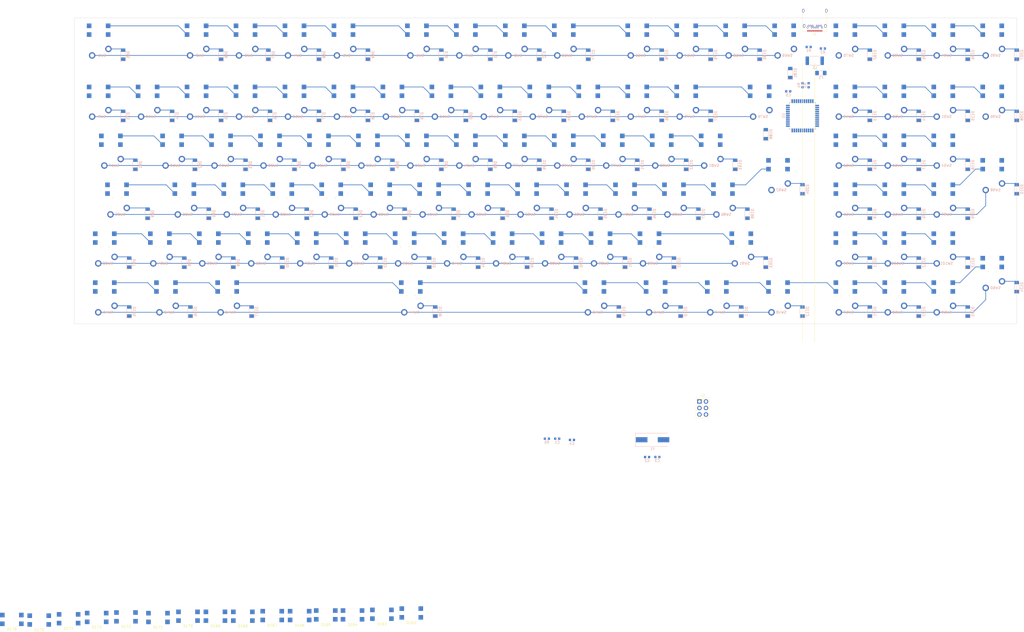
<source format=kicad_pcb>
(kicad_pcb (version 20171130) (host pcbnew 5.1.5)
  (layers (0 F.Cu signal) (31 B.Cu signal) (34 B.Paste user) (35 F.Paste user) (36 B.SilkS user) (37 F.SilkS user) (38 B.Mask user) (39 F.Mask user) (44 Edge.Cuts user))
  (net 0 "")
  (net 1 +5V)
  (net 2 GND)
  (net 3 "Net-(C2-Pad2)")
  (net 4 "Net-(C3-Pad2)")
  (net 5 "Net-(C4-Pad2)")
  (net 6 "Net-(D1-Pad4)")
  (net 7 DIN_LED)
  (net 8 "Net-(D2-Pad4)")
  (net 9 "Net-(D3-Pad4)")
  (net 10 "Net-(D4-Pad4)")
  (net 11 "Net-(D5-Pad4)")
  (net 12 "Net-(D6-Pad4)")
  (net 13 "Net-(D7-Pad4)")
  (net 14 "Net-(D8-Pad4)")
  (net 15 "Net-(D10-Pad2)")
  (net 16 "Net-(D10-Pad4)")
  (net 17 "Net-(D11-Pad4)")
  (net 18 "Net-(D12-Pad4)")
  (net 19 "Net-(D13-Pad4)")
  (net 20 "Net-(D14-Pad4)")
  (net 21 "Net-(D15-Pad4)")
  (net 22 "Net-(D16-Pad4)")
  (net 23 "Net-(D17-Pad4)")
  (net 24 "Net-(D18-Pad4)")
  (net 25 "Net-(D19-Pad4)")
  (net 26 "Net-(D20-Pad4)")
  (net 27 "Net-(D21-Pad4)")
  (net 28 "Net-(D22-Pad4)")
  (net 29 "Net-(D23-Pad4)")
  (net 30 "Net-(D24-Pad4)")
  (net 31 "Net-(D25-Pad4)")
  (net 32 "Net-(D26-Pad4)")
  (net 33 "Net-(D27-Pad4)")
  (net 34 "Net-(D28-Pad4)")
  (net 35 "Net-(D29-Pad4)")
  (net 36 "Net-(D30-Pad4)")
  (net 37 "Net-(D31-Pad4)")
  (net 38 "Net-(D32-Pad4)")
  (net 39 "Net-(D33-Pad4)")
  (net 40 "Net-(D34-Pad4)")
  (net 41 "Net-(D35-Pad4)")
  (net 42 "Net-(D36-Pad4)")
  (net 43 "Net-(D37-Pad4)")
  (net 44 "Net-(D38-Pad4)")
  (net 45 "Net-(D39-Pad4)")
  (net 46 "Net-(D40-Pad4)")
  (net 47 "Net-(D41-Pad4)")
  (net 48 "Net-(D42-Pad4)")
  (net 49 "Net-(D43-Pad4)")
  (net 50 "Net-(D44-Pad4)")
  (net 51 "Net-(D45-Pad4)")
  (net 52 "Net-(D46-Pad4)")
  (net 53 "Net-(D47-Pad4)")
  (net 54 "Net-(D48-Pad4)")
  (net 55 "Net-(D49-Pad4)")
  (net 56 "Net-(D50-Pad4)")
  (net 57 "Net-(D51-Pad4)")
  (net 58 "Net-(D52-Pad4)")
  (net 59 "Net-(D53-Pad4)")
  (net 60 "Net-(D54-Pad4)")
  (net 61 "Net-(D55-Pad4)")
  (net 62 "Net-(D56-Pad4)")
  (net 63 "Net-(D57-Pad4)")
  (net 64 "Net-(D58-Pad4)")
  (net 65 "Net-(D59-Pad4)")
  (net 66 "Net-(D60-Pad4)")
  (net 67 "Net-(D61-Pad4)")
  (net 68 "Net-(D62-Pad4)")
  (net 69 "Net-(D63-Pad4)")
  (net 70 "Net-(D129-Pad2)")
  (net 71 "Net-(D65-Pad2)")
  (net 72 1)
  (net 73 "Net-(D66-Pad2)")
  (net 74 2)
  (net 75 "Net-(D67-Pad2)")
  (net 76 3)
  (net 77 4)
  (net 78 "Net-(D68-Pad2)")
  (net 79 "Net-(D69-Pad2)")
  (net 80 5)
  (net 81 "Net-(D70-Pad2)")
  (net 82 6)
  (net 83 "Net-(D71-Pad2)")
  (net 84 7)
  (net 85 "Net-(D72-Pad2)")
  (net 86 8)
  (net 87 "Net-(D73-Pad2)")
  (net 88 "Net-(D74-Pad2)")
  (net 89 "Net-(D75-Pad2)")
  (net 90 "Net-(D76-Pad2)")
  (net 91 "Net-(D77-Pad2)")
  (net 92 "Net-(D78-Pad2)")
  (net 93 "Net-(D79-Pad2)")
  (net 94 "Net-(D80-Pad2)")
  (net 95 "Net-(D81-Pad2)")
  (net 96 "Net-(D82-Pad2)")
  (net 97 "Net-(D83-Pad2)")
  (net 98 "Net-(D84-Pad2)")
  (net 99 "Net-(D85-Pad2)")
  (net 100 "Net-(D86-Pad2)")
  (net 101 "Net-(D87-Pad2)")
  (net 102 "Net-(D88-Pad2)")
  (net 103 "Net-(D89-Pad2)")
  (net 104 "Net-(D90-Pad2)")
  (net 105 "Net-(D91-Pad2)")
  (net 106 "Net-(D92-Pad2)")
  (net 107 "Net-(D93-Pad2)")
  (net 108 "Net-(D94-Pad2)")
  (net 109 "Net-(D95-Pad2)")
  (net 110 "Net-(D96-Pad2)")
  (net 111 "Net-(D97-Pad2)")
  (net 112 "Net-(D98-Pad2)")
  (net 113 "Net-(D99-Pad2)")
  (net 114 "Net-(D100-Pad2)")
  (net 115 "Net-(D101-Pad2)")
  (net 116 "Net-(D102-Pad2)")
  (net 117 "Net-(D103-Pad2)")
  (net 118 "Net-(D104-Pad2)")
  (net 119 "Net-(D105-Pad2)")
  (net 120 "Net-(D106-Pad2)")
  (net 121 "Net-(D107-Pad2)")
  (net 122 "Net-(D108-Pad2)")
  (net 123 "Net-(D109-Pad2)")
  (net 124 "Net-(D110-Pad2)")
  (net 125 "Net-(D111-Pad2)")
  (net 126 "Net-(D112-Pad2)")
  (net 127 "Net-(D113-Pad2)")
  (net 128 "Net-(D114-Pad2)")
  (net 129 "Net-(D115-Pad2)")
  (net 130 "Net-(D116-Pad2)")
  (net 131 "Net-(D117-Pad2)")
  (net 132 "Net-(D118-Pad2)")
  (net 133 "Net-(D119-Pad2)")
  (net 134 "Net-(D120-Pad2)")
  (net 135 "Net-(D121-Pad2)")
  (net 136 "Net-(D122-Pad2)")
  (net 137 "Net-(D123-Pad2)")
  (net 138 "Net-(D124-Pad2)")
  (net 139 "Net-(D129-Pad4)")
  (net 140 "Net-(D130-Pad4)")
  (net 141 "Net-(D131-Pad4)")
  (net 142 "Net-(D132-Pad4)")
  (net 143 "Net-(D133-Pad4)")
  (net 144 "Net-(D134-Pad4)")
  (net 145 "Net-(D135-Pad4)")
  (net 146 "Net-(D136-Pad4)")
  (net 147 "Net-(D137-Pad4)")
  (net 148 "Net-(D138-Pad4)")
  (net 149 "Net-(D139-Pad4)")
  (net 150 "Net-(D140-Pad4)")
  (net 151 "Net-(D141-Pad4)")
  (net 152 "Net-(D142-Pad4)")
  (net 153 "Net-(D143-Pad4)")
  (net 154 "Net-(D144-Pad4)")
  (net 155 "Net-(D145-Pad4)")
  (net 156 "Net-(D146-Pad4)")
  (net 157 "Net-(D147-Pad4)")
  (net 158 "Net-(D148-Pad4)")
  (net 159 "Net-(D149-Pad4)")
  (net 160 "Net-(D150-Pad4)")
  (net 161 "Net-(D151-Pad4)")
  (net 162 "Net-(D152-Pad4)")
  (net 163 "Net-(D153-Pad4)")
  (net 164 "Net-(D154-Pad4)")
  (net 165 "Net-(D155-Pad4)")
  (net 166 "Net-(D156-Pad4)")
  (net 167 "Net-(D157-Pad4)")
  (net 168 "Net-(D158-Pad4)")
  (net 169 "Net-(D159-Pad4)")
  (net 170 "Net-(D160-Pad4)")
  (net 171 "Net-(D161-Pad4)")
  (net 172 "Net-(D162-Pad4)")
  (net 173 "Net-(D163-Pad4)")
  (net 174 "Net-(D164-Pad4)")
  (net 175 "Net-(D165-Pad4)")
  (net 176 "Net-(D166-Pad4)")
  (net 177 "Net-(D167-Pad4)")
  (net 178 "Net-(D168-Pad4)")
  (net 179 "Net-(D169-Pad4)")
  (net 180 "Net-(D170-Pad4)")
  (net 181 "Net-(D171-Pad4)")
  (net 182 "Net-(D172-Pad4)")
  (net 183 "Net-(D173-Pad4)")
  (net 184 "Net-(D174-Pad4)")
  (net 185 "Net-(D175-Pad4)")
  (net 186 "Net-(D176-Pad4)")
  (net 187 "Net-(D177-Pad2)")
  (net 188 9)
  (net 189 "Net-(D178-Pad2)")
  (net 190 10)
  (net 191 "Net-(D179-Pad2)")
  (net 192 11)
  (net 193 "Net-(D180-Pad2)")
  (net 194 12)
  (net 195 "Net-(D181-Pad2)")
  (net 196 13)
  (net 197 "Net-(D182-Pad2)")
  (net 198 14)
  (net 199 "Net-(D183-Pad2)")
  (net 200 "Net-(D184-Pad2)")
  (net 201 "Net-(D185-Pad2)")
  (net 202 "Net-(D186-Pad2)")
  (net 203 "Net-(D187-Pad2)")
  (net 204 "Net-(D188-Pad2)")
  (net 205 "Net-(D189-Pad2)")
  (net 206 "Net-(D190-Pad2)")
  (net 207 "Net-(D191-Pad2)")
  (net 208 "Net-(D192-Pad2)")
  (net 209 "Net-(D193-Pad2)")
  (net 210 "Net-(D194-Pad2)")
  (net 211 "Net-(D195-Pad2)")
  (net 212 "Net-(D196-Pad2)")
  (net 213 "Net-(D197-Pad2)")
  (net 214 "Net-(D198-Pad2)")
  (net 215 "Net-(D199-Pad2)")
  (net 216 "Net-(D200-Pad2)")
  (net 217 "Net-(D201-Pad2)")
  (net 218 "Net-(D202-Pad2)")
  (net 219 "Net-(D203-Pad2)")
  (net 220 "Net-(D204-Pad2)")
  (net 221 "Net-(D205-Pad2)")
  (net 222 "Net-(D206-Pad2)")
  (net 223 "Net-(D207-Pad2)")
  (net 224 "Net-(D208-Pad2)")
  (net 225 "Net-(D209-Pad2)")
  (net 226 "Net-(D210-Pad2)")
  (net 227 "Net-(D211-Pad2)")
  (net 228 "Net-(D212-Pad2)")
  (net 229 "Net-(D213-Pad2)")
  (net 230 "Net-(F1-Pad1)")
  (net 231 "Net-(F1-Pad2)")
  (net 232 "Net-(J1-PadA2)")
  (net 233 "Net-(J1-PadA3)")
  (net 234 "Net-(J1-PadA5)")
  (net 235 "Net-(J1-PadA6)")
  (net 236 "Net-(J1-PadA7)")
  (net 237 "Net-(J1-PadA10)")
  (net 238 "Net-(J1-PadA8)")
  (net 239 "Net-(J1-PadA11)")
  (net 240 "Net-(J1-PadB2)")
  (net 241 "Net-(J1-PadB3)")
  (net 242 "Net-(J1-PadB5)")
  (net 243 "Net-(J1-PadB8)")
  (net 244 "Net-(J1-PadB10)")
  (net 245 "Net-(J1-PadB11)")
  (net 246 "Net-(J2-Pad5)")
  (net 247 "Net-(R3-Pad2)")
  (net 248 "Net-(R4-Pad2)")
  (net 249 A)
  (net 250 B)
  (net 251 C)
  (net 252 D)
  (net 253 E)
  (net 254 F)
  (net 255 G)
  (net 256 H)
  (net 257 "Net-(U1-Pad5)")
  (net 258 "Net-(U1-Pad15)")
  (net 259 "Net-(U1-Pad31)")
  (net 260 "Net-(U1-Pad32)")
  (net 261 "Net-(U1-Pad33)")
  (module Capacitor_SMD:C_0603_1608Metric (layer B.Cu) (at 204.599501 156.688249)
    (fp_text reference C1 (at 0 1.43) (layer B.SilkS) (effects (justify mirror)))
    (fp_text value 10µ)
    (pad 1 smd roundrect (at -0.7875 0) (size 0.875 0.95) (layers B.Cu B.Paste B.Mask) (net 1 +5V))
    (pad 2 smd roundrect (at 0.7875 0) (size 0.875 0.95) (layers B.Cu B.Paste B.Mask) (net 2 GND))
  )
  (module Capacitor_SMD:C_0603_1608Metric (layer B.Cu) (at 239.565751 163.831999)
    (fp_text reference C2 (at 0 1.43) (layer B.SilkS) (effects (justify mirror)))
    (fp_text value 22p)
    (pad 1 smd roundrect (at -0.7875 0) (size 0.875 0.95) (layers B.Cu B.Paste B.Mask) (net 2 GND))
    (pad 2 smd roundrect (at 0.7875 0) (size 0.875 0.95) (layers B.Cu B.Paste B.Mask) (net 3 "Net-(C2-Pad2)"))
  )
  (module Capacitor_SMD:C_0603_1608Metric (layer B.Cu) (at 243.575751 163.831999)
    (fp_text reference C3 (at 0 1.43) (layer B.SilkS) (effects (justify mirror)))
    (fp_text value 22p)
    (pad 2 smd roundrect (at 0.7875 0) (size 0.875 0.95) (layers B.Cu B.Paste B.Mask) (net 4 "Net-(C3-Pad2)"))
    (pad 1 smd roundrect (at -0.7875 0) (size 0.875 0.95) (layers B.Cu B.Paste B.Mask) (net 2 GND))
  )
  (module Capacitor_SMD:C_0603_1608Metric (layer B.Cu) (at 210.3375 157.1625)
    (fp_text reference C4 (at 0 1.43) (layer B.SilkS) (effects (justify mirror)))
    (fp_text value 1µ)
    (pad 2 smd roundrect (at 0.7875 0) (size 0.875 0.95) (layers B.Cu B.Paste B.Mask) (net 5 "Net-(C4-Pad2)"))
    (pad 1 smd roundrect (at -0.7875 0) (size 0.875 0.95) (layers B.Cu B.Paste B.Mask) (net 2 GND))
  )
  (module Capacitor_SMD:C_0603_1608Metric (layer B.Cu) (at 294.4875 21.43125)
    (fp_text reference C5 (at 0 1.43) (layer B.SilkS) (effects (justify mirror)))
    (fp_text value 100n)
    (pad 1 smd roundrect (at -0.7875 0) (size 0.875 0.95) (layers B.Cu B.Paste B.Mask) (net 1 +5V))
    (pad 2 smd roundrect (at 0.7875 0) (size 0.875 0.95) (layers B.Cu B.Paste B.Mask) (net 2 GND))
  )
  (module misc:SK6812_IN-PCB (layer F.Cu) (at 373.85625 -2.38125)
    (fp_text reference D1 (at 0 3.81) (layer F.SilkS))
    (fp_text value SK6812)
    (fp_line (start -2.8 2.6) (end -2.8 -2.6) (layer Edge.Cuts) (width 0.01))
    (fp_line (start -2.8 -2.6) (end 2.8 -2.6) (layer Edge.Cuts) (width 0.01))
    (fp_line (start 2.8 -2.6) (end 2.8 2.6) (layer Edge.Cuts) (width 0.01))
    (fp_line (start 2.8 2.6) (end -2.8 2.6) (layer Edge.Cuts) (width 0.01))
    (pad 1 smd rect (at 3.7 1.7) (size 1.8 1.8) (layers B.Cu B.Paste B.Mask) (net 2 GND))
    (pad 2 smd rect (at 3.7 -1.7) (size 1.8 1.8) (layers B.Cu B.Paste B.Mask) (net 7 DIN_LED))
    (pad 3 smd rect (at -3.7 -1.7) (size 1.8 1.8) (layers B.Cu B.Paste B.Mask) (net 1 +5V))
    (pad 4 smd rect (at -3.7 1.7) (size 1.8 1.8) (layers B.Cu B.Paste B.Mask) (net 6 "Net-(D1-Pad4)"))
  )
  (module misc:SK6812_IN-PCB (layer F.Cu) (at 354.80625 -2.38125)
    (fp_text reference D2 (at 0 3.81) (layer F.SilkS))
    (fp_text value SK6812)
    (fp_line (start 2.8 2.6) (end -2.8 2.6) (layer Edge.Cuts) (width 0.01))
    (fp_line (start 2.8 -2.6) (end 2.8 2.6) (layer Edge.Cuts) (width 0.01))
    (fp_line (start -2.8 -2.6) (end 2.8 -2.6) (layer Edge.Cuts) (width 0.01))
    (fp_line (start -2.8 2.6) (end -2.8 -2.6) (layer Edge.Cuts) (width 0.01))
    (pad 4 smd rect (at -3.7 1.7) (size 1.8 1.8) (layers B.Cu B.Paste B.Mask) (net 8 "Net-(D2-Pad4)"))
    (pad 3 smd rect (at -3.7 -1.7) (size 1.8 1.8) (layers B.Cu B.Paste B.Mask) (net 1 +5V))
    (pad 2 smd rect (at 3.7 -1.7) (size 1.8 1.8) (layers B.Cu B.Paste B.Mask) (net 6 "Net-(D1-Pad4)"))
    (pad 1 smd rect (at 3.7 1.7) (size 1.8 1.8) (layers B.Cu B.Paste B.Mask) (net 2 GND))
  )
  (module misc:SK6812_IN-PCB (layer F.Cu) (at 335.75625 -2.38125)
    (fp_text reference D3 (at 0 3.81) (layer F.SilkS))
    (fp_text value SK6812)
    (fp_line (start -2.8 2.6) (end -2.8 -2.6) (layer Edge.Cuts) (width 0.01))
    (fp_line (start -2.8 -2.6) (end 2.8 -2.6) (layer Edge.Cuts) (width 0.01))
    (fp_line (start 2.8 -2.6) (end 2.8 2.6) (layer Edge.Cuts) (width 0.01))
    (fp_line (start 2.8 2.6) (end -2.8 2.6) (layer Edge.Cuts) (width 0.01))
    (pad 1 smd rect (at 3.7 1.7) (size 1.8 1.8) (layers B.Cu B.Paste B.Mask) (net 2 GND))
    (pad 2 smd rect (at 3.7 -1.7) (size 1.8 1.8) (layers B.Cu B.Paste B.Mask) (net 8 "Net-(D2-Pad4)"))
    (pad 3 smd rect (at -3.7 -1.7) (size 1.8 1.8) (layers B.Cu B.Paste B.Mask) (net 1 +5V))
    (pad 4 smd rect (at -3.7 1.7) (size 1.8 1.8) (layers B.Cu B.Paste B.Mask) (net 9 "Net-(D3-Pad4)"))
  )
  (module misc:SK6812_IN-PCB (layer F.Cu) (at 316.70625 -2.38125)
    (fp_text reference D4 (at 0 3.81) (layer F.SilkS))
    (fp_text value SK6812)
    (fp_line (start 2.8 2.6) (end -2.8 2.6) (layer Edge.Cuts) (width 0.01))
    (fp_line (start 2.8 -2.6) (end 2.8 2.6) (layer Edge.Cuts) (width 0.01))
    (fp_line (start -2.8 -2.6) (end 2.8 -2.6) (layer Edge.Cuts) (width 0.01))
    (fp_line (start -2.8 2.6) (end -2.8 -2.6) (layer Edge.Cuts) (width 0.01))
    (pad 4 smd rect (at -3.7 1.7) (size 1.8 1.8) (layers B.Cu B.Paste B.Mask) (net 10 "Net-(D4-Pad4)"))
    (pad 3 smd rect (at -3.7 -1.7) (size 1.8 1.8) (layers B.Cu B.Paste B.Mask) (net 1 +5V))
    (pad 2 smd rect (at 3.7 -1.7) (size 1.8 1.8) (layers B.Cu B.Paste B.Mask) (net 9 "Net-(D3-Pad4)"))
    (pad 1 smd rect (at 3.7 1.7) (size 1.8 1.8) (layers B.Cu B.Paste B.Mask) (net 2 GND))
  )
  (module misc:SK6812_IN-PCB (layer F.Cu) (at 292.89375 -2.38125)
    (fp_text reference D5 (at 0 3.81) (layer F.SilkS))
    (fp_text value SK6812)
    (fp_line (start -2.8 2.6) (end -2.8 -2.6) (layer Edge.Cuts) (width 0.01))
    (fp_line (start -2.8 -2.6) (end 2.8 -2.6) (layer Edge.Cuts) (width 0.01))
    (fp_line (start 2.8 -2.6) (end 2.8 2.6) (layer Edge.Cuts) (width 0.01))
    (fp_line (start 2.8 2.6) (end -2.8 2.6) (layer Edge.Cuts) (width 0.01))
    (pad 1 smd rect (at 3.7 1.7) (size 1.8 1.8) (layers B.Cu B.Paste B.Mask) (net 2 GND))
    (pad 2 smd rect (at 3.7 -1.7) (size 1.8 1.8) (layers B.Cu B.Paste B.Mask) (net 10 "Net-(D4-Pad4)"))
    (pad 3 smd rect (at -3.7 -1.7) (size 1.8 1.8) (layers B.Cu B.Paste B.Mask) (net 1 +5V))
    (pad 4 smd rect (at -3.7 1.7) (size 1.8 1.8) (layers B.Cu B.Paste B.Mask) (net 11 "Net-(D5-Pad4)"))
  )
  (module misc:SK6812_IN-PCB (layer F.Cu) (at 273.84375 -2.38125)
    (fp_text reference D6 (at 0 3.81) (layer F.SilkS))
    (fp_text value SK6812)
    (fp_line (start 2.8 2.6) (end -2.8 2.6) (layer Edge.Cuts) (width 0.01))
    (fp_line (start 2.8 -2.6) (end 2.8 2.6) (layer Edge.Cuts) (width 0.01))
    (fp_line (start -2.8 -2.6) (end 2.8 -2.6) (layer Edge.Cuts) (width 0.01))
    (fp_line (start -2.8 2.6) (end -2.8 -2.6) (layer Edge.Cuts) (width 0.01))
    (pad 4 smd rect (at -3.7 1.7) (size 1.8 1.8) (layers B.Cu B.Paste B.Mask) (net 12 "Net-(D6-Pad4)"))
    (pad 3 smd rect (at -3.7 -1.7) (size 1.8 1.8) (layers B.Cu B.Paste B.Mask) (net 1 +5V))
    (pad 2 smd rect (at 3.7 -1.7) (size 1.8 1.8) (layers B.Cu B.Paste B.Mask) (net 11 "Net-(D5-Pad4)"))
    (pad 1 smd rect (at 3.7 1.7) (size 1.8 1.8) (layers B.Cu B.Paste B.Mask) (net 2 GND))
  )
  (module misc:SK6812_IN-PCB (layer F.Cu) (at 254.79375 -2.38125)
    (fp_text reference D7 (at 0 3.81) (layer F.SilkS))
    (fp_text value SK6812)
    (fp_line (start -2.8 2.6) (end -2.8 -2.6) (layer Edge.Cuts) (width 0.01))
    (fp_line (start -2.8 -2.6) (end 2.8 -2.6) (layer Edge.Cuts) (width 0.01))
    (fp_line (start 2.8 -2.6) (end 2.8 2.6) (layer Edge.Cuts) (width 0.01))
    (fp_line (start 2.8 2.6) (end -2.8 2.6) (layer Edge.Cuts) (width 0.01))
    (pad 1 smd rect (at 3.7 1.7) (size 1.8 1.8) (layers B.Cu B.Paste B.Mask) (net 2 GND))
    (pad 2 smd rect (at 3.7 -1.7) (size 1.8 1.8) (layers B.Cu B.Paste B.Mask) (net 12 "Net-(D6-Pad4)"))
    (pad 3 smd rect (at -3.7 -1.7) (size 1.8 1.8) (layers B.Cu B.Paste B.Mask) (net 1 +5V))
    (pad 4 smd rect (at -3.7 1.7) (size 1.8 1.8) (layers B.Cu B.Paste B.Mask) (net 13 "Net-(D7-Pad4)"))
  )
  (module misc:SK6812_IN-PCB (layer F.Cu) (at 235.74375 -2.38125)
    (fp_text reference D8 (at 0 3.81) (layer F.SilkS))
    (fp_text value SK6812)
    (fp_line (start 2.8 2.6) (end -2.8 2.6) (layer Edge.Cuts) (width 0.01))
    (fp_line (start 2.8 -2.6) (end 2.8 2.6) (layer Edge.Cuts) (width 0.01))
    (fp_line (start -2.8 -2.6) (end 2.8 -2.6) (layer Edge.Cuts) (width 0.01))
    (fp_line (start -2.8 2.6) (end -2.8 -2.6) (layer Edge.Cuts) (width 0.01))
    (pad 4 smd rect (at -3.7 1.7) (size 1.8 1.8) (layers B.Cu B.Paste B.Mask) (net 14 "Net-(D8-Pad4)"))
    (pad 3 smd rect (at -3.7 -1.7) (size 1.8 1.8) (layers B.Cu B.Paste B.Mask) (net 1 +5V))
    (pad 2 smd rect (at 3.7 -1.7) (size 1.8 1.8) (layers B.Cu B.Paste B.Mask) (net 13 "Net-(D7-Pad4)"))
    (pad 1 smd rect (at 3.7 1.7) (size 1.8 1.8) (layers B.Cu B.Paste B.Mask) (net 2 GND))
  )
  (module misc:SK6812_IN-PCB (layer F.Cu) (at 207.16875 -2.38125)
    (fp_text reference D9 (at 0 3.81) (layer F.SilkS))
    (fp_text value SK6812)
    (fp_line (start -2.8 2.6) (end -2.8 -2.6) (layer Edge.Cuts) (width 0.01))
    (fp_line (start -2.8 -2.6) (end 2.8 -2.6) (layer Edge.Cuts) (width 0.01))
    (fp_line (start 2.8 -2.6) (end 2.8 2.6) (layer Edge.Cuts) (width 0.01))
    (fp_line (start 2.8 2.6) (end -2.8 2.6) (layer Edge.Cuts) (width 0.01))
    (pad 1 smd rect (at 3.7 1.7) (size 1.8 1.8) (layers B.Cu B.Paste B.Mask) (net 2 GND))
    (pad 2 smd rect (at 3.7 -1.7) (size 1.8 1.8) (layers B.Cu B.Paste B.Mask) (net 14 "Net-(D8-Pad4)"))
    (pad 3 smd rect (at -3.7 -1.7) (size 1.8 1.8) (layers B.Cu B.Paste B.Mask) (net 1 +5V))
    (pad 4 smd rect (at -3.7 1.7) (size 1.8 1.8) (layers B.Cu B.Paste B.Mask) (net 15 "Net-(D10-Pad2)"))
  )
  (module misc:SK6812_IN-PCB (layer F.Cu) (at 188.11875 -2.38125)
    (fp_text reference D10 (at 0 3.81) (layer F.SilkS))
    (fp_text value SK6812)
    (fp_line (start 2.8 2.6) (end -2.8 2.6) (layer Edge.Cuts) (width 0.01))
    (fp_line (start 2.8 -2.6) (end 2.8 2.6) (layer Edge.Cuts) (width 0.01))
    (fp_line (start -2.8 -2.6) (end 2.8 -2.6) (layer Edge.Cuts) (width 0.01))
    (fp_line (start -2.8 2.6) (end -2.8 -2.6) (layer Edge.Cuts) (width 0.01))
    (pad 4 smd rect (at -3.7 1.7) (size 1.8 1.8) (layers B.Cu B.Paste B.Mask) (net 16 "Net-(D10-Pad4)"))
    (pad 3 smd rect (at -3.7 -1.7) (size 1.8 1.8) (layers B.Cu B.Paste B.Mask) (net 1 +5V))
    (pad 2 smd rect (at 3.7 -1.7) (size 1.8 1.8) (layers B.Cu B.Paste B.Mask) (net 15 "Net-(D10-Pad2)"))
    (pad 1 smd rect (at 3.7 1.7) (size 1.8 1.8) (layers B.Cu B.Paste B.Mask) (net 2 GND))
  )
  (module misc:SK6812_IN-PCB (layer F.Cu) (at 169.06875 -2.38125)
    (fp_text reference D11 (at 0 3.81) (layer F.SilkS))
    (fp_text value SK6812)
    (fp_line (start -2.8 2.6) (end -2.8 -2.6) (layer Edge.Cuts) (width 0.01))
    (fp_line (start -2.8 -2.6) (end 2.8 -2.6) (layer Edge.Cuts) (width 0.01))
    (fp_line (start 2.8 -2.6) (end 2.8 2.6) (layer Edge.Cuts) (width 0.01))
    (fp_line (start 2.8 2.6) (end -2.8 2.6) (layer Edge.Cuts) (width 0.01))
    (pad 1 smd rect (at 3.7 1.7) (size 1.8 1.8) (layers B.Cu B.Paste B.Mask) (net 2 GND))
    (pad 2 smd rect (at 3.7 -1.7) (size 1.8 1.8) (layers B.Cu B.Paste B.Mask) (net 16 "Net-(D10-Pad4)"))
    (pad 3 smd rect (at -3.7 -1.7) (size 1.8 1.8) (layers B.Cu B.Paste B.Mask) (net 1 +5V))
    (pad 4 smd rect (at -3.7 1.7) (size 1.8 1.8) (layers B.Cu B.Paste B.Mask) (net 17 "Net-(D11-Pad4)"))
  )
  (module misc:SK6812_IN-PCB (layer F.Cu) (at 150.01875 -2.38125)
    (fp_text reference D12 (at 0 3.81) (layer F.SilkS))
    (fp_text value SK6812)
    (fp_line (start 2.8 2.6) (end -2.8 2.6) (layer Edge.Cuts) (width 0.01))
    (fp_line (start 2.8 -2.6) (end 2.8 2.6) (layer Edge.Cuts) (width 0.01))
    (fp_line (start -2.8 -2.6) (end 2.8 -2.6) (layer Edge.Cuts) (width 0.01))
    (fp_line (start -2.8 2.6) (end -2.8 -2.6) (layer Edge.Cuts) (width 0.01))
    (pad 4 smd rect (at -3.7 1.7) (size 1.8 1.8) (layers B.Cu B.Paste B.Mask) (net 18 "Net-(D12-Pad4)"))
    (pad 3 smd rect (at -3.7 -1.7) (size 1.8 1.8) (layers B.Cu B.Paste B.Mask) (net 1 +5V))
    (pad 2 smd rect (at 3.7 -1.7) (size 1.8 1.8) (layers B.Cu B.Paste B.Mask) (net 17 "Net-(D11-Pad4)"))
    (pad 1 smd rect (at 3.7 1.7) (size 1.8 1.8) (layers B.Cu B.Paste B.Mask) (net 2 GND))
  )
  (module misc:SK6812_IN-PCB (layer F.Cu) (at 121.44375 -2.38125)
    (fp_text reference D13 (at 0 3.81) (layer F.SilkS))
    (fp_text value SK6812)
    (fp_line (start -2.8 2.6) (end -2.8 -2.6) (layer Edge.Cuts) (width 0.01))
    (fp_line (start -2.8 -2.6) (end 2.8 -2.6) (layer Edge.Cuts) (width 0.01))
    (fp_line (start 2.8 -2.6) (end 2.8 2.6) (layer Edge.Cuts) (width 0.01))
    (fp_line (start 2.8 2.6) (end -2.8 2.6) (layer Edge.Cuts) (width 0.01))
    (pad 1 smd rect (at 3.7 1.7) (size 1.8 1.8) (layers B.Cu B.Paste B.Mask) (net 2 GND))
    (pad 2 smd rect (at 3.7 -1.7) (size 1.8 1.8) (layers B.Cu B.Paste B.Mask) (net 18 "Net-(D12-Pad4)"))
    (pad 3 smd rect (at -3.7 -1.7) (size 1.8 1.8) (layers B.Cu B.Paste B.Mask) (net 1 +5V))
    (pad 4 smd rect (at -3.7 1.7) (size 1.8 1.8) (layers B.Cu B.Paste B.Mask) (net 19 "Net-(D13-Pad4)"))
  )
  (module misc:SK6812_IN-PCB (layer F.Cu) (at 102.39375 -2.38125)
    (fp_text reference D14 (at 0 3.81) (layer F.SilkS))
    (fp_text value SK6812)
    (fp_line (start 2.8 2.6) (end -2.8 2.6) (layer Edge.Cuts) (width 0.01))
    (fp_line (start 2.8 -2.6) (end 2.8 2.6) (layer Edge.Cuts) (width 0.01))
    (fp_line (start -2.8 -2.6) (end 2.8 -2.6) (layer Edge.Cuts) (width 0.01))
    (fp_line (start -2.8 2.6) (end -2.8 -2.6) (layer Edge.Cuts) (width 0.01))
    (pad 4 smd rect (at -3.7 1.7) (size 1.8 1.8) (layers B.Cu B.Paste B.Mask) (net 20 "Net-(D14-Pad4)"))
    (pad 3 smd rect (at -3.7 -1.7) (size 1.8 1.8) (layers B.Cu B.Paste B.Mask) (net 1 +5V))
    (pad 2 smd rect (at 3.7 -1.7) (size 1.8 1.8) (layers B.Cu B.Paste B.Mask) (net 19 "Net-(D13-Pad4)"))
    (pad 1 smd rect (at 3.7 1.7) (size 1.8 1.8) (layers B.Cu B.Paste B.Mask) (net 2 GND))
  )
  (module misc:SK6812_IN-PCB (layer F.Cu) (at 83.34375 -2.38125)
    (fp_text reference D15 (at 0 3.81) (layer F.SilkS))
    (fp_text value SK6812)
    (fp_line (start -2.8 2.6) (end -2.8 -2.6) (layer Edge.Cuts) (width 0.01))
    (fp_line (start -2.8 -2.6) (end 2.8 -2.6) (layer Edge.Cuts) (width 0.01))
    (fp_line (start 2.8 -2.6) (end 2.8 2.6) (layer Edge.Cuts) (width 0.01))
    (fp_line (start 2.8 2.6) (end -2.8 2.6) (layer Edge.Cuts) (width 0.01))
    (pad 1 smd rect (at 3.7 1.7) (size 1.8 1.8) (layers B.Cu B.Paste B.Mask) (net 2 GND))
    (pad 2 smd rect (at 3.7 -1.7) (size 1.8 1.8) (layers B.Cu B.Paste B.Mask) (net 20 "Net-(D14-Pad4)"))
    (pad 3 smd rect (at -3.7 -1.7) (size 1.8 1.8) (layers B.Cu B.Paste B.Mask) (net 1 +5V))
    (pad 4 smd rect (at -3.7 1.7) (size 1.8 1.8) (layers B.Cu B.Paste B.Mask) (net 21 "Net-(D15-Pad4)"))
  )
  (module misc:SK6812_IN-PCB (layer F.Cu) (at 64.29375 -2.38125)
    (fp_text reference D16 (at 0 3.81) (layer F.SilkS))
    (fp_text value SK6812)
    (fp_line (start 2.8 2.6) (end -2.8 2.6) (layer Edge.Cuts) (width 0.01))
    (fp_line (start 2.8 -2.6) (end 2.8 2.6) (layer Edge.Cuts) (width 0.01))
    (fp_line (start -2.8 -2.6) (end 2.8 -2.6) (layer Edge.Cuts) (width 0.01))
    (fp_line (start -2.8 2.6) (end -2.8 -2.6) (layer Edge.Cuts) (width 0.01))
    (pad 4 smd rect (at -3.7 1.7) (size 1.8 1.8) (layers B.Cu B.Paste B.Mask) (net 22 "Net-(D16-Pad4)"))
    (pad 3 smd rect (at -3.7 -1.7) (size 1.8 1.8) (layers B.Cu B.Paste B.Mask) (net 1 +5V))
    (pad 2 smd rect (at 3.7 -1.7) (size 1.8 1.8) (layers B.Cu B.Paste B.Mask) (net 21 "Net-(D15-Pad4)"))
    (pad 1 smd rect (at 3.7 1.7) (size 1.8 1.8) (layers B.Cu B.Paste B.Mask) (net 2 GND))
  )
  (module misc:SK6812_IN-PCB (layer F.Cu) (at 26.19375 -2.38125)
    (fp_text reference D17 (at 0 3.81) (layer F.SilkS))
    (fp_text value SK6812)
    (fp_line (start -2.8 2.6) (end -2.8 -2.6) (layer Edge.Cuts) (width 0.01))
    (fp_line (start -2.8 -2.6) (end 2.8 -2.6) (layer Edge.Cuts) (width 0.01))
    (fp_line (start 2.8 -2.6) (end 2.8 2.6) (layer Edge.Cuts) (width 0.01))
    (fp_line (start 2.8 2.6) (end -2.8 2.6) (layer Edge.Cuts) (width 0.01))
    (pad 1 smd rect (at 3.7 1.7) (size 1.8 1.8) (layers B.Cu B.Paste B.Mask) (net 2 GND))
    (pad 2 smd rect (at 3.7 -1.7) (size 1.8 1.8) (layers B.Cu B.Paste B.Mask) (net 22 "Net-(D16-Pad4)"))
    (pad 3 smd rect (at -3.7 -1.7) (size 1.8 1.8) (layers B.Cu B.Paste B.Mask) (net 1 +5V))
    (pad 4 smd rect (at -3.7 1.7) (size 1.8 1.8) (layers B.Cu B.Paste B.Mask) (net 23 "Net-(D17-Pad4)"))
  )
  (module misc:SK6812_IN-PCB (layer F.Cu) (at 373.85625 21.43125)
    (fp_text reference D18 (at 0 3.81) (layer F.SilkS))
    (fp_text value SK6812)
    (fp_line (start 2.8 2.6) (end -2.8 2.6) (layer Edge.Cuts) (width 0.01))
    (fp_line (start 2.8 -2.6) (end 2.8 2.6) (layer Edge.Cuts) (width 0.01))
    (fp_line (start -2.8 -2.6) (end 2.8 -2.6) (layer Edge.Cuts) (width 0.01))
    (fp_line (start -2.8 2.6) (end -2.8 -2.6) (layer Edge.Cuts) (width 0.01))
    (pad 4 smd rect (at -3.7 1.7) (size 1.8 1.8) (layers B.Cu B.Paste B.Mask) (net 24 "Net-(D18-Pad4)"))
    (pad 3 smd rect (at -3.7 -1.7) (size 1.8 1.8) (layers B.Cu B.Paste B.Mask) (net 1 +5V))
    (pad 2 smd rect (at 3.7 -1.7) (size 1.8 1.8) (layers B.Cu B.Paste B.Mask) (net 23 "Net-(D17-Pad4)"))
    (pad 1 smd rect (at 3.7 1.7) (size 1.8 1.8) (layers B.Cu B.Paste B.Mask) (net 2 GND))
  )
  (module misc:SK6812_IN-PCB (layer F.Cu) (at 354.80625 21.43125)
    (fp_text reference D19 (at 0 3.81) (layer F.SilkS))
    (fp_text value SK6812)
    (fp_line (start -2.8 2.6) (end -2.8 -2.6) (layer Edge.Cuts) (width 0.01))
    (fp_line (start -2.8 -2.6) (end 2.8 -2.6) (layer Edge.Cuts) (width 0.01))
    (fp_line (start 2.8 -2.6) (end 2.8 2.6) (layer Edge.Cuts) (width 0.01))
    (fp_line (start 2.8 2.6) (end -2.8 2.6) (layer Edge.Cuts) (width 0.01))
    (pad 1 smd rect (at 3.7 1.7) (size 1.8 1.8) (layers B.Cu B.Paste B.Mask) (net 2 GND))
    (pad 2 smd rect (at 3.7 -1.7) (size 1.8 1.8) (layers B.Cu B.Paste B.Mask) (net 24 "Net-(D18-Pad4)"))
    (pad 3 smd rect (at -3.7 -1.7) (size 1.8 1.8) (layers B.Cu B.Paste B.Mask) (net 1 +5V))
    (pad 4 smd rect (at -3.7 1.7) (size 1.8 1.8) (layers B.Cu B.Paste B.Mask) (net 25 "Net-(D19-Pad4)"))
  )
  (module misc:SK6812_IN-PCB (layer F.Cu) (at 335.75625 21.43125)
    (fp_text reference D20 (at 0 3.81) (layer F.SilkS))
    (fp_text value SK6812)
    (fp_line (start 2.8 2.6) (end -2.8 2.6) (layer Edge.Cuts) (width 0.01))
    (fp_line (start 2.8 -2.6) (end 2.8 2.6) (layer Edge.Cuts) (width 0.01))
    (fp_line (start -2.8 -2.6) (end 2.8 -2.6) (layer Edge.Cuts) (width 0.01))
    (fp_line (start -2.8 2.6) (end -2.8 -2.6) (layer Edge.Cuts) (width 0.01))
    (pad 4 smd rect (at -3.7 1.7) (size 1.8 1.8) (layers B.Cu B.Paste B.Mask) (net 26 "Net-(D20-Pad4)"))
    (pad 3 smd rect (at -3.7 -1.7) (size 1.8 1.8) (layers B.Cu B.Paste B.Mask) (net 1 +5V))
    (pad 2 smd rect (at 3.7 -1.7) (size 1.8 1.8) (layers B.Cu B.Paste B.Mask) (net 25 "Net-(D19-Pad4)"))
    (pad 1 smd rect (at 3.7 1.7) (size 1.8 1.8) (layers B.Cu B.Paste B.Mask) (net 2 GND))
  )
  (module misc:SK6812_IN-PCB (layer F.Cu) (at 316.70625 21.43125)
    (fp_text reference D21 (at 0 3.81) (layer F.SilkS))
    (fp_text value SK6812)
    (fp_line (start -2.8 2.6) (end -2.8 -2.6) (layer Edge.Cuts) (width 0.01))
    (fp_line (start -2.8 -2.6) (end 2.8 -2.6) (layer Edge.Cuts) (width 0.01))
    (fp_line (start 2.8 -2.6) (end 2.8 2.6) (layer Edge.Cuts) (width 0.01))
    (fp_line (start 2.8 2.6) (end -2.8 2.6) (layer Edge.Cuts) (width 0.01))
    (pad 1 smd rect (at 3.7 1.7) (size 1.8 1.8) (layers B.Cu B.Paste B.Mask) (net 2 GND))
    (pad 2 smd rect (at 3.7 -1.7) (size 1.8 1.8) (layers B.Cu B.Paste B.Mask) (net 26 "Net-(D20-Pad4)"))
    (pad 3 smd rect (at -3.7 -1.7) (size 1.8 1.8) (layers B.Cu B.Paste B.Mask) (net 1 +5V))
    (pad 4 smd rect (at -3.7 1.7) (size 1.8 1.8) (layers B.Cu B.Paste B.Mask) (net 27 "Net-(D21-Pad4)"))
  )
  (module misc:SK6812_IN-PCB (layer F.Cu) (at 283.36875 21.43125)
    (fp_text reference D22 (at 0 3.81) (layer F.SilkS))
    (fp_text value SK6812)
    (fp_line (start 2.8 2.6) (end -2.8 2.6) (layer Edge.Cuts) (width 0.01))
    (fp_line (start 2.8 -2.6) (end 2.8 2.6) (layer Edge.Cuts) (width 0.01))
    (fp_line (start -2.8 -2.6) (end 2.8 -2.6) (layer Edge.Cuts) (width 0.01))
    (fp_line (start -2.8 2.6) (end -2.8 -2.6) (layer Edge.Cuts) (width 0.01))
    (pad 4 smd rect (at -3.7 1.7) (size 1.8 1.8) (layers B.Cu B.Paste B.Mask) (net 28 "Net-(D22-Pad4)"))
    (pad 3 smd rect (at -3.7 -1.7) (size 1.8 1.8) (layers B.Cu B.Paste B.Mask) (net 1 +5V))
    (pad 2 smd rect (at 3.7 -1.7) (size 1.8 1.8) (layers B.Cu B.Paste B.Mask) (net 27 "Net-(D21-Pad4)"))
    (pad 1 smd rect (at 3.7 1.7) (size 1.8 1.8) (layers B.Cu B.Paste B.Mask) (net 2 GND))
  )
  (module misc:SK6812_IN-PCB (layer F.Cu) (at 254.79375 21.43125)
    (fp_text reference D23 (at 0 3.81) (layer F.SilkS))
    (fp_text value SK6812)
    (fp_line (start -2.8 2.6) (end -2.8 -2.6) (layer Edge.Cuts) (width 0.01))
    (fp_line (start -2.8 -2.6) (end 2.8 -2.6) (layer Edge.Cuts) (width 0.01))
    (fp_line (start 2.8 -2.6) (end 2.8 2.6) (layer Edge.Cuts) (width 0.01))
    (fp_line (start 2.8 2.6) (end -2.8 2.6) (layer Edge.Cuts) (width 0.01))
    (pad 1 smd rect (at 3.7 1.7) (size 1.8 1.8) (layers B.Cu B.Paste B.Mask) (net 2 GND))
    (pad 2 smd rect (at 3.7 -1.7) (size 1.8 1.8) (layers B.Cu B.Paste B.Mask) (net 28 "Net-(D22-Pad4)"))
    (pad 3 smd rect (at -3.7 -1.7) (size 1.8 1.8) (layers B.Cu B.Paste B.Mask) (net 1 +5V))
    (pad 4 smd rect (at -3.7 1.7) (size 1.8 1.8) (layers B.Cu B.Paste B.Mask) (net 29 "Net-(D23-Pad4)"))
  )
  (module misc:SK6812_IN-PCB (layer F.Cu) (at 235.74375 21.43125)
    (fp_text reference D24 (at 0 3.81) (layer F.SilkS))
    (fp_text value SK6812)
    (fp_line (start 2.8 2.6) (end -2.8 2.6) (layer Edge.Cuts) (width 0.01))
    (fp_line (start 2.8 -2.6) (end 2.8 2.6) (layer Edge.Cuts) (width 0.01))
    (fp_line (start -2.8 -2.6) (end 2.8 -2.6) (layer Edge.Cuts) (width 0.01))
    (fp_line (start -2.8 2.6) (end -2.8 -2.6) (layer Edge.Cuts) (width 0.01))
    (pad 4 smd rect (at -3.7 1.7) (size 1.8 1.8) (layers B.Cu B.Paste B.Mask) (net 30 "Net-(D24-Pad4)"))
    (pad 3 smd rect (at -3.7 -1.7) (size 1.8 1.8) (layers B.Cu B.Paste B.Mask) (net 1 +5V))
    (pad 2 smd rect (at 3.7 -1.7) (size 1.8 1.8) (layers B.Cu B.Paste B.Mask) (net 29 "Net-(D23-Pad4)"))
    (pad 1 smd rect (at 3.7 1.7) (size 1.8 1.8) (layers B.Cu B.Paste B.Mask) (net 2 GND))
  )
  (module misc:SK6812_IN-PCB (layer F.Cu) (at 216.69375 21.43125)
    (fp_text reference D25 (at 0 3.81) (layer F.SilkS))
    (fp_text value SK6812)
    (fp_line (start -2.8 2.6) (end -2.8 -2.6) (layer Edge.Cuts) (width 0.01))
    (fp_line (start -2.8 -2.6) (end 2.8 -2.6) (layer Edge.Cuts) (width 0.01))
    (fp_line (start 2.8 -2.6) (end 2.8 2.6) (layer Edge.Cuts) (width 0.01))
    (fp_line (start 2.8 2.6) (end -2.8 2.6) (layer Edge.Cuts) (width 0.01))
    (pad 1 smd rect (at 3.7 1.7) (size 1.8 1.8) (layers B.Cu B.Paste B.Mask) (net 2 GND))
    (pad 2 smd rect (at 3.7 -1.7) (size 1.8 1.8) (layers B.Cu B.Paste B.Mask) (net 30 "Net-(D24-Pad4)"))
    (pad 3 smd rect (at -3.7 -1.7) (size 1.8 1.8) (layers B.Cu B.Paste B.Mask) (net 1 +5V))
    (pad 4 smd rect (at -3.7 1.7) (size 1.8 1.8) (layers B.Cu B.Paste B.Mask) (net 31 "Net-(D25-Pad4)"))
  )
  (module misc:SK6812_IN-PCB (layer F.Cu) (at 197.64375 21.43125)
    (fp_text reference D26 (at 0 3.81) (layer F.SilkS))
    (fp_text value SK6812)
    (fp_line (start 2.8 2.6) (end -2.8 2.6) (layer Edge.Cuts) (width 0.01))
    (fp_line (start 2.8 -2.6) (end 2.8 2.6) (layer Edge.Cuts) (width 0.01))
    (fp_line (start -2.8 -2.6) (end 2.8 -2.6) (layer Edge.Cuts) (width 0.01))
    (fp_line (start -2.8 2.6) (end -2.8 -2.6) (layer Edge.Cuts) (width 0.01))
    (pad 4 smd rect (at -3.7 1.7) (size 1.8 1.8) (layers B.Cu B.Paste B.Mask) (net 32 "Net-(D26-Pad4)"))
    (pad 3 smd rect (at -3.7 -1.7) (size 1.8 1.8) (layers B.Cu B.Paste B.Mask) (net 1 +5V))
    (pad 2 smd rect (at 3.7 -1.7) (size 1.8 1.8) (layers B.Cu B.Paste B.Mask) (net 31 "Net-(D25-Pad4)"))
    (pad 1 smd rect (at 3.7 1.7) (size 1.8 1.8) (layers B.Cu B.Paste B.Mask) (net 2 GND))
  )
  (module misc:SK6812_IN-PCB (layer F.Cu) (at 178.59375 21.43125)
    (fp_text reference D27 (at 0 3.81) (layer F.SilkS))
    (fp_text value SK6812)
    (fp_line (start -2.8 2.6) (end -2.8 -2.6) (layer Edge.Cuts) (width 0.01))
    (fp_line (start -2.8 -2.6) (end 2.8 -2.6) (layer Edge.Cuts) (width 0.01))
    (fp_line (start 2.8 -2.6) (end 2.8 2.6) (layer Edge.Cuts) (width 0.01))
    (fp_line (start 2.8 2.6) (end -2.8 2.6) (layer Edge.Cuts) (width 0.01))
    (pad 1 smd rect (at 3.7 1.7) (size 1.8 1.8) (layers B.Cu B.Paste B.Mask) (net 2 GND))
    (pad 2 smd rect (at 3.7 -1.7) (size 1.8 1.8) (layers B.Cu B.Paste B.Mask) (net 32 "Net-(D26-Pad4)"))
    (pad 3 smd rect (at -3.7 -1.7) (size 1.8 1.8) (layers B.Cu B.Paste B.Mask) (net 1 +5V))
    (pad 4 smd rect (at -3.7 1.7) (size 1.8 1.8) (layers B.Cu B.Paste B.Mask) (net 33 "Net-(D27-Pad4)"))
  )
  (module misc:SK6812_IN-PCB (layer F.Cu) (at 159.54375 21.43125)
    (fp_text reference D28 (at 0 3.81) (layer F.SilkS))
    (fp_text value SK6812)
    (fp_line (start 2.8 2.6) (end -2.8 2.6) (layer Edge.Cuts) (width 0.01))
    (fp_line (start 2.8 -2.6) (end 2.8 2.6) (layer Edge.Cuts) (width 0.01))
    (fp_line (start -2.8 -2.6) (end 2.8 -2.6) (layer Edge.Cuts) (width 0.01))
    (fp_line (start -2.8 2.6) (end -2.8 -2.6) (layer Edge.Cuts) (width 0.01))
    (pad 4 smd rect (at -3.7 1.7) (size 1.8 1.8) (layers B.Cu B.Paste B.Mask) (net 34 "Net-(D28-Pad4)"))
    (pad 3 smd rect (at -3.7 -1.7) (size 1.8 1.8) (layers B.Cu B.Paste B.Mask) (net 1 +5V))
    (pad 2 smd rect (at 3.7 -1.7) (size 1.8 1.8) (layers B.Cu B.Paste B.Mask) (net 33 "Net-(D27-Pad4)"))
    (pad 1 smd rect (at 3.7 1.7) (size 1.8 1.8) (layers B.Cu B.Paste B.Mask) (net 2 GND))
  )
  (module misc:SK6812_IN-PCB (layer F.Cu) (at 140.49375 21.43125)
    (fp_text reference D29 (at 0 3.81) (layer F.SilkS))
    (fp_text value SK6812)
    (fp_line (start -2.8 2.6) (end -2.8 -2.6) (layer Edge.Cuts) (width 0.01))
    (fp_line (start -2.8 -2.6) (end 2.8 -2.6) (layer Edge.Cuts) (width 0.01))
    (fp_line (start 2.8 -2.6) (end 2.8 2.6) (layer Edge.Cuts) (width 0.01))
    (fp_line (start 2.8 2.6) (end -2.8 2.6) (layer Edge.Cuts) (width 0.01))
    (pad 1 smd rect (at 3.7 1.7) (size 1.8 1.8) (layers B.Cu B.Paste B.Mask) (net 2 GND))
    (pad 2 smd rect (at 3.7 -1.7) (size 1.8 1.8) (layers B.Cu B.Paste B.Mask) (net 34 "Net-(D28-Pad4)"))
    (pad 3 smd rect (at -3.7 -1.7) (size 1.8 1.8) (layers B.Cu B.Paste B.Mask) (net 1 +5V))
    (pad 4 smd rect (at -3.7 1.7) (size 1.8 1.8) (layers B.Cu B.Paste B.Mask) (net 35 "Net-(D29-Pad4)"))
  )
  (module misc:SK6812_IN-PCB (layer F.Cu) (at 121.44375 21.43125)
    (fp_text reference D30 (at 0 3.81) (layer F.SilkS))
    (fp_text value SK6812)
    (fp_line (start 2.8 2.6) (end -2.8 2.6) (layer Edge.Cuts) (width 0.01))
    (fp_line (start 2.8 -2.6) (end 2.8 2.6) (layer Edge.Cuts) (width 0.01))
    (fp_line (start -2.8 -2.6) (end 2.8 -2.6) (layer Edge.Cuts) (width 0.01))
    (fp_line (start -2.8 2.6) (end -2.8 -2.6) (layer Edge.Cuts) (width 0.01))
    (pad 4 smd rect (at -3.7 1.7) (size 1.8 1.8) (layers B.Cu B.Paste B.Mask) (net 36 "Net-(D30-Pad4)"))
    (pad 3 smd rect (at -3.7 -1.7) (size 1.8 1.8) (layers B.Cu B.Paste B.Mask) (net 1 +5V))
    (pad 2 smd rect (at 3.7 -1.7) (size 1.8 1.8) (layers B.Cu B.Paste B.Mask) (net 35 "Net-(D29-Pad4)"))
    (pad 1 smd rect (at 3.7 1.7) (size 1.8 1.8) (layers B.Cu B.Paste B.Mask) (net 2 GND))
  )
  (module misc:SK6812_IN-PCB (layer F.Cu) (at 102.39375 21.43125)
    (fp_text reference D31 (at 0 3.81) (layer F.SilkS))
    (fp_text value SK6812)
    (fp_line (start -2.8 2.6) (end -2.8 -2.6) (layer Edge.Cuts) (width 0.01))
    (fp_line (start -2.8 -2.6) (end 2.8 -2.6) (layer Edge.Cuts) (width 0.01))
    (fp_line (start 2.8 -2.6) (end 2.8 2.6) (layer Edge.Cuts) (width 0.01))
    (fp_line (start 2.8 2.6) (end -2.8 2.6) (layer Edge.Cuts) (width 0.01))
    (pad 1 smd rect (at 3.7 1.7) (size 1.8 1.8) (layers B.Cu B.Paste B.Mask) (net 2 GND))
    (pad 2 smd rect (at 3.7 -1.7) (size 1.8 1.8) (layers B.Cu B.Paste B.Mask) (net 36 "Net-(D30-Pad4)"))
    (pad 3 smd rect (at -3.7 -1.7) (size 1.8 1.8) (layers B.Cu B.Paste B.Mask) (net 1 +5V))
    (pad 4 smd rect (at -3.7 1.7) (size 1.8 1.8) (layers B.Cu B.Paste B.Mask) (net 37 "Net-(D31-Pad4)"))
  )
  (module misc:SK6812_IN-PCB (layer F.Cu) (at 83.34375 21.43125)
    (fp_text reference D32 (at 0 3.81) (layer F.SilkS))
    (fp_text value SK6812)
    (fp_line (start 2.8 2.6) (end -2.8 2.6) (layer Edge.Cuts) (width 0.01))
    (fp_line (start 2.8 -2.6) (end 2.8 2.6) (layer Edge.Cuts) (width 0.01))
    (fp_line (start -2.8 -2.6) (end 2.8 -2.6) (layer Edge.Cuts) (width 0.01))
    (fp_line (start -2.8 2.6) (end -2.8 -2.6) (layer Edge.Cuts) (width 0.01))
    (pad 4 smd rect (at -3.7 1.7) (size 1.8 1.8) (layers B.Cu B.Paste B.Mask) (net 38 "Net-(D32-Pad4)"))
    (pad 3 smd rect (at -3.7 -1.7) (size 1.8 1.8) (layers B.Cu B.Paste B.Mask) (net 1 +5V))
    (pad 2 smd rect (at 3.7 -1.7) (size 1.8 1.8) (layers B.Cu B.Paste B.Mask) (net 37 "Net-(D31-Pad4)"))
    (pad 1 smd rect (at 3.7 1.7) (size 1.8 1.8) (layers B.Cu B.Paste B.Mask) (net 2 GND))
  )
  (module misc:SK6812_IN-PCB (layer F.Cu) (at 64.29375 21.43125)
    (fp_text reference D33 (at 0 3.81) (layer F.SilkS))
    (fp_text value SK6812)
    (fp_line (start -2.8 2.6) (end -2.8 -2.6) (layer Edge.Cuts) (width 0.01))
    (fp_line (start -2.8 -2.6) (end 2.8 -2.6) (layer Edge.Cuts) (width 0.01))
    (fp_line (start 2.8 -2.6) (end 2.8 2.6) (layer Edge.Cuts) (width 0.01))
    (fp_line (start 2.8 2.6) (end -2.8 2.6) (layer Edge.Cuts) (width 0.01))
    (pad 1 smd rect (at 3.7 1.7) (size 1.8 1.8) (layers B.Cu B.Paste B.Mask) (net 2 GND))
    (pad 2 smd rect (at 3.7 -1.7) (size 1.8 1.8) (layers B.Cu B.Paste B.Mask) (net 38 "Net-(D32-Pad4)"))
    (pad 3 smd rect (at -3.7 -1.7) (size 1.8 1.8) (layers B.Cu B.Paste B.Mask) (net 1 +5V))
    (pad 4 smd rect (at -3.7 1.7) (size 1.8 1.8) (layers B.Cu B.Paste B.Mask) (net 39 "Net-(D33-Pad4)"))
  )
  (module misc:SK6812_IN-PCB (layer F.Cu) (at 45.24375 21.43125)
    (fp_text reference D34 (at 0 3.81) (layer F.SilkS))
    (fp_text value SK6812)
    (fp_line (start 2.8 2.6) (end -2.8 2.6) (layer Edge.Cuts) (width 0.01))
    (fp_line (start 2.8 -2.6) (end 2.8 2.6) (layer Edge.Cuts) (width 0.01))
    (fp_line (start -2.8 -2.6) (end 2.8 -2.6) (layer Edge.Cuts) (width 0.01))
    (fp_line (start -2.8 2.6) (end -2.8 -2.6) (layer Edge.Cuts) (width 0.01))
    (pad 4 smd rect (at -3.7 1.7) (size 1.8 1.8) (layers B.Cu B.Paste B.Mask) (net 40 "Net-(D34-Pad4)"))
    (pad 3 smd rect (at -3.7 -1.7) (size 1.8 1.8) (layers B.Cu B.Paste B.Mask) (net 1 +5V))
    (pad 2 smd rect (at 3.7 -1.7) (size 1.8 1.8) (layers B.Cu B.Paste B.Mask) (net 39 "Net-(D33-Pad4)"))
    (pad 1 smd rect (at 3.7 1.7) (size 1.8 1.8) (layers B.Cu B.Paste B.Mask) (net 2 GND))
  )
  (module misc:SK6812_IN-PCB (layer F.Cu) (at 26.19375 21.43125)
    (fp_text reference D35 (at 0 3.81) (layer F.SilkS))
    (fp_text value SK6812)
    (fp_line (start -2.8 2.6) (end -2.8 -2.6) (layer Edge.Cuts) (width 0.01))
    (fp_line (start -2.8 -2.6) (end 2.8 -2.6) (layer Edge.Cuts) (width 0.01))
    (fp_line (start 2.8 -2.6) (end 2.8 2.6) (layer Edge.Cuts) (width 0.01))
    (fp_line (start 2.8 2.6) (end -2.8 2.6) (layer Edge.Cuts) (width 0.01))
    (pad 1 smd rect (at 3.7 1.7) (size 1.8 1.8) (layers B.Cu B.Paste B.Mask) (net 2 GND))
    (pad 2 smd rect (at 3.7 -1.7) (size 1.8 1.8) (layers B.Cu B.Paste B.Mask) (net 40 "Net-(D34-Pad4)"))
    (pad 3 smd rect (at -3.7 -1.7) (size 1.8 1.8) (layers B.Cu B.Paste B.Mask) (net 1 +5V))
    (pad 4 smd rect (at -3.7 1.7) (size 1.8 1.8) (layers B.Cu B.Paste B.Mask) (net 41 "Net-(D35-Pad4)"))
  )
  (module misc:SK6812_IN-PCB (layer F.Cu) (at 354.80625 40.48125)
    (fp_text reference D36 (at 0 3.81) (layer F.SilkS))
    (fp_text value SK6812)
    (fp_line (start 2.8 2.6) (end -2.8 2.6) (layer Edge.Cuts) (width 0.01))
    (fp_line (start 2.8 -2.6) (end 2.8 2.6) (layer Edge.Cuts) (width 0.01))
    (fp_line (start -2.8 -2.6) (end 2.8 -2.6) (layer Edge.Cuts) (width 0.01))
    (fp_line (start -2.8 2.6) (end -2.8 -2.6) (layer Edge.Cuts) (width 0.01))
    (pad 4 smd rect (at -3.7 1.7) (size 1.8 1.8) (layers B.Cu B.Paste B.Mask) (net 42 "Net-(D36-Pad4)"))
    (pad 3 smd rect (at -3.7 -1.7) (size 1.8 1.8) (layers B.Cu B.Paste B.Mask) (net 1 +5V))
    (pad 2 smd rect (at 3.7 -1.7) (size 1.8 1.8) (layers B.Cu B.Paste B.Mask) (net 41 "Net-(D35-Pad4)"))
    (pad 1 smd rect (at 3.7 1.7) (size 1.8 1.8) (layers B.Cu B.Paste B.Mask) (net 2 GND))
  )
  (module misc:SK6812_IN-PCB (layer F.Cu) (at 335.75625 40.48125)
    (fp_text reference D37 (at 0 3.81) (layer F.SilkS))
    (fp_text value SK6812)
    (fp_line (start -2.8 2.6) (end -2.8 -2.6) (layer Edge.Cuts) (width 0.01))
    (fp_line (start -2.8 -2.6) (end 2.8 -2.6) (layer Edge.Cuts) (width 0.01))
    (fp_line (start 2.8 -2.6) (end 2.8 2.6) (layer Edge.Cuts) (width 0.01))
    (fp_line (start 2.8 2.6) (end -2.8 2.6) (layer Edge.Cuts) (width 0.01))
    (pad 1 smd rect (at 3.7 1.7) (size 1.8 1.8) (layers B.Cu B.Paste B.Mask) (net 2 GND))
    (pad 2 smd rect (at 3.7 -1.7) (size 1.8 1.8) (layers B.Cu B.Paste B.Mask) (net 42 "Net-(D36-Pad4)"))
    (pad 3 smd rect (at -3.7 -1.7) (size 1.8 1.8) (layers B.Cu B.Paste B.Mask) (net 1 +5V))
    (pad 4 smd rect (at -3.7 1.7) (size 1.8 1.8) (layers B.Cu B.Paste B.Mask) (net 43 "Net-(D37-Pad4)"))
  )
  (module misc:SK6812_IN-PCB (layer F.Cu) (at 316.70625 40.48125)
    (fp_text reference D38 (at 0 3.81) (layer F.SilkS))
    (fp_text value SK6812)
    (fp_line (start 2.8 2.6) (end -2.8 2.6) (layer Edge.Cuts) (width 0.01))
    (fp_line (start 2.8 -2.6) (end 2.8 2.6) (layer Edge.Cuts) (width 0.01))
    (fp_line (start -2.8 -2.6) (end 2.8 -2.6) (layer Edge.Cuts) (width 0.01))
    (fp_line (start -2.8 2.6) (end -2.8 -2.6) (layer Edge.Cuts) (width 0.01))
    (pad 4 smd rect (at -3.7 1.7) (size 1.8 1.8) (layers B.Cu B.Paste B.Mask) (net 44 "Net-(D38-Pad4)"))
    (pad 3 smd rect (at -3.7 -1.7) (size 1.8 1.8) (layers B.Cu B.Paste B.Mask) (net 1 +5V))
    (pad 2 smd rect (at 3.7 -1.7) (size 1.8 1.8) (layers B.Cu B.Paste B.Mask) (net 43 "Net-(D37-Pad4)"))
    (pad 1 smd rect (at 3.7 1.7) (size 1.8 1.8) (layers B.Cu B.Paste B.Mask) (net 2 GND))
  )
  (module misc:SK6812_IN-PCB (layer F.Cu) (at 264.31875 40.48125)
    (fp_text reference D39 (at 0 3.81) (layer F.SilkS))
    (fp_text value SK6812)
    (fp_line (start -2.8 2.6) (end -2.8 -2.6) (layer Edge.Cuts) (width 0.01))
    (fp_line (start -2.8 -2.6) (end 2.8 -2.6) (layer Edge.Cuts) (width 0.01))
    (fp_line (start 2.8 -2.6) (end 2.8 2.6) (layer Edge.Cuts) (width 0.01))
    (fp_line (start 2.8 2.6) (end -2.8 2.6) (layer Edge.Cuts) (width 0.01))
    (pad 1 smd rect (at 3.7 1.7) (size 1.8 1.8) (layers B.Cu B.Paste B.Mask) (net 2 GND))
    (pad 2 smd rect (at 3.7 -1.7) (size 1.8 1.8) (layers B.Cu B.Paste B.Mask) (net 44 "Net-(D38-Pad4)"))
    (pad 3 smd rect (at -3.7 -1.7) (size 1.8 1.8) (layers B.Cu B.Paste B.Mask) (net 1 +5V))
    (pad 4 smd rect (at -3.7 1.7) (size 1.8 1.8) (layers B.Cu B.Paste B.Mask) (net 45 "Net-(D39-Pad4)"))
  )
  (module misc:SK6812_IN-PCB (layer F.Cu) (at 245.26875 40.48125)
    (fp_text reference D40 (at 0 3.81) (layer F.SilkS))
    (fp_text value SK6812)
    (fp_line (start -2.8 2.6) (end -2.8 -2.6) (layer Edge.Cuts) (width 0.01))
    (fp_line (start -2.8 -2.6) (end 2.8 -2.6) (layer Edge.Cuts) (width 0.01))
    (fp_line (start 2.8 -2.6) (end 2.8 2.6) (layer Edge.Cuts) (width 0.01))
    (fp_line (start 2.8 2.6) (end -2.8 2.6) (layer Edge.Cuts) (width 0.01))
    (pad 1 smd rect (at 3.7 1.7) (size 1.8 1.8) (layers B.Cu B.Paste B.Mask) (net 2 GND))
    (pad 2 smd rect (at 3.7 -1.7) (size 1.8 1.8) (layers B.Cu B.Paste B.Mask) (net 45 "Net-(D39-Pad4)"))
    (pad 3 smd rect (at -3.7 -1.7) (size 1.8 1.8) (layers B.Cu B.Paste B.Mask) (net 1 +5V))
    (pad 4 smd rect (at -3.7 1.7) (size 1.8 1.8) (layers B.Cu B.Paste B.Mask) (net 46 "Net-(D40-Pad4)"))
  )
  (module misc:SK6812_IN-PCB (layer F.Cu) (at 226.21875 40.48125)
    (fp_text reference D41 (at 0 3.81) (layer F.SilkS))
    (fp_text value SK6812)
    (fp_line (start 2.8 2.6) (end -2.8 2.6) (layer Edge.Cuts) (width 0.01))
    (fp_line (start 2.8 -2.6) (end 2.8 2.6) (layer Edge.Cuts) (width 0.01))
    (fp_line (start -2.8 -2.6) (end 2.8 -2.6) (layer Edge.Cuts) (width 0.01))
    (fp_line (start -2.8 2.6) (end -2.8 -2.6) (layer Edge.Cuts) (width 0.01))
    (pad 4 smd rect (at -3.7 1.7) (size 1.8 1.8) (layers B.Cu B.Paste B.Mask) (net 47 "Net-(D41-Pad4)"))
    (pad 3 smd rect (at -3.7 -1.7) (size 1.8 1.8) (layers B.Cu B.Paste B.Mask) (net 1 +5V))
    (pad 2 smd rect (at 3.7 -1.7) (size 1.8 1.8) (layers B.Cu B.Paste B.Mask) (net 46 "Net-(D40-Pad4)"))
    (pad 1 smd rect (at 3.7 1.7) (size 1.8 1.8) (layers B.Cu B.Paste B.Mask) (net 2 GND))
  )
  (module misc:SK6812_IN-PCB (layer F.Cu) (at 207.16875 40.48125)
    (fp_text reference D42 (at 0 3.81) (layer F.SilkS))
    (fp_text value SK6812)
    (fp_line (start -2.8 2.6) (end -2.8 -2.6) (layer Edge.Cuts) (width 0.01))
    (fp_line (start -2.8 -2.6) (end 2.8 -2.6) (layer Edge.Cuts) (width 0.01))
    (fp_line (start 2.8 -2.6) (end 2.8 2.6) (layer Edge.Cuts) (width 0.01))
    (fp_line (start 2.8 2.6) (end -2.8 2.6) (layer Edge.Cuts) (width 0.01))
    (pad 1 smd rect (at 3.7 1.7) (size 1.8 1.8) (layers B.Cu B.Paste B.Mask) (net 2 GND))
    (pad 2 smd rect (at 3.7 -1.7) (size 1.8 1.8) (layers B.Cu B.Paste B.Mask) (net 47 "Net-(D41-Pad4)"))
    (pad 3 smd rect (at -3.7 -1.7) (size 1.8 1.8) (layers B.Cu B.Paste B.Mask) (net 1 +5V))
    (pad 4 smd rect (at -3.7 1.7) (size 1.8 1.8) (layers B.Cu B.Paste B.Mask) (net 48 "Net-(D42-Pad4)"))
  )
  (module misc:SK6812_IN-PCB (layer F.Cu) (at 188.11875 40.48125)
    (fp_text reference D43 (at 0 3.81) (layer F.SilkS))
    (fp_text value SK6812)
    (fp_line (start 2.8 2.6) (end -2.8 2.6) (layer Edge.Cuts) (width 0.01))
    (fp_line (start 2.8 -2.6) (end 2.8 2.6) (layer Edge.Cuts) (width 0.01))
    (fp_line (start -2.8 -2.6) (end 2.8 -2.6) (layer Edge.Cuts) (width 0.01))
    (fp_line (start -2.8 2.6) (end -2.8 -2.6) (layer Edge.Cuts) (width 0.01))
    (pad 4 smd rect (at -3.7 1.7) (size 1.8 1.8) (layers B.Cu B.Paste B.Mask) (net 49 "Net-(D43-Pad4)"))
    (pad 3 smd rect (at -3.7 -1.7) (size 1.8 1.8) (layers B.Cu B.Paste B.Mask) (net 1 +5V))
    (pad 2 smd rect (at 3.7 -1.7) (size 1.8 1.8) (layers B.Cu B.Paste B.Mask) (net 48 "Net-(D42-Pad4)"))
    (pad 1 smd rect (at 3.7 1.7) (size 1.8 1.8) (layers B.Cu B.Paste B.Mask) (net 2 GND))
  )
  (module misc:SK6812_IN-PCB (layer F.Cu) (at 169.06875 40.48125)
    (fp_text reference D44 (at 0 3.81) (layer F.SilkS))
    (fp_text value SK6812)
    (fp_line (start -2.8 2.6) (end -2.8 -2.6) (layer Edge.Cuts) (width 0.01))
    (fp_line (start -2.8 -2.6) (end 2.8 -2.6) (layer Edge.Cuts) (width 0.01))
    (fp_line (start 2.8 -2.6) (end 2.8 2.6) (layer Edge.Cuts) (width 0.01))
    (fp_line (start 2.8 2.6) (end -2.8 2.6) (layer Edge.Cuts) (width 0.01))
    (pad 1 smd rect (at 3.7 1.7) (size 1.8 1.8) (layers B.Cu B.Paste B.Mask) (net 2 GND))
    (pad 2 smd rect (at 3.7 -1.7) (size 1.8 1.8) (layers B.Cu B.Paste B.Mask) (net 49 "Net-(D43-Pad4)"))
    (pad 3 smd rect (at -3.7 -1.7) (size 1.8 1.8) (layers B.Cu B.Paste B.Mask) (net 1 +5V))
    (pad 4 smd rect (at -3.7 1.7) (size 1.8 1.8) (layers B.Cu B.Paste B.Mask) (net 50 "Net-(D44-Pad4)"))
  )
  (module misc:SK6812_IN-PCB (layer F.Cu) (at 150.01875 40.48125)
    (fp_text reference D45 (at 0 3.81) (layer F.SilkS))
    (fp_text value SK6812)
    (fp_line (start 2.8 2.6) (end -2.8 2.6) (layer Edge.Cuts) (width 0.01))
    (fp_line (start 2.8 -2.6) (end 2.8 2.6) (layer Edge.Cuts) (width 0.01))
    (fp_line (start -2.8 -2.6) (end 2.8 -2.6) (layer Edge.Cuts) (width 0.01))
    (fp_line (start -2.8 2.6) (end -2.8 -2.6) (layer Edge.Cuts) (width 0.01))
    (pad 4 smd rect (at -3.7 1.7) (size 1.8 1.8) (layers B.Cu B.Paste B.Mask) (net 51 "Net-(D45-Pad4)"))
    (pad 3 smd rect (at -3.7 -1.7) (size 1.8 1.8) (layers B.Cu B.Paste B.Mask) (net 1 +5V))
    (pad 2 smd rect (at 3.7 -1.7) (size 1.8 1.8) (layers B.Cu B.Paste B.Mask) (net 50 "Net-(D44-Pad4)"))
    (pad 1 smd rect (at 3.7 1.7) (size 1.8 1.8) (layers B.Cu B.Paste B.Mask) (net 2 GND))
  )
  (module misc:SK6812_IN-PCB (layer F.Cu) (at 130.96875 40.48125)
    (fp_text reference D46 (at 0 3.81) (layer F.SilkS))
    (fp_text value SK6812)
    (fp_line (start -2.8 2.6) (end -2.8 -2.6) (layer Edge.Cuts) (width 0.01))
    (fp_line (start -2.8 -2.6) (end 2.8 -2.6) (layer Edge.Cuts) (width 0.01))
    (fp_line (start 2.8 -2.6) (end 2.8 2.6) (layer Edge.Cuts) (width 0.01))
    (fp_line (start 2.8 2.6) (end -2.8 2.6) (layer Edge.Cuts) (width 0.01))
    (pad 1 smd rect (at 3.7 1.7) (size 1.8 1.8) (layers B.Cu B.Paste B.Mask) (net 2 GND))
    (pad 2 smd rect (at 3.7 -1.7) (size 1.8 1.8) (layers B.Cu B.Paste B.Mask) (net 51 "Net-(D45-Pad4)"))
    (pad 3 smd rect (at -3.7 -1.7) (size 1.8 1.8) (layers B.Cu B.Paste B.Mask) (net 1 +5V))
    (pad 4 smd rect (at -3.7 1.7) (size 1.8 1.8) (layers B.Cu B.Paste B.Mask) (net 52 "Net-(D46-Pad4)"))
  )
  (module misc:SK6812_IN-PCB (layer F.Cu) (at 111.91875 40.48125)
    (fp_text reference D47 (at 0 3.81) (layer F.SilkS))
    (fp_text value SK6812)
    (fp_line (start 2.8 2.6) (end -2.8 2.6) (layer Edge.Cuts) (width 0.01))
    (fp_line (start 2.8 -2.6) (end 2.8 2.6) (layer Edge.Cuts) (width 0.01))
    (fp_line (start -2.8 -2.6) (end 2.8 -2.6) (layer Edge.Cuts) (width 0.01))
    (fp_line (start -2.8 2.6) (end -2.8 -2.6) (layer Edge.Cuts) (width 0.01))
    (pad 4 smd rect (at -3.7 1.7) (size 1.8 1.8) (layers B.Cu B.Paste B.Mask) (net 53 "Net-(D47-Pad4)"))
    (pad 3 smd rect (at -3.7 -1.7) (size 1.8 1.8) (layers B.Cu B.Paste B.Mask) (net 1 +5V))
    (pad 2 smd rect (at 3.7 -1.7) (size 1.8 1.8) (layers B.Cu B.Paste B.Mask) (net 52 "Net-(D46-Pad4)"))
    (pad 1 smd rect (at 3.7 1.7) (size 1.8 1.8) (layers B.Cu B.Paste B.Mask) (net 2 GND))
  )
  (module misc:SK6812_IN-PCB (layer F.Cu) (at 92.86875 40.48125)
    (fp_text reference D48 (at 0 3.81) (layer F.SilkS))
    (fp_text value SK6812)
    (fp_line (start -2.8 2.6) (end -2.8 -2.6) (layer Edge.Cuts) (width 0.01))
    (fp_line (start -2.8 -2.6) (end 2.8 -2.6) (layer Edge.Cuts) (width 0.01))
    (fp_line (start 2.8 -2.6) (end 2.8 2.6) (layer Edge.Cuts) (width 0.01))
    (fp_line (start 2.8 2.6) (end -2.8 2.6) (layer Edge.Cuts) (width 0.01))
    (pad 1 smd rect (at 3.7 1.7) (size 1.8 1.8) (layers B.Cu B.Paste B.Mask) (net 2 GND))
    (pad 2 smd rect (at 3.7 -1.7) (size 1.8 1.8) (layers B.Cu B.Paste B.Mask) (net 53 "Net-(D47-Pad4)"))
    (pad 3 smd rect (at -3.7 -1.7) (size 1.8 1.8) (layers B.Cu B.Paste B.Mask) (net 1 +5V))
    (pad 4 smd rect (at -3.7 1.7) (size 1.8 1.8) (layers B.Cu B.Paste B.Mask) (net 54 "Net-(D48-Pad4)"))
  )
  (module misc:SK6812_IN-PCB (layer F.Cu) (at 73.81875 40.48125)
    (fp_text reference D49 (at 0 3.81) (layer F.SilkS))
    (fp_text value SK6812)
    (fp_line (start 2.8 2.6) (end -2.8 2.6) (layer Edge.Cuts) (width 0.01))
    (fp_line (start 2.8 -2.6) (end 2.8 2.6) (layer Edge.Cuts) (width 0.01))
    (fp_line (start -2.8 -2.6) (end 2.8 -2.6) (layer Edge.Cuts) (width 0.01))
    (fp_line (start -2.8 2.6) (end -2.8 -2.6) (layer Edge.Cuts) (width 0.01))
    (pad 4 smd rect (at -3.7 1.7) (size 1.8 1.8) (layers B.Cu B.Paste B.Mask) (net 55 "Net-(D49-Pad4)"))
    (pad 3 smd rect (at -3.7 -1.7) (size 1.8 1.8) (layers B.Cu B.Paste B.Mask) (net 1 +5V))
    (pad 2 smd rect (at 3.7 -1.7) (size 1.8 1.8) (layers B.Cu B.Paste B.Mask) (net 54 "Net-(D48-Pad4)"))
    (pad 1 smd rect (at 3.7 1.7) (size 1.8 1.8) (layers B.Cu B.Paste B.Mask) (net 2 GND))
  )
  (module misc:SK6812_IN-PCB (layer F.Cu) (at 54.76875 40.48125)
    (fp_text reference D50 (at 0 3.81) (layer F.SilkS))
    (fp_text value SK6812)
    (fp_line (start -2.8 2.6) (end -2.8 -2.6) (layer Edge.Cuts) (width 0.01))
    (fp_line (start -2.8 -2.6) (end 2.8 -2.6) (layer Edge.Cuts) (width 0.01))
    (fp_line (start 2.8 -2.6) (end 2.8 2.6) (layer Edge.Cuts) (width 0.01))
    (fp_line (start 2.8 2.6) (end -2.8 2.6) (layer Edge.Cuts) (width 0.01))
    (pad 1 smd rect (at 3.7 1.7) (size 1.8 1.8) (layers B.Cu B.Paste B.Mask) (net 2 GND))
    (pad 2 smd rect (at 3.7 -1.7) (size 1.8 1.8) (layers B.Cu B.Paste B.Mask) (net 55 "Net-(D49-Pad4)"))
    (pad 3 smd rect (at -3.7 -1.7) (size 1.8 1.8) (layers B.Cu B.Paste B.Mask) (net 1 +5V))
    (pad 4 smd rect (at -3.7 1.7) (size 1.8 1.8) (layers B.Cu B.Paste B.Mask) (net 56 "Net-(D50-Pad4)"))
  )
  (module misc:SK6812_IN-PCB (layer F.Cu) (at 30.95625 40.48125)
    (fp_text reference D51 (at 0 3.81) (layer F.SilkS))
    (fp_text value SK6812)
    (fp_line (start 2.8 2.6) (end -2.8 2.6) (layer Edge.Cuts) (width 0.01))
    (fp_line (start 2.8 -2.6) (end 2.8 2.6) (layer Edge.Cuts) (width 0.01))
    (fp_line (start -2.8 -2.6) (end 2.8 -2.6) (layer Edge.Cuts) (width 0.01))
    (fp_line (start -2.8 2.6) (end -2.8 -2.6) (layer Edge.Cuts) (width 0.01))
    (pad 4 smd rect (at -3.7 1.7) (size 1.8 1.8) (layers B.Cu B.Paste B.Mask) (net 57 "Net-(D51-Pad4)"))
    (pad 3 smd rect (at -3.7 -1.7) (size 1.8 1.8) (layers B.Cu B.Paste B.Mask) (net 1 +5V))
    (pad 2 smd rect (at 3.7 -1.7) (size 1.8 1.8) (layers B.Cu B.Paste B.Mask) (net 56 "Net-(D50-Pad4)"))
    (pad 1 smd rect (at 3.7 1.7) (size 1.8 1.8) (layers B.Cu B.Paste B.Mask) (net 2 GND))
  )
  (module misc:SK6812_IN-PCB (layer F.Cu) (at 373.85625 50.00625)
    (fp_text reference D52 (at 0 3.81) (layer F.SilkS))
    (fp_text value SK6812)
    (fp_line (start -2.8 2.6) (end -2.8 -2.6) (layer Edge.Cuts) (width 0.01))
    (fp_line (start -2.8 -2.6) (end 2.8 -2.6) (layer Edge.Cuts) (width 0.01))
    (fp_line (start 2.8 -2.6) (end 2.8 2.6) (layer Edge.Cuts) (width 0.01))
    (fp_line (start 2.8 2.6) (end -2.8 2.6) (layer Edge.Cuts) (width 0.01))
    (pad 1 smd rect (at 3.7 1.7) (size 1.8 1.8) (layers B.Cu B.Paste B.Mask) (net 2 GND))
    (pad 2 smd rect (at 3.7 -1.7) (size 1.8 1.8) (layers B.Cu B.Paste B.Mask) (net 57 "Net-(D51-Pad4)"))
    (pad 3 smd rect (at -3.7 -1.7) (size 1.8 1.8) (layers B.Cu B.Paste B.Mask) (net 1 +5V))
    (pad 4 smd rect (at -3.7 1.7) (size 1.8 1.8) (layers B.Cu B.Paste B.Mask) (net 58 "Net-(D52-Pad4)"))
  )
  (module misc:SK6812_IN-PCB (layer F.Cu) (at 354.80625 59.53125)
    (fp_text reference D53 (at 0 3.81) (layer F.SilkS))
    (fp_text value SK6812)
    (fp_line (start 2.8 2.6) (end -2.8 2.6) (layer Edge.Cuts) (width 0.01))
    (fp_line (start 2.8 -2.6) (end 2.8 2.6) (layer Edge.Cuts) (width 0.01))
    (fp_line (start -2.8 -2.6) (end 2.8 -2.6) (layer Edge.Cuts) (width 0.01))
    (fp_line (start -2.8 2.6) (end -2.8 -2.6) (layer Edge.Cuts) (width 0.01))
    (pad 4 smd rect (at -3.7 1.7) (size 1.8 1.8) (layers B.Cu B.Paste B.Mask) (net 59 "Net-(D53-Pad4)"))
    (pad 3 smd rect (at -3.7 -1.7) (size 1.8 1.8) (layers B.Cu B.Paste B.Mask) (net 1 +5V))
    (pad 2 smd rect (at 3.7 -1.7) (size 1.8 1.8) (layers B.Cu B.Paste B.Mask) (net 58 "Net-(D52-Pad4)"))
    (pad 1 smd rect (at 3.7 1.7) (size 1.8 1.8) (layers B.Cu B.Paste B.Mask) (net 2 GND))
  )
  (module misc:SK6812_IN-PCB (layer F.Cu) (at 335.75625 59.53125)
    (fp_text reference D54 (at 0 3.81) (layer F.SilkS))
    (fp_text value SK6812)
    (fp_line (start -2.8 2.6) (end -2.8 -2.6) (layer Edge.Cuts) (width 0.01))
    (fp_line (start -2.8 -2.6) (end 2.8 -2.6) (layer Edge.Cuts) (width 0.01))
    (fp_line (start 2.8 -2.6) (end 2.8 2.6) (layer Edge.Cuts) (width 0.01))
    (fp_line (start 2.8 2.6) (end -2.8 2.6) (layer Edge.Cuts) (width 0.01))
    (pad 1 smd rect (at 3.7 1.7) (size 1.8 1.8) (layers B.Cu B.Paste B.Mask) (net 2 GND))
    (pad 2 smd rect (at 3.7 -1.7) (size 1.8 1.8) (layers B.Cu B.Paste B.Mask) (net 59 "Net-(D53-Pad4)"))
    (pad 3 smd rect (at -3.7 -1.7) (size 1.8 1.8) (layers B.Cu B.Paste B.Mask) (net 1 +5V))
    (pad 4 smd rect (at -3.7 1.7) (size 1.8 1.8) (layers B.Cu B.Paste B.Mask) (net 60 "Net-(D54-Pad4)"))
  )
  (module misc:SK6812_IN-PCB (layer F.Cu) (at 316.70625 59.53125)
    (fp_text reference D55 (at 0 3.81) (layer F.SilkS))
    (fp_text value SK6812)
    (fp_line (start 2.8 2.6) (end -2.8 2.6) (layer Edge.Cuts) (width 0.01))
    (fp_line (start 2.8 -2.6) (end 2.8 2.6) (layer Edge.Cuts) (width 0.01))
    (fp_line (start -2.8 -2.6) (end 2.8 -2.6) (layer Edge.Cuts) (width 0.01))
    (fp_line (start -2.8 2.6) (end -2.8 -2.6) (layer Edge.Cuts) (width 0.01))
    (pad 4 smd rect (at -3.7 1.7) (size 1.8 1.8) (layers B.Cu B.Paste B.Mask) (net 61 "Net-(D55-Pad4)"))
    (pad 3 smd rect (at -3.7 -1.7) (size 1.8 1.8) (layers B.Cu B.Paste B.Mask) (net 1 +5V))
    (pad 2 smd rect (at 3.7 -1.7) (size 1.8 1.8) (layers B.Cu B.Paste B.Mask) (net 60 "Net-(D54-Pad4)"))
    (pad 1 smd rect (at 3.7 1.7) (size 1.8 1.8) (layers B.Cu B.Paste B.Mask) (net 2 GND))
  )
  (module misc:SK6812_IN-PCB (layer F.Cu) (at 290.5125 50.00625)
    (fp_text reference D56 (at 0 3.81) (layer F.SilkS))
    (fp_text value SK6812)
    (fp_line (start -2.8 2.6) (end -2.8 -2.6) (layer Edge.Cuts) (width 0.01))
    (fp_line (start -2.8 -2.6) (end 2.8 -2.6) (layer Edge.Cuts) (width 0.01))
    (fp_line (start 2.8 -2.6) (end 2.8 2.6) (layer Edge.Cuts) (width 0.01))
    (fp_line (start 2.8 2.6) (end -2.8 2.6) (layer Edge.Cuts) (width 0.01))
    (pad 1 smd rect (at 3.7 1.7) (size 1.8 1.8) (layers B.Cu B.Paste B.Mask) (net 2 GND))
    (pad 2 smd rect (at 3.7 -1.7) (size 1.8 1.8) (layers B.Cu B.Paste B.Mask) (net 61 "Net-(D55-Pad4)"))
    (pad 3 smd rect (at -3.7 -1.7) (size 1.8 1.8) (layers B.Cu B.Paste B.Mask) (net 1 +5V))
    (pad 4 smd rect (at -3.7 1.7) (size 1.8 1.8) (layers B.Cu B.Paste B.Mask) (net 62 "Net-(D56-Pad4)"))
  )
  (module misc:SK6812_IN-PCB (layer F.Cu) (at 269.08125 59.53125)
    (fp_text reference D57 (at 0 3.81) (layer F.SilkS))
    (fp_text value SK6812)
    (fp_line (start -2.8 2.6) (end -2.8 -2.6) (layer Edge.Cuts) (width 0.01))
    (fp_line (start -2.8 -2.6) (end 2.8 -2.6) (layer Edge.Cuts) (width 0.01))
    (fp_line (start 2.8 -2.6) (end 2.8 2.6) (layer Edge.Cuts) (width 0.01))
    (fp_line (start 2.8 2.6) (end -2.8 2.6) (layer Edge.Cuts) (width 0.01))
    (pad 1 smd rect (at 3.7 1.7) (size 1.8 1.8) (layers B.Cu B.Paste B.Mask) (net 2 GND))
    (pad 2 smd rect (at 3.7 -1.7) (size 1.8 1.8) (layers B.Cu B.Paste B.Mask) (net 62 "Net-(D56-Pad4)"))
    (pad 3 smd rect (at -3.7 -1.7) (size 1.8 1.8) (layers B.Cu B.Paste B.Mask) (net 1 +5V))
    (pad 4 smd rect (at -3.7 1.7) (size 1.8 1.8) (layers B.Cu B.Paste B.Mask) (net 63 "Net-(D57-Pad4)"))
  )
  (module misc:SK6812_IN-PCB (layer F.Cu) (at 250.03125 59.53125)
    (fp_text reference D58 (at 0 3.81) (layer F.SilkS))
    (fp_text value SK6812)
    (fp_line (start 2.8 2.6) (end -2.8 2.6) (layer Edge.Cuts) (width 0.01))
    (fp_line (start 2.8 -2.6) (end 2.8 2.6) (layer Edge.Cuts) (width 0.01))
    (fp_line (start -2.8 -2.6) (end 2.8 -2.6) (layer Edge.Cuts) (width 0.01))
    (fp_line (start -2.8 2.6) (end -2.8 -2.6) (layer Edge.Cuts) (width 0.01))
    (pad 4 smd rect (at -3.7 1.7) (size 1.8 1.8) (layers B.Cu B.Paste B.Mask) (net 64 "Net-(D58-Pad4)"))
    (pad 3 smd rect (at -3.7 -1.7) (size 1.8 1.8) (layers B.Cu B.Paste B.Mask) (net 1 +5V))
    (pad 2 smd rect (at 3.7 -1.7) (size 1.8 1.8) (layers B.Cu B.Paste B.Mask) (net 63 "Net-(D57-Pad4)"))
    (pad 1 smd rect (at 3.7 1.7) (size 1.8 1.8) (layers B.Cu B.Paste B.Mask) (net 2 GND))
  )
  (module misc:SK6812_IN-PCB (layer F.Cu) (at 230.98125 59.53125)
    (fp_text reference D59 (at 0 3.81) (layer F.SilkS))
    (fp_text value SK6812)
    (fp_line (start -2.8 2.6) (end -2.8 -2.6) (layer Edge.Cuts) (width 0.01))
    (fp_line (start -2.8 -2.6) (end 2.8 -2.6) (layer Edge.Cuts) (width 0.01))
    (fp_line (start 2.8 -2.6) (end 2.8 2.6) (layer Edge.Cuts) (width 0.01))
    (fp_line (start 2.8 2.6) (end -2.8 2.6) (layer Edge.Cuts) (width 0.01))
    (pad 1 smd rect (at 3.7 1.7) (size 1.8 1.8) (layers B.Cu B.Paste B.Mask) (net 2 GND))
    (pad 2 smd rect (at 3.7 -1.7) (size 1.8 1.8) (layers B.Cu B.Paste B.Mask) (net 64 "Net-(D58-Pad4)"))
    (pad 3 smd rect (at -3.7 -1.7) (size 1.8 1.8) (layers B.Cu B.Paste B.Mask) (net 1 +5V))
    (pad 4 smd rect (at -3.7 1.7) (size 1.8 1.8) (layers B.Cu B.Paste B.Mask) (net 65 "Net-(D59-Pad4)"))
  )
  (module misc:SK6812_IN-PCB (layer F.Cu) (at 211.93125 59.53125)
    (fp_text reference D60 (at 0 3.81) (layer F.SilkS))
    (fp_text value SK6812)
    (fp_line (start 2.8 2.6) (end -2.8 2.6) (layer Edge.Cuts) (width 0.01))
    (fp_line (start 2.8 -2.6) (end 2.8 2.6) (layer Edge.Cuts) (width 0.01))
    (fp_line (start -2.8 -2.6) (end 2.8 -2.6) (layer Edge.Cuts) (width 0.01))
    (fp_line (start -2.8 2.6) (end -2.8 -2.6) (layer Edge.Cuts) (width 0.01))
    (pad 4 smd rect (at -3.7 1.7) (size 1.8 1.8) (layers B.Cu B.Paste B.Mask) (net 66 "Net-(D60-Pad4)"))
    (pad 3 smd rect (at -3.7 -1.7) (size 1.8 1.8) (layers B.Cu B.Paste B.Mask) (net 1 +5V))
    (pad 2 smd rect (at 3.7 -1.7) (size 1.8 1.8) (layers B.Cu B.Paste B.Mask) (net 65 "Net-(D59-Pad4)"))
    (pad 1 smd rect (at 3.7 1.7) (size 1.8 1.8) (layers B.Cu B.Paste B.Mask) (net 2 GND))
  )
  (module misc:SK6812_IN-PCB (layer F.Cu) (at 192.88125 59.53125)
    (fp_text reference D61 (at 0 3.81) (layer F.SilkS))
    (fp_text value SK6812)
    (fp_line (start -2.8 2.6) (end -2.8 -2.6) (layer Edge.Cuts) (width 0.01))
    (fp_line (start -2.8 -2.6) (end 2.8 -2.6) (layer Edge.Cuts) (width 0.01))
    (fp_line (start 2.8 -2.6) (end 2.8 2.6) (layer Edge.Cuts) (width 0.01))
    (fp_line (start 2.8 2.6) (end -2.8 2.6) (layer Edge.Cuts) (width 0.01))
    (pad 1 smd rect (at 3.7 1.7) (size 1.8 1.8) (layers B.Cu B.Paste B.Mask) (net 2 GND))
    (pad 2 smd rect (at 3.7 -1.7) (size 1.8 1.8) (layers B.Cu B.Paste B.Mask) (net 66 "Net-(D60-Pad4)"))
    (pad 3 smd rect (at -3.7 -1.7) (size 1.8 1.8) (layers B.Cu B.Paste B.Mask) (net 1 +5V))
    (pad 4 smd rect (at -3.7 1.7) (size 1.8 1.8) (layers B.Cu B.Paste B.Mask) (net 67 "Net-(D61-Pad4)"))
  )
  (module misc:SK6812_IN-PCB (layer F.Cu) (at 173.83125 59.53125)
    (fp_text reference D62 (at 0 3.81) (layer F.SilkS))
    (fp_text value SK6812)
    (fp_line (start 2.8 2.6) (end -2.8 2.6) (layer Edge.Cuts) (width 0.01))
    (fp_line (start 2.8 -2.6) (end 2.8 2.6) (layer Edge.Cuts) (width 0.01))
    (fp_line (start -2.8 -2.6) (end 2.8 -2.6) (layer Edge.Cuts) (width 0.01))
    (fp_line (start -2.8 2.6) (end -2.8 -2.6) (layer Edge.Cuts) (width 0.01))
    (pad 4 smd rect (at -3.7 1.7) (size 1.8 1.8) (layers B.Cu B.Paste B.Mask) (net 68 "Net-(D62-Pad4)"))
    (pad 3 smd rect (at -3.7 -1.7) (size 1.8 1.8) (layers B.Cu B.Paste B.Mask) (net 1 +5V))
    (pad 2 smd rect (at 3.7 -1.7) (size 1.8 1.8) (layers B.Cu B.Paste B.Mask) (net 67 "Net-(D61-Pad4)"))
    (pad 1 smd rect (at 3.7 1.7) (size 1.8 1.8) (layers B.Cu B.Paste B.Mask) (net 2 GND))
  )
  (module misc:SK6812_IN-PCB (layer F.Cu) (at 154.78125 59.53125)
    (fp_text reference D63 (at 0 3.81) (layer F.SilkS))
    (fp_text value SK6812)
    (fp_line (start -2.8 2.6) (end -2.8 -2.6) (layer Edge.Cuts) (width 0.01))
    (fp_line (start -2.8 -2.6) (end 2.8 -2.6) (layer Edge.Cuts) (width 0.01))
    (fp_line (start 2.8 -2.6) (end 2.8 2.6) (layer Edge.Cuts) (width 0.01))
    (fp_line (start 2.8 2.6) (end -2.8 2.6) (layer Edge.Cuts) (width 0.01))
    (pad 1 smd rect (at 3.7 1.7) (size 1.8 1.8) (layers B.Cu B.Paste B.Mask) (net 2 GND))
    (pad 2 smd rect (at 3.7 -1.7) (size 1.8 1.8) (layers B.Cu B.Paste B.Mask) (net 68 "Net-(D62-Pad4)"))
    (pad 3 smd rect (at -3.7 -1.7) (size 1.8 1.8) (layers B.Cu B.Paste B.Mask) (net 1 +5V))
    (pad 4 smd rect (at -3.7 1.7) (size 1.8 1.8) (layers B.Cu B.Paste B.Mask) (net 69 "Net-(D63-Pad4)"))
  )
  (module misc:SK6812_IN-PCB (layer F.Cu) (at 135.73125 59.53125)
    (fp_text reference D64 (at 0 3.81) (layer F.SilkS))
    (fp_text value SK6812)
    (fp_line (start 2.8 2.6) (end -2.8 2.6) (layer Edge.Cuts) (width 0.01))
    (fp_line (start 2.8 -2.6) (end 2.8 2.6) (layer Edge.Cuts) (width 0.01))
    (fp_line (start -2.8 -2.6) (end 2.8 -2.6) (layer Edge.Cuts) (width 0.01))
    (fp_line (start -2.8 2.6) (end -2.8 -2.6) (layer Edge.Cuts) (width 0.01))
    (pad 4 smd rect (at -3.7 1.7) (size 1.8 1.8) (layers B.Cu B.Paste B.Mask) (net 70 "Net-(D129-Pad2)"))
    (pad 3 smd rect (at -3.7 -1.7) (size 1.8 1.8) (layers B.Cu B.Paste B.Mask) (net 1 +5V))
    (pad 2 smd rect (at 3.7 -1.7) (size 1.8 1.8) (layers B.Cu B.Paste B.Mask) (net 69 "Net-(D63-Pad4)"))
    (pad 1 smd rect (at 3.7 1.7) (size 1.8 1.8) (layers B.Cu B.Paste B.Mask) (net 2 GND))
  )
  (module Diode_SMD:D_MiniMELF (layer B.Cu) (at 35.71875 7.14375 90)
    (fp_text reference D65 (at 0 2 270) (layer B.SilkS) (effects (justify mirror)))
    (fp_text value D)
    (pad 2 smd rect (at 1.75 0 90) (size 1.3 1.7) (layers B.Cu B.Paste B.Mask) (net 71 "Net-(D65-Pad2)"))
    (pad 1 smd rect (at -1.75 0 90) (size 1.3 1.7) (layers B.Cu B.Paste B.Mask) (net 72 1))
  )
  (module Diode_SMD:D_MiniMELF (layer B.Cu) (at 73.81875 7.14375 90)
    (fp_text reference D66 (at 0 2 270) (layer B.SilkS) (effects (justify mirror)))
    (fp_text value D)
    (pad 2 smd rect (at 1.75 0 90) (size 1.3 1.7) (layers B.Cu B.Paste B.Mask) (net 73 "Net-(D66-Pad2)"))
    (pad 1 smd rect (at -1.75 0 90) (size 1.3 1.7) (layers B.Cu B.Paste B.Mask) (net 74 2))
  )
  (module Diode_SMD:D_MiniMELF (layer B.Cu) (at 92.2375 7.14375 90)
    (fp_text reference D67 (at 0 2 90) (layer B.SilkS) (effects (justify mirror)))
    (fp_text value D)
    (pad 2 smd rect (at 1.75 0 90) (size 1.3 1.7) (layers B.Cu B.Paste B.Mask) (net 75 "Net-(D67-Pad2)"))
    (pad 1 smd rect (at -1.75 0 90) (size 1.3 1.7) (layers B.Cu B.Paste B.Mask) (net 76 3))
  )
  (module Diode_SMD:D_MiniMELF (layer B.Cu) (at 111.91875 7.14375 90)
    (fp_text reference D68 (at 0 2 90) (layer B.SilkS) (effects (justify mirror)))
    (fp_text value D)
    (pad 1 smd rect (at -1.75 0 90) (size 1.3 1.7) (layers B.Cu B.Paste B.Mask) (net 77 4))
    (pad 2 smd rect (at 1.75 0 90) (size 1.3 1.7) (layers B.Cu B.Paste B.Mask) (net 78 "Net-(D68-Pad2)"))
  )
  (module Diode_SMD:D_MiniMELF (layer B.Cu) (at 130.96875 7.14375 90)
    (fp_text reference D69 (at 0 2 90) (layer B.SilkS) (effects (justify mirror)))
    (fp_text value D)
    (pad 2 smd rect (at 1.75 0 90) (size 1.3 1.7) (layers B.Cu B.Paste B.Mask) (net 79 "Net-(D69-Pad2)"))
    (pad 1 smd rect (at -1.75 0 90) (size 1.3 1.7) (layers B.Cu B.Paste B.Mask) (net 80 5))
  )
  (module Diode_SMD:D_MiniMELF (layer B.Cu) (at 159.54375 7.14375 90)
    (fp_text reference D70 (at 0 2 90) (layer B.SilkS) (effects (justify mirror)))
    (fp_text value D)
    (pad 2 smd rect (at 1.75 0 90) (size 1.3 1.7) (layers B.Cu B.Paste B.Mask) (net 81 "Net-(D70-Pad2)"))
    (pad 1 smd rect (at -1.75 0 90) (size 1.3 1.7) (layers B.Cu B.Paste B.Mask) (net 82 6))
  )
  (module Diode_SMD:D_MiniMELF (layer B.Cu) (at 178.59375 7.14375 90)
    (fp_text reference D71 (at 0 2 90) (layer B.SilkS) (effects (justify mirror)))
    (fp_text value D)
    (pad 2 smd rect (at 1.75 0 90) (size 1.3 1.7) (layers B.Cu B.Paste B.Mask) (net 83 "Net-(D71-Pad2)"))
    (pad 1 smd rect (at -1.75 0 90) (size 1.3 1.7) (layers B.Cu B.Paste B.Mask) (net 84 7))
  )
  (module Diode_SMD:D_MiniMELF (layer B.Cu) (at 197.64375 7.14375 90)
    (fp_text reference D72 (at 0 2 90) (layer B.SilkS) (effects (justify mirror)))
    (fp_text value D)
    (pad 2 smd rect (at 1.75 0 90) (size 1.3 1.7) (layers B.Cu B.Paste B.Mask) (net 85 "Net-(D72-Pad2)"))
    (pad 1 smd rect (at -1.75 0 90) (size 1.3 1.7) (layers B.Cu B.Paste B.Mask) (net 86 8))
  )
  (module Diode_SMD:D_MiniMELF (layer B.Cu) (at 35.71875 30.95625 90)
    (fp_text reference D73 (at 0 2 90) (layer B.SilkS) (effects (justify mirror)))
    (fp_text value D)
    (pad 2 smd rect (at 1.75 0 90) (size 1.3 1.7) (layers B.Cu B.Paste B.Mask) (net 87 "Net-(D73-Pad2)"))
    (pad 1 smd rect (at -1.75 0 90) (size 1.3 1.7) (layers B.Cu B.Paste B.Mask) (net 72 1))
  )
  (module Diode_SMD:D_MiniMELF (layer B.Cu) (at 54.76875 30.95625 90)
    (fp_text reference D74 (at 0 2 90) (layer B.SilkS) (effects (justify mirror)))
    (fp_text value D)
    (pad 2 smd rect (at 1.75 0 90) (size 1.3 1.7) (layers B.Cu B.Paste B.Mask) (net 88 "Net-(D74-Pad2)"))
    (pad 1 smd rect (at -1.75 0 90) (size 1.3 1.7) (layers B.Cu B.Paste B.Mask) (net 74 2))
  )
  (module Diode_SMD:D_MiniMELF (layer B.Cu) (at 73.81875 30.95625 90)
    (fp_text reference D75 (at 0 2 90) (layer B.SilkS) (effects (justify mirror)))
    (fp_text value D)
    (pad 2 smd rect (at 1.75 0 90) (size 1.3 1.7) (layers B.Cu B.Paste B.Mask) (net 89 "Net-(D75-Pad2)"))
    (pad 1 smd rect (at -1.75 0 90) (size 1.3 1.7) (layers B.Cu B.Paste B.Mask) (net 76 3))
  )
  (module Diode_SMD:D_MiniMELF (layer B.Cu) (at 92.86875 30.95625 90)
    (fp_text reference D76 (at 0 2 -90) (layer B.SilkS) (effects (justify mirror)))
    (fp_text value D)
    (pad 2 smd rect (at 1.75 0 90) (size 1.3 1.7) (layers B.Cu B.Paste B.Mask) (net 90 "Net-(D76-Pad2)"))
    (pad 1 smd rect (at -1.75 0 90) (size 1.3 1.7) (layers B.Cu B.Paste B.Mask) (net 77 4))
  )
  (module Diode_SMD:D_MiniMELF (layer B.Cu) (at 111.91875 30.95625 90)
    (fp_text reference D77 (at 0 2 90) (layer B.SilkS) (effects (justify mirror)))
    (fp_text value D)
    (pad 1 smd rect (at -1.75 0 90) (size 1.3 1.7) (layers B.Cu B.Paste B.Mask) (net 80 5))
    (pad 2 smd rect (at 1.75 0 90) (size 1.3 1.7) (layers B.Cu B.Paste B.Mask) (net 91 "Net-(D77-Pad2)"))
  )
  (module Diode_SMD:D_MiniMELF (layer B.Cu) (at 130.96875 30.95625 90)
    (fp_text reference D78 (at 0 2 90) (layer B.SilkS) (effects (justify mirror)))
    (fp_text value D)
    (pad 1 smd rect (at -1.75 0 90) (size 1.3 1.7) (layers B.Cu B.Paste B.Mask) (net 82 6))
    (pad 2 smd rect (at 1.75 0 90) (size 1.3 1.7) (layers B.Cu B.Paste B.Mask) (net 92 "Net-(D78-Pad2)"))
  )
  (module Diode_SMD:D_MiniMELF (layer B.Cu) (at 150.01875 30.95625 90)
    (fp_text reference D79 (at 0 2 90) (layer B.SilkS) (effects (justify mirror)))
    (fp_text value D)
    (pad 1 smd rect (at -1.75 0 90) (size 1.3 1.7) (layers B.Cu B.Paste B.Mask) (net 84 7))
    (pad 2 smd rect (at 1.75 0 90) (size 1.3 1.7) (layers B.Cu B.Paste B.Mask) (net 93 "Net-(D79-Pad2)"))
  )
  (module Diode_SMD:D_MiniMELF (layer B.Cu) (at 169.06875 30.95625 90)
    (fp_text reference D80 (at 0 2 90) (layer B.SilkS) (effects (justify mirror)))
    (fp_text value D)
    (pad 1 smd rect (at -1.75 0 90) (size 1.3 1.7) (layers B.Cu B.Paste B.Mask) (net 86 8))
    (pad 2 smd rect (at 1.75 0 90) (size 1.3 1.7) (layers B.Cu B.Paste B.Mask) (net 94 "Net-(D80-Pad2)"))
  )
  (module Diode_SMD:D_MiniMELF (layer B.Cu) (at 40.48125 50.00625 90)
    (fp_text reference D81 (at 0 2 90) (layer B.SilkS) (effects (justify mirror)))
    (fp_text value D)
    (pad 2 smd rect (at 1.75 0 90) (size 1.3 1.7) (layers B.Cu B.Paste B.Mask) (net 95 "Net-(D81-Pad2)"))
    (pad 1 smd rect (at -1.75 0 90) (size 1.3 1.7) (layers B.Cu B.Paste B.Mask) (net 72 1))
  )
  (module Diode_SMD:D_MiniMELF (layer B.Cu) (at 63.6625 50.00625 90)
    (fp_text reference D82 (at 0 2 90) (layer B.SilkS) (effects (justify mirror)))
    (fp_text value D)
    (pad 2 smd rect (at 1.75 0 90) (size 1.3 1.7) (layers B.Cu B.Paste B.Mask) (net 96 "Net-(D82-Pad2)"))
    (pad 1 smd rect (at -1.75 0 90) (size 1.3 1.7) (layers B.Cu B.Paste B.Mask) (net 74 2))
  )
  (module Diode_SMD:D_MiniMELF (layer B.Cu) (at 83.34375 50.00625 90)
    (fp_text reference D83 (at 0 2 90) (layer B.SilkS) (effects (justify mirror)))
    (fp_text value D)
    (pad 1 smd rect (at -1.75 0 90) (size 1.3 1.7) (layers B.Cu B.Paste B.Mask) (net 76 3))
    (pad 2 smd rect (at 1.75 0 90) (size 1.3 1.7) (layers B.Cu B.Paste B.Mask) (net 97 "Net-(D83-Pad2)"))
  )
  (module Diode_SMD:D_MiniMELF (layer B.Cu) (at 102.39375 50.00625 90)
    (fp_text reference D84 (at 0 2 90) (layer B.SilkS) (effects (justify mirror)))
    (fp_text value D)
    (pad 2 smd rect (at 1.75 0 90) (size 1.3 1.7) (layers B.Cu B.Paste B.Mask) (net 98 "Net-(D84-Pad2)"))
    (pad 1 smd rect (at -1.75 0 90) (size 1.3 1.7) (layers B.Cu B.Paste B.Mask) (net 77 4))
  )
  (module Diode_SMD:D_MiniMELF (layer B.Cu) (at 121.44375 50.00625 90)
    (fp_text reference D85 (at 0 2 90) (layer B.SilkS) (effects (justify mirror)))
    (fp_text value D)
    (pad 2 smd rect (at 1.75 0 90) (size 1.3 1.7) (layers B.Cu B.Paste B.Mask) (net 99 "Net-(D85-Pad2)"))
    (pad 1 smd rect (at -1.75 0 90) (size 1.3 1.7) (layers B.Cu B.Paste B.Mask) (net 80 5))
  )
  (module Diode_SMD:D_MiniMELF (layer B.Cu) (at 140.49375 50.00625 90)
    (fp_text reference D86 (at 0 2 90) (layer B.SilkS) (effects (justify mirror)))
    (fp_text value D)
    (pad 2 smd rect (at 1.75 0 90) (size 1.3 1.7) (layers B.Cu B.Paste B.Mask) (net 100 "Net-(D86-Pad2)"))
    (pad 1 smd rect (at -1.75 0 90) (size 1.3 1.7) (layers B.Cu B.Paste B.Mask) (net 82 6))
  )
  (module Diode_SMD:D_MiniMELF (layer B.Cu) (at 159.54375 50.00625 90)
    (fp_text reference D87 (at 0 2 90) (layer B.SilkS) (effects (justify mirror)))
    (fp_text value D)
    (pad 2 smd rect (at 1.75 0 90) (size 1.3 1.7) (layers B.Cu B.Paste B.Mask) (net 101 "Net-(D87-Pad2)"))
    (pad 1 smd rect (at -1.75 0 90) (size 1.3 1.7) (layers B.Cu B.Paste B.Mask) (net 84 7))
  )
  (module Diode_SMD:D_MiniMELF (layer B.Cu) (at 178.59375 50.00625 90)
    (fp_text reference D88 (at 0 2 90) (layer B.SilkS) (effects (justify mirror)))
    (fp_text value D)
    (pad 2 smd rect (at 1.75 0 90) (size 1.3 1.7) (layers B.Cu B.Paste B.Mask) (net 102 "Net-(D88-Pad2)"))
    (pad 1 smd rect (at -1.75 0 90) (size 1.3 1.7) (layers B.Cu B.Paste B.Mask) (net 86 8))
  )
  (module Diode_SMD:D_MiniMELF (layer B.Cu) (at 45.24375 69.05625 90)
    (fp_text reference D89 (at 0 2 90) (layer B.SilkS) (effects (justify mirror)))
    (fp_text value D)
    (pad 1 smd rect (at -1.75 0 90) (size 1.3 1.7) (layers B.Cu B.Paste B.Mask) (net 72 1))
    (pad 2 smd rect (at 1.75 0 90) (size 1.3 1.7) (layers B.Cu B.Paste B.Mask) (net 103 "Net-(D89-Pad2)"))
  )
  (module Diode_SMD:D_MiniMELF (layer B.Cu) (at 69.05625 69.05625 90)
    (fp_text reference D90 (at 0 2 90) (layer B.SilkS) (effects (justify mirror)))
    (fp_text value D)
    (pad 1 smd rect (at -1.75 0 90) (size 1.3 1.7) (layers B.Cu B.Paste B.Mask) (net 74 2))
    (pad 2 smd rect (at 1.75 0 90) (size 1.3 1.7) (layers B.Cu B.Paste B.Mask) (net 104 "Net-(D90-Pad2)"))
  )
  (module Diode_SMD:D_MiniMELF (layer B.Cu) (at 88.10625 69.05625 90)
    (fp_text reference D91 (at 0 2 90) (layer B.SilkS) (effects (justify mirror)))
    (fp_text value D)
    (pad 2 smd rect (at 1.75 0 90) (size 1.3 1.7) (layers B.Cu B.Paste B.Mask) (net 105 "Net-(D91-Pad2)"))
    (pad 1 smd rect (at -1.75 0 90) (size 1.3 1.7) (layers B.Cu B.Paste B.Mask) (net 76 3))
  )
  (module Diode_SMD:D_MiniMELF (layer B.Cu) (at 107.15625 69.05625 90)
    (fp_text reference D92 (at 0 2 90) (layer B.SilkS) (effects (justify mirror)))
    (fp_text value D)
    (pad 1 smd rect (at -1.75 0 90) (size 1.3 1.7) (layers B.Cu B.Paste B.Mask) (net 77 4))
    (pad 2 smd rect (at 1.75 0 90) (size 1.3 1.7) (layers B.Cu B.Paste B.Mask) (net 106 "Net-(D92-Pad2)"))
  )
  (module Diode_SMD:D_MiniMELF (layer B.Cu) (at 126.20625 69.05625 90)
    (fp_text reference D93 (at 0 2 90) (layer B.SilkS) (effects (justify mirror)))
    (fp_text value D)
    (pad 1 smd rect (at -1.75 0 90) (size 1.3 1.7) (layers B.Cu B.Paste B.Mask) (net 80 5))
    (pad 2 smd rect (at 1.75 0 90) (size 1.3 1.7) (layers B.Cu B.Paste B.Mask) (net 107 "Net-(D93-Pad2)"))
  )
  (module Diode_SMD:D_MiniMELF (layer B.Cu) (at 145.25625 69.05625 90)
    (fp_text reference D94 (at 0 2 90) (layer B.SilkS) (effects (justify mirror)))
    (fp_text value D)
    (pad 1 smd rect (at -1.75 0 90) (size 1.3 1.7) (layers B.Cu B.Paste B.Mask) (net 82 6))
    (pad 2 smd rect (at 1.75 0 90) (size 1.3 1.7) (layers B.Cu B.Paste B.Mask) (net 108 "Net-(D94-Pad2)"))
  )
  (module Diode_SMD:D_MiniMELF (layer B.Cu) (at 164.30625 69.05625 90)
    (fp_text reference D95 (at 0 2 90) (layer B.SilkS) (effects (justify mirror)))
    (fp_text value D)
    (pad 1 smd rect (at -1.75 0 90) (size 1.3 1.7) (layers B.Cu B.Paste B.Mask) (net 84 7))
    (pad 2 smd rect (at 1.75 0 90) (size 1.3 1.7) (layers B.Cu B.Paste B.Mask) (net 109 "Net-(D95-Pad2)"))
  )
  (module Diode_SMD:D_MiniMELF (layer B.Cu) (at 183.35625 69.05625 90)
    (fp_text reference D96 (at 0 2 90) (layer B.SilkS) (effects (justify mirror)))
    (fp_text value D)
    (pad 1 smd rect (at -1.75 0 90) (size 1.3 1.7) (layers B.Cu B.Paste B.Mask) (net 86 8))
    (pad 2 smd rect (at 1.75 0 90) (size 1.3 1.7) (layers B.Cu B.Paste B.Mask) (net 110 "Net-(D96-Pad2)"))
  )
  (module Diode_SMD:D_MiniMELF (layer B.Cu) (at 38.1 88.10625 90)
    (fp_text reference D97 (at 0 2 90) (layer B.SilkS) (effects (justify mirror)))
    (fp_text value D)
    (pad 1 smd rect (at -1.75 0 90) (size 1.3 1.7) (layers B.Cu B.Paste B.Mask) (net 72 1))
    (pad 2 smd rect (at 1.75 0 90) (size 1.3 1.7) (layers B.Cu B.Paste B.Mask) (net 111 "Net-(D97-Pad2)"))
  )
  (module Diode_SMD:D_MiniMELF (layer B.Cu) (at 59.53125 88.10625 90)
    (fp_text reference D98 (at 0 2 90) (layer B.SilkS) (effects (justify mirror)))
    (fp_text value D)
    (pad 1 smd rect (at -1.75 0 90) (size 1.3 1.7) (layers B.Cu B.Paste B.Mask) (net 74 2))
    (pad 2 smd rect (at 1.75 0 90) (size 1.3 1.7) (layers B.Cu B.Paste B.Mask) (net 112 "Net-(D98-Pad2)"))
  )
  (module Diode_SMD:D_MiniMELF (layer B.Cu) (at 78.58125 88.10625 90)
    (fp_text reference D99 (at 0 2 90) (layer B.SilkS) (effects (justify mirror)))
    (fp_text value D)
    (pad 2 smd rect (at 1.75 0 90) (size 1.3 1.7) (layers B.Cu B.Paste B.Mask) (net 113 "Net-(D99-Pad2)"))
    (pad 1 smd rect (at -1.75 0 90) (size 1.3 1.7) (layers B.Cu B.Paste B.Mask) (net 76 3))
  )
  (module Diode_SMD:D_MiniMELF (layer B.Cu) (at 97.63125 88.10625 90)
    (fp_text reference D100 (at 0 2 90) (layer B.SilkS) (effects (justify mirror)))
    (fp_text value D)
    (pad 2 smd rect (at 1.75 0 90) (size 1.3 1.7) (layers B.Cu B.Paste B.Mask) (net 114 "Net-(D100-Pad2)"))
    (pad 1 smd rect (at -1.75 0 90) (size 1.3 1.7) (layers B.Cu B.Paste B.Mask) (net 77 4))
  )
  (module Diode_SMD:D_MiniMELF (layer B.Cu) (at 116.68125 88.10625 90)
    (fp_text reference D101 (at 0 2 90) (layer B.SilkS) (effects (justify mirror)))
    (fp_text value D)
    (pad 2 smd rect (at 1.75 0 90) (size 1.3 1.7) (layers B.Cu B.Paste B.Mask) (net 115 "Net-(D101-Pad2)"))
    (pad 1 smd rect (at -1.75 0 90) (size 1.3 1.7) (layers B.Cu B.Paste B.Mask) (net 80 5))
  )
  (module Diode_SMD:D_MiniMELF (layer B.Cu) (at 135.73125 88.10625 90)
    (fp_text reference D102 (at 0 2 90) (layer B.SilkS) (effects (justify mirror)))
    (fp_text value D)
    (pad 2 smd rect (at 1.75 0 90) (size 1.3 1.7) (layers B.Cu B.Paste B.Mask) (net 116 "Net-(D102-Pad2)"))
    (pad 1 smd rect (at -1.75 0 90) (size 1.3 1.7) (layers B.Cu B.Paste B.Mask) (net 82 6))
  )
  (module Diode_SMD:D_MiniMELF (layer B.Cu) (at 154.78125 88.10625 90)
    (fp_text reference D103 (at 0 2 90) (layer B.SilkS) (effects (justify mirror)))
    (fp_text value D)
    (pad 2 smd rect (at 1.75 0 90) (size 1.3 1.7) (layers B.Cu B.Paste B.Mask) (net 117 "Net-(D103-Pad2)"))
    (pad 1 smd rect (at -1.75 0 90) (size 1.3 1.7) (layers B.Cu B.Paste B.Mask) (net 84 7))
  )
  (module Diode_SMD:D_MiniMELF (layer B.Cu) (at 173.83125 88.10625 90)
    (fp_text reference D104 (at 0 2 90) (layer B.SilkS) (effects (justify mirror)))
    (fp_text value D)
    (pad 2 smd rect (at 1.75 0 90) (size 1.3 1.7) (layers B.Cu B.Paste B.Mask) (net 118 "Net-(D104-Pad2)"))
    (pad 1 smd rect (at -1.75 0 90) (size 1.3 1.7) (layers B.Cu B.Paste B.Mask) (net 86 8))
  )
  (module Diode_SMD:D_MiniMELF (layer B.Cu) (at 38.1 107.15625 90)
    (fp_text reference D105 (at 0 2 90) (layer B.SilkS) (effects (justify mirror)))
    (fp_text value D)
    (pad 1 smd rect (at -1.75 0 90) (size 1.3 1.7) (layers B.Cu B.Paste B.Mask) (net 72 1))
    (pad 2 smd rect (at 1.75 0 90) (size 1.3 1.7) (layers B.Cu B.Paste B.Mask) (net 119 "Net-(D105-Pad2)"))
  )
  (module Diode_SMD:D_MiniMELF (layer B.Cu) (at 61.9125 107.15625 90)
    (fp_text reference D106 (at 0 2 90) (layer B.SilkS) (effects (justify mirror)))
    (fp_text value D)
    (pad 1 smd rect (at -1.75 0 90) (size 1.3 1.7) (layers B.Cu B.Paste B.Mask) (net 74 2))
    (pad 2 smd rect (at 1.75 0 90) (size 1.3 1.7) (layers B.Cu B.Paste B.Mask) (net 120 "Net-(D106-Pad2)"))
  )
  (module Diode_SMD:D_MiniMELF (layer B.Cu) (at 85.725 107.15625 90)
    (fp_text reference D107 (at 0 2 90) (layer B.SilkS) (effects (justify mirror)))
    (fp_text value D)
    (pad 1 smd rect (at -1.75 0 90) (size 1.3 1.7) (layers B.Cu B.Paste B.Mask) (net 76 3))
    (pad 2 smd rect (at 1.75 0 90) (size 1.3 1.7) (layers B.Cu B.Paste B.Mask) (net 121 "Net-(D107-Pad2)"))
  )
  (module Diode_SMD:D_MiniMELF (layer B.Cu) (at 157.1625 107.15625 90)
    (fp_text reference D108 (at 0 2 90) (layer B.SilkS) (effects (justify mirror)))
    (fp_text value D)
    (pad 1 smd rect (at -1.75 0 90) (size 1.3 1.7) (layers B.Cu B.Paste B.Mask) (net 77 4))
    (pad 2 smd rect (at 1.75 0 90) (size 1.3 1.7) (layers B.Cu B.Paste B.Mask) (net 122 "Net-(D108-Pad2)"))
  )
  (module Diode_SMD:D_MiniMELF (layer B.Cu) (at 228.6 107.15625 90)
    (fp_text reference D109 (at 0 2 90) (layer B.SilkS) (effects (justify mirror)))
    (fp_text value D)
    (pad 1 smd rect (at -1.75 0 90) (size 1.3 1.7) (layers B.Cu B.Paste B.Mask) (net 80 5))
    (pad 2 smd rect (at 1.75 0 90) (size 1.3 1.7) (layers B.Cu B.Paste B.Mask) (net 123 "Net-(D109-Pad2)"))
  )
  (module Diode_SMD:D_MiniMELF (layer B.Cu) (at 252.619001 107.15625 90)
    (fp_text reference D110 (at 0 2 90) (layer B.SilkS) (effects (justify mirror)))
    (fp_text value D)
    (pad 1 smd rect (at -1.75 0 90) (size 1.3 1.7) (layers B.Cu B.Paste B.Mask) (net 82 6))
    (pad 2 smd rect (at 1.75 0 90) (size 1.3 1.7) (layers B.Cu B.Paste B.Mask) (net 124 "Net-(D110-Pad2)"))
  )
  (module Diode_SMD:D_MiniMELF (layer B.Cu) (at 276.225 107.15625 90)
    (fp_text reference D111 (at 0 2 90) (layer B.SilkS) (effects (justify mirror)))
    (fp_text value D)
    (pad 2 smd rect (at 1.75 0 90) (size 1.3 1.7) (layers B.Cu B.Paste B.Mask) (net 125 "Net-(D111-Pad2)"))
    (pad 1 smd rect (at -1.75 0 90) (size 1.3 1.7) (layers B.Cu B.Paste B.Mask) (net 84 7))
  )
  (module Diode_SMD:D_MiniMELF (layer B.Cu) (at 300.0375 107.15625 90)
    (fp_text reference D112 (at 0 2 90) (layer B.SilkS) (effects (justify mirror)))
    (fp_text value D)
    (pad 1 smd rect (at -1.75 0 90) (size 1.3 1.7) (layers B.Cu B.Paste B.Mask) (net 86 8))
    (pad 2 smd rect (at 1.75 0 90) (size 1.3 1.7) (layers B.Cu B.Paste B.Mask) (net 126 "Net-(D112-Pad2)"))
  )
  (module Diode_SMD:D_MiniMELF (layer B.Cu) (at 326.23125 30.95625 90)
    (fp_text reference D113 (at 0 2 90) (layer B.SilkS) (effects (justify mirror)))
    (fp_text value D)
    (pad 2 smd rect (at 1.75 0 90) (size 1.3 1.7) (layers B.Cu B.Paste B.Mask) (net 127 "Net-(D113-Pad2)"))
    (pad 1 smd rect (at -1.75 0 90) (size 1.3 1.7) (layers B.Cu B.Paste B.Mask) (net 72 1))
  )
  (module Diode_SMD:D_MiniMELF (layer B.Cu) (at 345.28125 30.95625 90)
    (fp_text reference D114 (at 0 2 90) (layer B.SilkS) (effects (justify mirror)))
    (fp_text value D)
    (pad 1 smd rect (at -1.75 0 90) (size 1.3 1.7) (layers B.Cu B.Paste B.Mask) (net 74 2))
    (pad 2 smd rect (at 1.75 0 90) (size 1.3 1.7) (layers B.Cu B.Paste B.Mask) (net 128 "Net-(D114-Pad2)"))
  )
  (module Diode_SMD:D_MiniMELF (layer B.Cu) (at 364.33125 30.95625 90)
    (fp_text reference D115 (at 0 2 90) (layer B.SilkS) (effects (justify mirror)))
    (fp_text value D)
    (pad 2 smd rect (at 1.75 0 90) (size 1.3 1.7) (layers B.Cu B.Paste B.Mask) (net 129 "Net-(D115-Pad2)"))
    (pad 1 smd rect (at -1.75 0 90) (size 1.3 1.7) (layers B.Cu B.Paste B.Mask) (net 76 3))
  )
  (module Diode_SMD:D_MiniMELF (layer B.Cu) (at 326.23125 50.00625 90)
    (fp_text reference D116 (at 0 2 90) (layer B.SilkS) (effects (justify mirror)))
    (fp_text value D)
    (pad 2 smd rect (at 1.75 0 90) (size 1.3 1.7) (layers B.Cu B.Paste B.Mask) (net 130 "Net-(D116-Pad2)"))
    (pad 1 smd rect (at -1.75 0 90) (size 1.3 1.7) (layers B.Cu B.Paste B.Mask) (net 77 4))
  )
  (module Diode_SMD:D_MiniMELF (layer B.Cu) (at 345.28125 50.00625 90)
    (fp_text reference D117 (at 0 2 90) (layer B.SilkS) (effects (justify mirror)))
    (fp_text value D)
    (pad 2 smd rect (at 1.75 0 90) (size 1.3 1.7) (layers B.Cu B.Paste B.Mask) (net 131 "Net-(D117-Pad2)"))
    (pad 1 smd rect (at -1.75 0 90) (size 1.3 1.7) (layers B.Cu B.Paste B.Mask) (net 80 5))
  )
  (module Diode_SMD:D_MiniMELF (layer B.Cu) (at 364.33125 50.00625 90)
    (fp_text reference D118 (at 0 2 90) (layer B.SilkS) (effects (justify mirror)))
    (fp_text value D)
    (pad 2 smd rect (at 1.75 0 90) (size 1.3 1.7) (layers B.Cu B.Paste B.Mask) (net 132 "Net-(D118-Pad2)"))
    (pad 1 smd rect (at -1.75 0 90) (size 1.3 1.7) (layers B.Cu B.Paste B.Mask) (net 82 6))
  )
  (module Diode_SMD:D_MiniMELF (layer B.Cu) (at 326.23125 69.05625 90)
    (fp_text reference D119 (at 0 2 90) (layer B.SilkS) (effects (justify mirror)))
    (fp_text value D)
    (pad 2 smd rect (at 1.75 0 90) (size 1.3 1.7) (layers B.Cu B.Paste B.Mask) (net 133 "Net-(D119-Pad2)"))
    (pad 1 smd rect (at -1.75 0 90) (size 1.3 1.7) (layers B.Cu B.Paste B.Mask) (net 84 7))
  )
  (module Diode_SMD:D_MiniMELF (layer B.Cu) (at 345.28125 69.05625 90)
    (fp_text reference D120 (at 0 2 90) (layer B.SilkS) (effects (justify mirror)))
    (fp_text value D)
    (pad 2 smd rect (at 1.75 0 90) (size 1.3 1.7) (layers B.Cu B.Paste B.Mask) (net 134 "Net-(D120-Pad2)"))
    (pad 1 smd rect (at -1.75 0 90) (size 1.3 1.7) (layers B.Cu B.Paste B.Mask) (net 86 8))
  )
  (module Diode_SMD:D_MiniMELF (layer B.Cu) (at 326.23125 107.15625 90)
    (fp_text reference D121 (at 0 2 90) (layer B.SilkS) (effects (justify mirror)))
    (fp_text value D)
    (pad 1 smd rect (at -1.75 0 90) (size 1.3 1.7) (layers B.Cu B.Paste B.Mask) (net 72 1))
    (pad 2 smd rect (at 1.75 0 90) (size 1.3 1.7) (layers B.Cu B.Paste B.Mask) (net 135 "Net-(D121-Pad2)"))
  )
  (module Diode_SMD:D_MiniMELF (layer B.Cu) (at 345.28125 107.15625 90)
    (fp_text reference D122 (at 0 2 90) (layer B.SilkS) (effects (justify mirror)))
    (fp_text value D)
    (pad 2 smd rect (at 1.75 0 90) (size 1.3 1.7) (layers B.Cu B.Paste B.Mask) (net 136 "Net-(D122-Pad2)"))
    (pad 1 smd rect (at -1.75 0 90) (size 1.3 1.7) (layers B.Cu B.Paste B.Mask) (net 74 2))
  )
  (module Diode_SMD:D_MiniMELF (layer B.Cu) (at 364.33125 107.15625 90)
    (fp_text reference D123 (at 0 2 90) (layer B.SilkS) (effects (justify mirror)))
    (fp_text value D)
    (pad 1 smd rect (at -1.75 0 90) (size 1.3 1.7) (layers B.Cu B.Paste B.Mask) (net 76 3))
    (pad 2 smd rect (at 1.75 0 90) (size 1.3 1.7) (layers B.Cu B.Paste B.Mask) (net 137 "Net-(D123-Pad2)"))
  )
  (module Diode_SMD:D_MiniMELF (layer B.Cu) (at 383.38125 97.63125 90)
    (fp_text reference D124 (at 0 2 90) (layer B.SilkS) (effects (justify mirror)))
    (fp_text value D)
    (pad 1 smd rect (at -1.75 0 90) (size 1.3 1.7) (layers B.Cu B.Paste B.Mask) (net 77 4))
    (pad 2 smd rect (at 1.75 0 90) (size 1.3 1.7) (layers B.Cu B.Paste B.Mask) (net 138 "Net-(D124-Pad2)"))
  )
  (module misc:SK6812_IN-PCB (layer F.Cu) (at 116.68125 59.53125)
    (fp_text reference D129 (at 0 3.81) (layer F.SilkS))
    (fp_text value SK6812)
    (fp_line (start 2.8 2.6) (end -2.8 2.6) (layer Edge.Cuts) (width 0.01))
    (fp_line (start 2.8 -2.6) (end 2.8 2.6) (layer Edge.Cuts) (width 0.01))
    (fp_line (start -2.8 -2.6) (end 2.8 -2.6) (layer Edge.Cuts) (width 0.01))
    (fp_line (start -2.8 2.6) (end -2.8 -2.6) (layer Edge.Cuts) (width 0.01))
    (pad 4 smd rect (at -3.7 1.7) (size 1.8 1.8) (layers B.Cu B.Paste B.Mask) (net 139 "Net-(D129-Pad4)"))
    (pad 3 smd rect (at -3.7 -1.7) (size 1.8 1.8) (layers B.Cu B.Paste B.Mask) (net 1 +5V))
    (pad 2 smd rect (at 3.7 -1.7) (size 1.8 1.8) (layers B.Cu B.Paste B.Mask) (net 70 "Net-(D129-Pad2)"))
    (pad 1 smd rect (at 3.7 1.7) (size 1.8 1.8) (layers B.Cu B.Paste B.Mask) (net 2 GND))
  )
  (module misc:SK6812_IN-PCB (layer F.Cu) (at 97.63125 59.53125)
    (fp_text reference D130 (at 0 3.81) (layer F.SilkS))
    (fp_text value SK6812)
    (fp_line (start -2.8 2.6) (end -2.8 -2.6) (layer Edge.Cuts) (width 0.01))
    (fp_line (start -2.8 -2.6) (end 2.8 -2.6) (layer Edge.Cuts) (width 0.01))
    (fp_line (start 2.8 -2.6) (end 2.8 2.6) (layer Edge.Cuts) (width 0.01))
    (fp_line (start 2.8 2.6) (end -2.8 2.6) (layer Edge.Cuts) (width 0.01))
    (pad 1 smd rect (at 3.7 1.7) (size 1.8 1.8) (layers B.Cu B.Paste B.Mask) (net 2 GND))
    (pad 2 smd rect (at 3.7 -1.7) (size 1.8 1.8) (layers B.Cu B.Paste B.Mask) (net 139 "Net-(D129-Pad4)"))
    (pad 3 smd rect (at -3.7 -1.7) (size 1.8 1.8) (layers B.Cu B.Paste B.Mask) (net 1 +5V))
    (pad 4 smd rect (at -3.7 1.7) (size 1.8 1.8) (layers B.Cu B.Paste B.Mask) (net 140 "Net-(D130-Pad4)"))
  )
  (module misc:SK6812_IN-PCB (layer F.Cu) (at 78.58125 59.53125)
    (fp_text reference D131 (at 0 3.81) (layer F.SilkS))
    (fp_text value SK6812)
    (fp_line (start 2.8 2.6) (end -2.8 2.6) (layer Edge.Cuts) (width 0.01))
    (fp_line (start 2.8 -2.6) (end 2.8 2.6) (layer Edge.Cuts) (width 0.01))
    (fp_line (start -2.8 -2.6) (end 2.8 -2.6) (layer Edge.Cuts) (width 0.01))
    (fp_line (start -2.8 2.6) (end -2.8 -2.6) (layer Edge.Cuts) (width 0.01))
    (pad 4 smd rect (at -3.7 1.7) (size 1.8 1.8) (layers B.Cu B.Paste B.Mask) (net 141 "Net-(D131-Pad4)"))
    (pad 3 smd rect (at -3.7 -1.7) (size 1.8 1.8) (layers B.Cu B.Paste B.Mask) (net 1 +5V))
    (pad 2 smd rect (at 3.7 -1.7) (size 1.8 1.8) (layers B.Cu B.Paste B.Mask) (net 140 "Net-(D130-Pad4)"))
    (pad 1 smd rect (at 3.7 1.7) (size 1.8 1.8) (layers B.Cu B.Paste B.Mask) (net 2 GND))
  )
  (module misc:SK6812_IN-PCB (layer F.Cu) (at 59.53125 59.53125)
    (fp_text reference D132 (at 0 3.81) (layer F.SilkS))
    (fp_text value SK6812)
    (fp_line (start -2.8 2.6) (end -2.8 -2.6) (layer Edge.Cuts) (width 0.01))
    (fp_line (start -2.8 -2.6) (end 2.8 -2.6) (layer Edge.Cuts) (width 0.01))
    (fp_line (start 2.8 -2.6) (end 2.8 2.6) (layer Edge.Cuts) (width 0.01))
    (fp_line (start 2.8 2.6) (end -2.8 2.6) (layer Edge.Cuts) (width 0.01))
    (pad 1 smd rect (at 3.7 1.7) (size 1.8 1.8) (layers B.Cu B.Paste B.Mask) (net 2 GND))
    (pad 2 smd rect (at 3.7 -1.7) (size 1.8 1.8) (layers B.Cu B.Paste B.Mask) (net 141 "Net-(D131-Pad4)"))
    (pad 3 smd rect (at -3.7 -1.7) (size 1.8 1.8) (layers B.Cu B.Paste B.Mask) (net 1 +5V))
    (pad 4 smd rect (at -3.7 1.7) (size 1.8 1.8) (layers B.Cu B.Paste B.Mask) (net 142 "Net-(D132-Pad4)"))
  )
  (module misc:SK6812_IN-PCB (layer F.Cu) (at 33.3375 59.53125)
    (fp_text reference D133 (at 0 3.81) (layer F.SilkS))
    (fp_text value SK6812)
    (fp_line (start 2.8 2.6) (end -2.8 2.6) (layer Edge.Cuts) (width 0.01))
    (fp_line (start 2.8 -2.6) (end 2.8 2.6) (layer Edge.Cuts) (width 0.01))
    (fp_line (start -2.8 -2.6) (end 2.8 -2.6) (layer Edge.Cuts) (width 0.01))
    (fp_line (start -2.8 2.6) (end -2.8 -2.6) (layer Edge.Cuts) (width 0.01))
    (pad 4 smd rect (at -3.7 1.7) (size 1.8 1.8) (layers B.Cu B.Paste B.Mask) (net 143 "Net-(D133-Pad4)"))
    (pad 3 smd rect (at -3.7 -1.7) (size 1.8 1.8) (layers B.Cu B.Paste B.Mask) (net 1 +5V))
    (pad 2 smd rect (at 3.7 -1.7) (size 1.8 1.8) (layers B.Cu B.Paste B.Mask) (net 142 "Net-(D132-Pad4)"))
    (pad 1 smd rect (at 3.7 1.7) (size 1.8 1.8) (layers B.Cu B.Paste B.Mask) (net 2 GND))
  )
  (module misc:SK6812_IN-PCB (layer F.Cu) (at 354.80625 78.58125)
    (fp_text reference D134 (at 0 3.81) (layer F.SilkS))
    (fp_text value SK6812)
    (fp_line (start -2.8 2.6) (end -2.8 -2.6) (layer Edge.Cuts) (width 0.01))
    (fp_line (start -2.8 -2.6) (end 2.8 -2.6) (layer Edge.Cuts) (width 0.01))
    (fp_line (start 2.8 -2.6) (end 2.8 2.6) (layer Edge.Cuts) (width 0.01))
    (fp_line (start 2.8 2.6) (end -2.8 2.6) (layer Edge.Cuts) (width 0.01))
    (pad 1 smd rect (at 3.7 1.7) (size 1.8 1.8) (layers B.Cu B.Paste B.Mask) (net 2 GND))
    (pad 2 smd rect (at 3.7 -1.7) (size 1.8 1.8) (layers B.Cu B.Paste B.Mask) (net 143 "Net-(D133-Pad4)"))
    (pad 3 smd rect (at -3.7 -1.7) (size 1.8 1.8) (layers B.Cu B.Paste B.Mask) (net 1 +5V))
    (pad 4 smd rect (at -3.7 1.7) (size 1.8 1.8) (layers B.Cu B.Paste B.Mask) (net 144 "Net-(D134-Pad4)"))
  )
  (module misc:SK6812_IN-PCB (layer F.Cu) (at 335.75625 78.58125)
    (fp_text reference D135 (at 0 3.81) (layer F.SilkS))
    (fp_text value SK6812)
    (fp_line (start 2.8 2.6) (end -2.8 2.6) (layer Edge.Cuts) (width 0.01))
    (fp_line (start 2.8 -2.6) (end 2.8 2.6) (layer Edge.Cuts) (width 0.01))
    (fp_line (start -2.8 -2.6) (end 2.8 -2.6) (layer Edge.Cuts) (width 0.01))
    (fp_line (start -2.8 2.6) (end -2.8 -2.6) (layer Edge.Cuts) (width 0.01))
    (pad 4 smd rect (at -3.7 1.7) (size 1.8 1.8) (layers B.Cu B.Paste B.Mask) (net 145 "Net-(D135-Pad4)"))
    (pad 3 smd rect (at -3.7 -1.7) (size 1.8 1.8) (layers B.Cu B.Paste B.Mask) (net 1 +5V))
    (pad 2 smd rect (at 3.7 -1.7) (size 1.8 1.8) (layers B.Cu B.Paste B.Mask) (net 144 "Net-(D134-Pad4)"))
    (pad 1 smd rect (at 3.7 1.7) (size 1.8 1.8) (layers B.Cu B.Paste B.Mask) (net 2 GND))
  )
  (module misc:SK6812_IN-PCB (layer F.Cu) (at 316.70625 78.58125)
    (fp_text reference D136 (at 0 3.81) (layer F.SilkS))
    (fp_text value SK6812)
    (fp_line (start -2.8 2.6) (end -2.8 -2.6) (layer Edge.Cuts) (width 0.01))
    (fp_line (start -2.8 -2.6) (end 2.8 -2.6) (layer Edge.Cuts) (width 0.01))
    (fp_line (start 2.8 -2.6) (end 2.8 2.6) (layer Edge.Cuts) (width 0.01))
    (fp_line (start 2.8 2.6) (end -2.8 2.6) (layer Edge.Cuts) (width 0.01))
    (pad 1 smd rect (at 3.7 1.7) (size 1.8 1.8) (layers B.Cu B.Paste B.Mask) (net 2 GND))
    (pad 2 smd rect (at 3.7 -1.7) (size 1.8 1.8) (layers B.Cu B.Paste B.Mask) (net 145 "Net-(D135-Pad4)"))
    (pad 3 smd rect (at -3.7 -1.7) (size 1.8 1.8) (layers B.Cu B.Paste B.Mask) (net 1 +5V))
    (pad 4 smd rect (at -3.7 1.7) (size 1.8 1.8) (layers B.Cu B.Paste B.Mask) (net 146 "Net-(D136-Pad4)"))
  )
  (module misc:SK6812_IN-PCB (layer F.Cu) (at 276.225 78.58125)
    (fp_text reference D137 (at 0 3.81) (layer F.SilkS))
    (fp_text value SK6812)
    (fp_line (start 2.8 2.6) (end -2.8 2.6) (layer Edge.Cuts) (width 0.01))
    (fp_line (start 2.8 -2.6) (end 2.8 2.6) (layer Edge.Cuts) (width 0.01))
    (fp_line (start -2.8 -2.6) (end 2.8 -2.6) (layer Edge.Cuts) (width 0.01))
    (fp_line (start -2.8 2.6) (end -2.8 -2.6) (layer Edge.Cuts) (width 0.01))
    (pad 4 smd rect (at -3.7 1.7) (size 1.8 1.8) (layers B.Cu B.Paste B.Mask) (net 147 "Net-(D137-Pad4)"))
    (pad 3 smd rect (at -3.7 -1.7) (size 1.8 1.8) (layers B.Cu B.Paste B.Mask) (net 1 +5V))
    (pad 2 smd rect (at 3.7 -1.7) (size 1.8 1.8) (layers B.Cu B.Paste B.Mask) (net 146 "Net-(D136-Pad4)"))
    (pad 1 smd rect (at 3.7 1.7) (size 1.8 1.8) (layers B.Cu B.Paste B.Mask) (net 2 GND))
  )
  (module misc:SK6812_IN-PCB (layer F.Cu) (at 240.50625 78.58125)
    (fp_text reference D138 (at 0 3.81) (layer F.SilkS))
    (fp_text value SK6812)
    (fp_line (start -2.8 2.6) (end -2.8 -2.6) (layer Edge.Cuts) (width 0.01))
    (fp_line (start -2.8 -2.6) (end 2.8 -2.6) (layer Edge.Cuts) (width 0.01))
    (fp_line (start 2.8 -2.6) (end 2.8 2.6) (layer Edge.Cuts) (width 0.01))
    (fp_line (start 2.8 2.6) (end -2.8 2.6) (layer Edge.Cuts) (width 0.01))
    (pad 1 smd rect (at 3.7 1.7) (size 1.8 1.8) (layers B.Cu B.Paste B.Mask) (net 2 GND))
    (pad 2 smd rect (at 3.7 -1.7) (size 1.8 1.8) (layers B.Cu B.Paste B.Mask) (net 147 "Net-(D137-Pad4)"))
    (pad 3 smd rect (at -3.7 -1.7) (size 1.8 1.8) (layers B.Cu B.Paste B.Mask) (net 1 +5V))
    (pad 4 smd rect (at -3.7 1.7) (size 1.8 1.8) (layers B.Cu B.Paste B.Mask) (net 148 "Net-(D138-Pad4)"))
  )
  (module misc:SK6812_IN-PCB (layer F.Cu) (at 221.45625 78.58125)
    (fp_text reference D139 (at 0 3.81) (layer F.SilkS))
    (fp_text value SK6812)
    (fp_line (start 2.8 2.6) (end -2.8 2.6) (layer Edge.Cuts) (width 0.01))
    (fp_line (start 2.8 -2.6) (end 2.8 2.6) (layer Edge.Cuts) (width 0.01))
    (fp_line (start -2.8 -2.6) (end 2.8 -2.6) (layer Edge.Cuts) (width 0.01))
    (fp_line (start -2.8 2.6) (end -2.8 -2.6) (layer Edge.Cuts) (width 0.01))
    (pad 4 smd rect (at -3.7 1.7) (size 1.8 1.8) (layers B.Cu B.Paste B.Mask) (net 149 "Net-(D139-Pad4)"))
    (pad 3 smd rect (at -3.7 -1.7) (size 1.8 1.8) (layers B.Cu B.Paste B.Mask) (net 1 +5V))
    (pad 2 smd rect (at 3.7 -1.7) (size 1.8 1.8) (layers B.Cu B.Paste B.Mask) (net 148 "Net-(D138-Pad4)"))
    (pad 1 smd rect (at 3.7 1.7) (size 1.8 1.8) (layers B.Cu B.Paste B.Mask) (net 2 GND))
  )
  (module misc:SK6812_IN-PCB (layer F.Cu) (at 202.40625 78.58125)
    (fp_text reference D140 (at 0 3.81) (layer F.SilkS))
    (fp_text value SK6812)
    (fp_line (start -2.8 2.6) (end -2.8 -2.6) (layer Edge.Cuts) (width 0.01))
    (fp_line (start -2.8 -2.6) (end 2.8 -2.6) (layer Edge.Cuts) (width 0.01))
    (fp_line (start 2.8 -2.6) (end 2.8 2.6) (layer Edge.Cuts) (width 0.01))
    (fp_line (start 2.8 2.6) (end -2.8 2.6) (layer Edge.Cuts) (width 0.01))
    (pad 1 smd rect (at 3.7 1.7) (size 1.8 1.8) (layers B.Cu B.Paste B.Mask) (net 2 GND))
    (pad 2 smd rect (at 3.7 -1.7) (size 1.8 1.8) (layers B.Cu B.Paste B.Mask) (net 149 "Net-(D139-Pad4)"))
    (pad 3 smd rect (at -3.7 -1.7) (size 1.8 1.8) (layers B.Cu B.Paste B.Mask) (net 1 +5V))
    (pad 4 smd rect (at -3.7 1.7) (size 1.8 1.8) (layers B.Cu B.Paste B.Mask) (net 150 "Net-(D140-Pad4)"))
  )
  (module misc:SK6812_IN-PCB (layer F.Cu) (at 183.35625 78.58125)
    (fp_text reference D141 (at 0 3.81) (layer F.SilkS))
    (fp_text value SK6812)
    (fp_line (start 2.8 2.6) (end -2.8 2.6) (layer Edge.Cuts) (width 0.01))
    (fp_line (start 2.8 -2.6) (end 2.8 2.6) (layer Edge.Cuts) (width 0.01))
    (fp_line (start -2.8 -2.6) (end 2.8 -2.6) (layer Edge.Cuts) (width 0.01))
    (fp_line (start -2.8 2.6) (end -2.8 -2.6) (layer Edge.Cuts) (width 0.01))
    (pad 4 smd rect (at -3.7 1.7) (size 1.8 1.8) (layers B.Cu B.Paste B.Mask) (net 151 "Net-(D141-Pad4)"))
    (pad 3 smd rect (at -3.7 -1.7) (size 1.8 1.8) (layers B.Cu B.Paste B.Mask) (net 1 +5V))
    (pad 2 smd rect (at 3.7 -1.7) (size 1.8 1.8) (layers B.Cu B.Paste B.Mask) (net 150 "Net-(D140-Pad4)"))
    (pad 1 smd rect (at 3.7 1.7) (size 1.8 1.8) (layers B.Cu B.Paste B.Mask) (net 2 GND))
  )
  (module misc:SK6812_IN-PCB (layer F.Cu) (at 164.30625 78.58125)
    (fp_text reference D142 (at 0 3.81) (layer F.SilkS))
    (fp_text value SK6812)
    (fp_line (start -2.8 2.6) (end -2.8 -2.6) (layer Edge.Cuts) (width 0.01))
    (fp_line (start -2.8 -2.6) (end 2.8 -2.6) (layer Edge.Cuts) (width 0.01))
    (fp_line (start 2.8 -2.6) (end 2.8 2.6) (layer Edge.Cuts) (width 0.01))
    (fp_line (start 2.8 2.6) (end -2.8 2.6) (layer Edge.Cuts) (width 0.01))
    (pad 1 smd rect (at 3.7 1.7) (size 1.8 1.8) (layers B.Cu B.Paste B.Mask) (net 2 GND))
    (pad 2 smd rect (at 3.7 -1.7) (size 1.8 1.8) (layers B.Cu B.Paste B.Mask) (net 151 "Net-(D141-Pad4)"))
    (pad 3 smd rect (at -3.7 -1.7) (size 1.8 1.8) (layers B.Cu B.Paste B.Mask) (net 1 +5V))
    (pad 4 smd rect (at -3.7 1.7) (size 1.8 1.8) (layers B.Cu B.Paste B.Mask) (net 152 "Net-(D142-Pad4)"))
  )
  (module misc:SK6812_IN-PCB (layer F.Cu) (at 145.25625 78.58125)
    (fp_text reference D143 (at 0 3.81) (layer F.SilkS))
    (fp_text value SK6812)
    (fp_line (start 2.8 2.6) (end -2.8 2.6) (layer Edge.Cuts) (width 0.01))
    (fp_line (start 2.8 -2.6) (end 2.8 2.6) (layer Edge.Cuts) (width 0.01))
    (fp_line (start -2.8 -2.6) (end 2.8 -2.6) (layer Edge.Cuts) (width 0.01))
    (fp_line (start -2.8 2.6) (end -2.8 -2.6) (layer Edge.Cuts) (width 0.01))
    (pad 4 smd rect (at -3.7 1.7) (size 1.8 1.8) (layers B.Cu B.Paste B.Mask) (net 153 "Net-(D143-Pad4)"))
    (pad 3 smd rect (at -3.7 -1.7) (size 1.8 1.8) (layers B.Cu B.Paste B.Mask) (net 1 +5V))
    (pad 2 smd rect (at 3.7 -1.7) (size 1.8 1.8) (layers B.Cu B.Paste B.Mask) (net 152 "Net-(D142-Pad4)"))
    (pad 1 smd rect (at 3.7 1.7) (size 1.8 1.8) (layers B.Cu B.Paste B.Mask) (net 2 GND))
  )
  (module misc:SK6812_IN-PCB (layer F.Cu) (at 126.20625 78.58125)
    (fp_text reference D144 (at 0 3.81) (layer F.SilkS))
    (fp_text value SK6812)
    (fp_line (start -2.8 2.6) (end -2.8 -2.6) (layer Edge.Cuts) (width 0.01))
    (fp_line (start -2.8 -2.6) (end 2.8 -2.6) (layer Edge.Cuts) (width 0.01))
    (fp_line (start 2.8 -2.6) (end 2.8 2.6) (layer Edge.Cuts) (width 0.01))
    (fp_line (start 2.8 2.6) (end -2.8 2.6) (layer Edge.Cuts) (width 0.01))
    (pad 1 smd rect (at 3.7 1.7) (size 1.8 1.8) (layers B.Cu B.Paste B.Mask) (net 2 GND))
    (pad 2 smd rect (at 3.7 -1.7) (size 1.8 1.8) (layers B.Cu B.Paste B.Mask) (net 153 "Net-(D143-Pad4)"))
    (pad 3 smd rect (at -3.7 -1.7) (size 1.8 1.8) (layers B.Cu B.Paste B.Mask) (net 1 +5V))
    (pad 4 smd rect (at -3.7 1.7) (size 1.8 1.8) (layers B.Cu B.Paste B.Mask) (net 154 "Net-(D144-Pad4)"))
  )
  (module misc:SK6812_IN-PCB (layer F.Cu) (at 107.15625 78.58125)
    (fp_text reference D145 (at 0 3.81) (layer F.SilkS))
    (fp_text value SK6812)
    (fp_line (start 2.8 2.6) (end -2.8 2.6) (layer Edge.Cuts) (width 0.01))
    (fp_line (start 2.8 -2.6) (end 2.8 2.6) (layer Edge.Cuts) (width 0.01))
    (fp_line (start -2.8 -2.6) (end 2.8 -2.6) (layer Edge.Cuts) (width 0.01))
    (fp_line (start -2.8 2.6) (end -2.8 -2.6) (layer Edge.Cuts) (width 0.01))
    (pad 4 smd rect (at -3.7 1.7) (size 1.8 1.8) (layers B.Cu B.Paste B.Mask) (net 155 "Net-(D145-Pad4)"))
    (pad 3 smd rect (at -3.7 -1.7) (size 1.8 1.8) (layers B.Cu B.Paste B.Mask) (net 1 +5V))
    (pad 2 smd rect (at 3.7 -1.7) (size 1.8 1.8) (layers B.Cu B.Paste B.Mask) (net 154 "Net-(D144-Pad4)"))
    (pad 1 smd rect (at 3.7 1.7) (size 1.8 1.8) (layers B.Cu B.Paste B.Mask) (net 2 GND))
  )
  (module misc:SK6812_IN-PCB (layer F.Cu) (at 88.10625 78.58125)
    (fp_text reference D146 (at 0 3.81) (layer F.SilkS))
    (fp_text value SK6812)
    (fp_line (start -2.8 2.6) (end -2.8 -2.6) (layer Edge.Cuts) (width 0.01))
    (fp_line (start -2.8 -2.6) (end 2.8 -2.6) (layer Edge.Cuts) (width 0.01))
    (fp_line (start 2.8 -2.6) (end 2.8 2.6) (layer Edge.Cuts) (width 0.01))
    (fp_line (start 2.8 2.6) (end -2.8 2.6) (layer Edge.Cuts) (width 0.01))
    (pad 1 smd rect (at 3.7 1.7) (size 1.8 1.8) (layers B.Cu B.Paste B.Mask) (net 2 GND))
    (pad 2 smd rect (at 3.7 -1.7) (size 1.8 1.8) (layers B.Cu B.Paste B.Mask) (net 155 "Net-(D145-Pad4)"))
    (pad 3 smd rect (at -3.7 -1.7) (size 1.8 1.8) (layers B.Cu B.Paste B.Mask) (net 1 +5V))
    (pad 4 smd rect (at -3.7 1.7) (size 1.8 1.8) (layers B.Cu B.Paste B.Mask) (net 156 "Net-(D146-Pad4)"))
  )
  (module misc:SK6812_IN-PCB (layer F.Cu) (at 69.05625 78.58125)
    (fp_text reference D147 (at 0 3.81) (layer F.SilkS))
    (fp_text value SK6812)
    (fp_line (start 2.8 2.6) (end -2.8 2.6) (layer Edge.Cuts) (width 0.01))
    (fp_line (start 2.8 -2.6) (end 2.8 2.6) (layer Edge.Cuts) (width 0.01))
    (fp_line (start -2.8 -2.6) (end 2.8 -2.6) (layer Edge.Cuts) (width 0.01))
    (fp_line (start -2.8 2.6) (end -2.8 -2.6) (layer Edge.Cuts) (width 0.01))
    (pad 4 smd rect (at -3.7 1.7) (size 1.8 1.8) (layers B.Cu B.Paste B.Mask) (net 157 "Net-(D147-Pad4)"))
    (pad 3 smd rect (at -3.7 -1.7) (size 1.8 1.8) (layers B.Cu B.Paste B.Mask) (net 1 +5V))
    (pad 2 smd rect (at 3.7 -1.7) (size 1.8 1.8) (layers B.Cu B.Paste B.Mask) (net 156 "Net-(D146-Pad4)"))
    (pad 1 smd rect (at 3.7 1.7) (size 1.8 1.8) (layers B.Cu B.Paste B.Mask) (net 2 GND))
  )
  (module misc:SK6812_IN-PCB (layer F.Cu) (at 50.00625 78.58125)
    (fp_text reference D148 (at 0 3.81) (layer F.SilkS))
    (fp_text value SK6812)
    (fp_line (start -2.8 2.6) (end -2.8 -2.6) (layer Edge.Cuts) (width 0.01))
    (fp_line (start -2.8 -2.6) (end 2.8 -2.6) (layer Edge.Cuts) (width 0.01))
    (fp_line (start 2.8 -2.6) (end 2.8 2.6) (layer Edge.Cuts) (width 0.01))
    (fp_line (start 2.8 2.6) (end -2.8 2.6) (layer Edge.Cuts) (width 0.01))
    (pad 1 smd rect (at 3.7 1.7) (size 1.8 1.8) (layers B.Cu B.Paste B.Mask) (net 2 GND))
    (pad 2 smd rect (at 3.7 -1.7) (size 1.8 1.8) (layers B.Cu B.Paste B.Mask) (net 157 "Net-(D147-Pad4)"))
    (pad 3 smd rect (at -3.7 -1.7) (size 1.8 1.8) (layers B.Cu B.Paste B.Mask) (net 1 +5V))
    (pad 4 smd rect (at -3.7 1.7) (size 1.8 1.8) (layers B.Cu B.Paste B.Mask) (net 158 "Net-(D148-Pad4)"))
  )
  (module misc:SK6812_IN-PCB (layer F.Cu) (at 28.575 78.58125)
    (fp_text reference D149 (at 0 3.81) (layer F.SilkS))
    (fp_text value SK6812)
    (fp_line (start -2.8 2.6) (end -2.8 -2.6) (layer Edge.Cuts) (width 0.01))
    (fp_line (start -2.8 -2.6) (end 2.8 -2.6) (layer Edge.Cuts) (width 0.01))
    (fp_line (start 2.8 -2.6) (end 2.8 2.6) (layer Edge.Cuts) (width 0.01))
    (fp_line (start 2.8 2.6) (end -2.8 2.6) (layer Edge.Cuts) (width 0.01))
    (pad 1 smd rect (at 3.7 1.7) (size 1.8 1.8) (layers B.Cu B.Paste B.Mask) (net 2 GND))
    (pad 2 smd rect (at 3.7 -1.7) (size 1.8 1.8) (layers B.Cu B.Paste B.Mask) (net 158 "Net-(D148-Pad4)"))
    (pad 3 smd rect (at -3.7 -1.7) (size 1.8 1.8) (layers B.Cu B.Paste B.Mask) (net 1 +5V))
    (pad 4 smd rect (at -3.7 1.7) (size 1.8 1.8) (layers B.Cu B.Paste B.Mask) (net 159 "Net-(D149-Pad4)"))
  )
  (module misc:SK6812_IN-PCB (layer F.Cu) (at 373.85625 88.10625)
    (fp_text reference D150 (at 0 3.81) (layer F.SilkS))
    (fp_text value SK6812)
    (fp_line (start 2.8 2.6) (end -2.8 2.6) (layer Edge.Cuts) (width 0.01))
    (fp_line (start 2.8 -2.6) (end 2.8 2.6) (layer Edge.Cuts) (width 0.01))
    (fp_line (start -2.8 -2.6) (end 2.8 -2.6) (layer Edge.Cuts) (width 0.01))
    (fp_line (start -2.8 2.6) (end -2.8 -2.6) (layer Edge.Cuts) (width 0.01))
    (pad 4 smd rect (at -3.7 1.7) (size 1.8 1.8) (layers B.Cu B.Paste B.Mask) (net 160 "Net-(D150-Pad4)"))
    (pad 3 smd rect (at -3.7 -1.7) (size 1.8 1.8) (layers B.Cu B.Paste B.Mask) (net 1 +5V))
    (pad 2 smd rect (at 3.7 -1.7) (size 1.8 1.8) (layers B.Cu B.Paste B.Mask) (net 159 "Net-(D149-Pad4)"))
    (pad 1 smd rect (at 3.7 1.7) (size 1.8 1.8) (layers B.Cu B.Paste B.Mask) (net 2 GND))
  )
  (module misc:SK6812_IN-PCB (layer F.Cu) (at 354.80625 97.63125)
    (fp_text reference D151 (at 0 3.81) (layer F.SilkS))
    (fp_text value SK6812)
    (fp_line (start -2.8 2.6) (end -2.8 -2.6) (layer Edge.Cuts) (width 0.01))
    (fp_line (start -2.8 -2.6) (end 2.8 -2.6) (layer Edge.Cuts) (width 0.01))
    (fp_line (start 2.8 -2.6) (end 2.8 2.6) (layer Edge.Cuts) (width 0.01))
    (fp_line (start 2.8 2.6) (end -2.8 2.6) (layer Edge.Cuts) (width 0.01))
    (pad 1 smd rect (at 3.7 1.7) (size 1.8 1.8) (layers B.Cu B.Paste B.Mask) (net 2 GND))
    (pad 2 smd rect (at 3.7 -1.7) (size 1.8 1.8) (layers B.Cu B.Paste B.Mask) (net 160 "Net-(D150-Pad4)"))
    (pad 3 smd rect (at -3.7 -1.7) (size 1.8 1.8) (layers B.Cu B.Paste B.Mask) (net 1 +5V))
    (pad 4 smd rect (at -3.7 1.7) (size 1.8 1.8) (layers B.Cu B.Paste B.Mask) (net 161 "Net-(D151-Pad4)"))
  )
  (module misc:SK6812_IN-PCB (layer F.Cu) (at 335.75625 97.63125)
    (fp_text reference D152 (at 0 3.81) (layer F.SilkS))
    (fp_text value SK6812)
    (fp_line (start 2.8 2.6) (end -2.8 2.6) (layer Edge.Cuts) (width 0.01))
    (fp_line (start 2.8 -2.6) (end 2.8 2.6) (layer Edge.Cuts) (width 0.01))
    (fp_line (start -2.8 -2.6) (end 2.8 -2.6) (layer Edge.Cuts) (width 0.01))
    (fp_line (start -2.8 2.6) (end -2.8 -2.6) (layer Edge.Cuts) (width 0.01))
    (pad 4 smd rect (at -3.7 1.7) (size 1.8 1.8) (layers B.Cu B.Paste B.Mask) (net 162 "Net-(D152-Pad4)"))
    (pad 3 smd rect (at -3.7 -1.7) (size 1.8 1.8) (layers B.Cu B.Paste B.Mask) (net 1 +5V))
    (pad 2 smd rect (at 3.7 -1.7) (size 1.8 1.8) (layers B.Cu B.Paste B.Mask) (net 161 "Net-(D151-Pad4)"))
    (pad 1 smd rect (at 3.7 1.7) (size 1.8 1.8) (layers B.Cu B.Paste B.Mask) (net 2 GND))
  )
  (module misc:SK6812_IN-PCB (layer F.Cu) (at 316.70625 97.63125)
    (fp_text reference D153 (at 0 3.81) (layer F.SilkS))
    (fp_text value SK6812)
    (fp_line (start -2.8 2.6) (end -2.8 -2.6) (layer Edge.Cuts) (width 0.01))
    (fp_line (start -2.8 -2.6) (end 2.8 -2.6) (layer Edge.Cuts) (width 0.01))
    (fp_line (start 2.8 -2.6) (end 2.8 2.6) (layer Edge.Cuts) (width 0.01))
    (fp_line (start 2.8 2.6) (end -2.8 2.6) (layer Edge.Cuts) (width 0.01))
    (pad 1 smd rect (at 3.7 1.7) (size 1.8 1.8) (layers B.Cu B.Paste B.Mask) (net 2 GND))
    (pad 2 smd rect (at 3.7 -1.7) (size 1.8 1.8) (layers B.Cu B.Paste B.Mask) (net 162 "Net-(D152-Pad4)"))
    (pad 3 smd rect (at -3.7 -1.7) (size 1.8 1.8) (layers B.Cu B.Paste B.Mask) (net 1 +5V))
    (pad 4 smd rect (at -3.7 1.7) (size 1.8 1.8) (layers B.Cu B.Paste B.Mask) (net 163 "Net-(D153-Pad4)"))
  )
  (module misc:SK6812_IN-PCB (layer F.Cu) (at 290.5125 97.63125)
    (fp_text reference D154 (at 0 3.81) (layer F.SilkS))
    (fp_text value SK6812)
    (fp_line (start 2.8 2.6) (end -2.8 2.6) (layer Edge.Cuts) (width 0.01))
    (fp_line (start 2.8 -2.6) (end 2.8 2.6) (layer Edge.Cuts) (width 0.01))
    (fp_line (start -2.8 -2.6) (end 2.8 -2.6) (layer Edge.Cuts) (width 0.01))
    (fp_line (start -2.8 2.6) (end -2.8 -2.6) (layer Edge.Cuts) (width 0.01))
    (pad 4 smd rect (at -3.7 1.7) (size 1.8 1.8) (layers B.Cu B.Paste B.Mask) (net 164 "Net-(D154-Pad4)"))
    (pad 3 smd rect (at -3.7 -1.7) (size 1.8 1.8) (layers B.Cu B.Paste B.Mask) (net 1 +5V))
    (pad 2 smd rect (at 3.7 -1.7) (size 1.8 1.8) (layers B.Cu B.Paste B.Mask) (net 163 "Net-(D153-Pad4)"))
    (pad 1 smd rect (at 3.7 1.7) (size 1.8 1.8) (layers B.Cu B.Paste B.Mask) (net 2 GND))
  )
  (module misc:SK6812_IN-PCB (layer F.Cu) (at 266.7 97.63125)
    (fp_text reference D155 (at 0 3.81) (layer F.SilkS))
    (fp_text value SK6812)
    (fp_line (start -2.8 2.6) (end -2.8 -2.6) (layer Edge.Cuts) (width 0.01))
    (fp_line (start -2.8 -2.6) (end 2.8 -2.6) (layer Edge.Cuts) (width 0.01))
    (fp_line (start 2.8 -2.6) (end 2.8 2.6) (layer Edge.Cuts) (width 0.01))
    (fp_line (start 2.8 2.6) (end -2.8 2.6) (layer Edge.Cuts) (width 0.01))
    (pad 1 smd rect (at 3.7 1.7) (size 1.8 1.8) (layers B.Cu B.Paste B.Mask) (net 2 GND))
    (pad 2 smd rect (at 3.7 -1.7) (size 1.8 1.8) (layers B.Cu B.Paste B.Mask) (net 164 "Net-(D154-Pad4)"))
    (pad 3 smd rect (at -3.7 -1.7) (size 1.8 1.8) (layers B.Cu B.Paste B.Mask) (net 1 +5V))
    (pad 4 smd rect (at -3.7 1.7) (size 1.8 1.8) (layers B.Cu B.Paste B.Mask) (net 165 "Net-(D155-Pad4)"))
  )
  (module misc:SK6812_IN-PCB (layer F.Cu) (at 242.8875 97.63125)
    (fp_text reference D156 (at 0 3.81) (layer F.SilkS))
    (fp_text value SK6812)
    (fp_line (start 2.8 2.6) (end -2.8 2.6) (layer Edge.Cuts) (width 0.01))
    (fp_line (start 2.8 -2.6) (end 2.8 2.6) (layer Edge.Cuts) (width 0.01))
    (fp_line (start -2.8 -2.6) (end 2.8 -2.6) (layer Edge.Cuts) (width 0.01))
    (fp_line (start -2.8 2.6) (end -2.8 -2.6) (layer Edge.Cuts) (width 0.01))
    (pad 4 smd rect (at -3.7 1.7) (size 1.8 1.8) (layers B.Cu B.Paste B.Mask) (net 166 "Net-(D156-Pad4)"))
    (pad 3 smd rect (at -3.7 -1.7) (size 1.8 1.8) (layers B.Cu B.Paste B.Mask) (net 1 +5V))
    (pad 2 smd rect (at 3.7 -1.7) (size 1.8 1.8) (layers B.Cu B.Paste B.Mask) (net 165 "Net-(D155-Pad4)"))
    (pad 1 smd rect (at 3.7 1.7) (size 1.8 1.8) (layers B.Cu B.Paste B.Mask) (net 2 GND))
  )
  (module misc:SK6812_IN-PCB (layer F.Cu) (at 219.075 97.63125)
    (fp_text reference D157 (at 0 3.81) (layer F.SilkS))
    (fp_text value SK6812)
    (fp_line (start -2.8 2.6) (end -2.8 -2.6) (layer Edge.Cuts) (width 0.01))
    (fp_line (start -2.8 -2.6) (end 2.8 -2.6) (layer Edge.Cuts) (width 0.01))
    (fp_line (start 2.8 -2.6) (end 2.8 2.6) (layer Edge.Cuts) (width 0.01))
    (fp_line (start 2.8 2.6) (end -2.8 2.6) (layer Edge.Cuts) (width 0.01))
    (pad 1 smd rect (at 3.7 1.7) (size 1.8 1.8) (layers B.Cu B.Paste B.Mask) (net 2 GND))
    (pad 2 smd rect (at 3.7 -1.7) (size 1.8 1.8) (layers B.Cu B.Paste B.Mask) (net 166 "Net-(D156-Pad4)"))
    (pad 3 smd rect (at -3.7 -1.7) (size 1.8 1.8) (layers B.Cu B.Paste B.Mask) (net 1 +5V))
    (pad 4 smd rect (at -3.7 1.7) (size 1.8 1.8) (layers B.Cu B.Paste B.Mask) (net 167 "Net-(D157-Pad4)"))
  )
  (module misc:SK6812_IN-PCB (layer F.Cu) (at 147.6375 97.63125)
    (fp_text reference D158 (at 0 3.81) (layer F.SilkS))
    (fp_text value SK6812)
    (fp_line (start 2.8 2.6) (end -2.8 2.6) (layer Edge.Cuts) (width 0.01))
    (fp_line (start 2.8 -2.6) (end 2.8 2.6) (layer Edge.Cuts) (width 0.01))
    (fp_line (start -2.8 -2.6) (end 2.8 -2.6) (layer Edge.Cuts) (width 0.01))
    (fp_line (start -2.8 2.6) (end -2.8 -2.6) (layer Edge.Cuts) (width 0.01))
    (pad 4 smd rect (at -3.7 1.7) (size 1.8 1.8) (layers B.Cu B.Paste B.Mask) (net 168 "Net-(D158-Pad4)"))
    (pad 3 smd rect (at -3.7 -1.7) (size 1.8 1.8) (layers B.Cu B.Paste B.Mask) (net 1 +5V))
    (pad 2 smd rect (at 3.7 -1.7) (size 1.8 1.8) (layers B.Cu B.Paste B.Mask) (net 167 "Net-(D157-Pad4)"))
    (pad 1 smd rect (at 3.7 1.7) (size 1.8 1.8) (layers B.Cu B.Paste B.Mask) (net 2 GND))
  )
  (module misc:SK6812_IN-PCB (layer F.Cu) (at 76.2 97.63125)
    (fp_text reference D159 (at 0 3.81) (layer F.SilkS))
    (fp_text value SK6812)
    (fp_line (start -2.8 2.6) (end -2.8 -2.6) (layer Edge.Cuts) (width 0.01))
    (fp_line (start -2.8 -2.6) (end 2.8 -2.6) (layer Edge.Cuts) (width 0.01))
    (fp_line (start 2.8 -2.6) (end 2.8 2.6) (layer Edge.Cuts) (width 0.01))
    (fp_line (start 2.8 2.6) (end -2.8 2.6) (layer Edge.Cuts) (width 0.01))
    (pad 1 smd rect (at 3.7 1.7) (size 1.8 1.8) (layers B.Cu B.Paste B.Mask) (net 2 GND))
    (pad 2 smd rect (at 3.7 -1.7) (size 1.8 1.8) (layers B.Cu B.Paste B.Mask) (net 168 "Net-(D158-Pad4)"))
    (pad 3 smd rect (at -3.7 -1.7) (size 1.8 1.8) (layers B.Cu B.Paste B.Mask) (net 1 +5V))
    (pad 4 smd rect (at -3.7 1.7) (size 1.8 1.8) (layers B.Cu B.Paste B.Mask) (net 169 "Net-(D159-Pad4)"))
  )
  (module misc:SK6812_IN-PCB (layer F.Cu) (at 52.3875 97.63125)
    (fp_text reference D160 (at 0 3.81) (layer F.SilkS))
    (fp_text value SK6812)
    (fp_line (start 2.8 2.6) (end -2.8 2.6) (layer Edge.Cuts) (width 0.01))
    (fp_line (start 2.8 -2.6) (end 2.8 2.6) (layer Edge.Cuts) (width 0.01))
    (fp_line (start -2.8 -2.6) (end 2.8 -2.6) (layer Edge.Cuts) (width 0.01))
    (fp_line (start -2.8 2.6) (end -2.8 -2.6) (layer Edge.Cuts) (width 0.01))
    (pad 4 smd rect (at -3.7 1.7) (size 1.8 1.8) (layers B.Cu B.Paste B.Mask) (net 170 "Net-(D160-Pad4)"))
    (pad 3 smd rect (at -3.7 -1.7) (size 1.8 1.8) (layers B.Cu B.Paste B.Mask) (net 1 +5V))
    (pad 2 smd rect (at 3.7 -1.7) (size 1.8 1.8) (layers B.Cu B.Paste B.Mask) (net 169 "Net-(D159-Pad4)"))
    (pad 1 smd rect (at 3.7 1.7) (size 1.8 1.8) (layers B.Cu B.Paste B.Mask) (net 2 GND))
  )
  (module misc:SK6812_IN-PCB (layer F.Cu) (at 28.575 97.63125)
    (fp_text reference D161 (at 0 3.81) (layer F.SilkS))
    (fp_text value SK6812)
    (fp_line (start 2.8 2.6) (end -2.8 2.6) (layer Edge.Cuts) (width 0.01))
    (fp_line (start 2.8 -2.6) (end 2.8 2.6) (layer Edge.Cuts) (width 0.01))
    (fp_line (start -2.8 -2.6) (end 2.8 -2.6) (layer Edge.Cuts) (width 0.01))
    (fp_line (start -2.8 2.6) (end -2.8 -2.6) (layer Edge.Cuts) (width 0.01))
    (pad 4 smd rect (at -3.7 1.7) (size 1.8 1.8) (layers B.Cu B.Paste B.Mask) (net 171 "Net-(D161-Pad4)"))
    (pad 3 smd rect (at -3.7 -1.7) (size 1.8 1.8) (layers B.Cu B.Paste B.Mask) (net 1 +5V))
    (pad 2 smd rect (at 3.7 -1.7) (size 1.8 1.8) (layers B.Cu B.Paste B.Mask) (net 170 "Net-(D160-Pad4)"))
    (pad 1 smd rect (at 3.7 1.7) (size 1.8 1.8) (layers B.Cu B.Paste B.Mask) (net 2 GND))
  )
  (module misc:SK6812_IN-PCB (layer F.Cu) (at 147.828 224.536)
    (fp_text reference D162 (at 0 3.81) (layer F.SilkS))
    (fp_text value SK6812)
    (fp_line (start -2.8 2.6) (end -2.8 -2.6) (layer Edge.Cuts) (width 0.01))
    (fp_line (start -2.8 -2.6) (end 2.8 -2.6) (layer Edge.Cuts) (width 0.01))
    (fp_line (start 2.8 -2.6) (end 2.8 2.6) (layer Edge.Cuts) (width 0.01))
    (fp_line (start 2.8 2.6) (end -2.8 2.6) (layer Edge.Cuts) (width 0.01))
    (pad 1 smd rect (at 3.7 1.7) (size 1.8 1.8) (layers B.Cu B.Paste B.Mask) (net 2 GND))
    (pad 2 smd rect (at 3.7 -1.7) (size 1.8 1.8) (layers B.Cu B.Paste B.Mask) (net 171 "Net-(D161-Pad4)"))
    (pad 3 smd rect (at -3.7 -1.7) (size 1.8 1.8) (layers B.Cu B.Paste B.Mask) (net 1 +5V))
    (pad 4 smd rect (at -3.7 1.7) (size 1.8 1.8) (layers B.Cu B.Paste B.Mask) (net 172 "Net-(D162-Pad4)"))
  )
  (module misc:SK6812_IN-PCB (layer F.Cu) (at 136.398 225.044)
    (fp_text reference D163 (at 0 3.81) (layer F.SilkS))
    (fp_text value SK6812)
    (fp_line (start 2.8 2.6) (end -2.8 2.6) (layer Edge.Cuts) (width 0.01))
    (fp_line (start 2.8 -2.6) (end 2.8 2.6) (layer Edge.Cuts) (width 0.01))
    (fp_line (start -2.8 -2.6) (end 2.8 -2.6) (layer Edge.Cuts) (width 0.01))
    (fp_line (start -2.8 2.6) (end -2.8 -2.6) (layer Edge.Cuts) (width 0.01))
    (pad 4 smd rect (at -3.7 1.7) (size 1.8 1.8) (layers B.Cu B.Paste B.Mask) (net 173 "Net-(D163-Pad4)"))
    (pad 3 smd rect (at -3.7 -1.7) (size 1.8 1.8) (layers B.Cu B.Paste B.Mask) (net 1 +5V))
    (pad 2 smd rect (at 3.7 -1.7) (size 1.8 1.8) (layers B.Cu B.Paste B.Mask) (net 172 "Net-(D162-Pad4)"))
    (pad 1 smd rect (at 3.7 1.7) (size 1.8 1.8) (layers B.Cu B.Paste B.Mask) (net 2 GND))
  )
  (module misc:SK6812_IN-PCB (layer F.Cu) (at 124.968 225.298)
    (fp_text reference D164 (at 0 3.81) (layer F.SilkS))
    (fp_text value SK6812)
    (fp_line (start -2.8 2.6) (end -2.8 -2.6) (layer Edge.Cuts) (width 0.01))
    (fp_line (start -2.8 -2.6) (end 2.8 -2.6) (layer Edge.Cuts) (width 0.01))
    (fp_line (start 2.8 -2.6) (end 2.8 2.6) (layer Edge.Cuts) (width 0.01))
    (fp_line (start 2.8 2.6) (end -2.8 2.6) (layer Edge.Cuts) (width 0.01))
    (pad 1 smd rect (at 3.7 1.7) (size 1.8 1.8) (layers B.Cu B.Paste B.Mask) (net 2 GND))
    (pad 2 smd rect (at 3.7 -1.7) (size 1.8 1.8) (layers B.Cu B.Paste B.Mask) (net 173 "Net-(D163-Pad4)"))
    (pad 3 smd rect (at -3.7 -1.7) (size 1.8 1.8) (layers B.Cu B.Paste B.Mask) (net 1 +5V))
    (pad 4 smd rect (at -3.7 1.7) (size 1.8 1.8) (layers B.Cu B.Paste B.Mask) (net 174 "Net-(D164-Pad4)"))
  )
  (module misc:SK6812_IN-PCB (layer F.Cu) (at 114.554 225.298)
    (fp_text reference D165 (at 0 3.81) (layer F.SilkS))
    (fp_text value SK6812)
    (fp_line (start 2.8 2.6) (end -2.8 2.6) (layer Edge.Cuts) (width 0.01))
    (fp_line (start 2.8 -2.6) (end 2.8 2.6) (layer Edge.Cuts) (width 0.01))
    (fp_line (start -2.8 -2.6) (end 2.8 -2.6) (layer Edge.Cuts) (width 0.01))
    (fp_line (start -2.8 2.6) (end -2.8 -2.6) (layer Edge.Cuts) (width 0.01))
    (pad 4 smd rect (at -3.7 1.7) (size 1.8 1.8) (layers B.Cu B.Paste B.Mask) (net 175 "Net-(D165-Pad4)"))
    (pad 3 smd rect (at -3.7 -1.7) (size 1.8 1.8) (layers B.Cu B.Paste B.Mask) (net 1 +5V))
    (pad 2 smd rect (at 3.7 -1.7) (size 1.8 1.8) (layers B.Cu B.Paste B.Mask) (net 174 "Net-(D164-Pad4)"))
    (pad 1 smd rect (at 3.7 1.7) (size 1.8 1.8) (layers B.Cu B.Paste B.Mask) (net 2 GND))
  )
  (module misc:SK6812_IN-PCB (layer F.Cu) (at 104.394 225.552)
    (fp_text reference D166 (at 0 3.81) (layer F.SilkS))
    (fp_text value SK6812)
    (fp_line (start -2.8 2.6) (end -2.8 -2.6) (layer Edge.Cuts) (width 0.01))
    (fp_line (start -2.8 -2.6) (end 2.8 -2.6) (layer Edge.Cuts) (width 0.01))
    (fp_line (start 2.8 -2.6) (end 2.8 2.6) (layer Edge.Cuts) (width 0.01))
    (fp_line (start 2.8 2.6) (end -2.8 2.6) (layer Edge.Cuts) (width 0.01))
    (pad 1 smd rect (at 3.7 1.7) (size 1.8 1.8) (layers B.Cu B.Paste B.Mask) (net 2 GND))
    (pad 2 smd rect (at 3.7 -1.7) (size 1.8 1.8) (layers B.Cu B.Paste B.Mask) (net 175 "Net-(D165-Pad4)"))
    (pad 3 smd rect (at -3.7 -1.7) (size 1.8 1.8) (layers B.Cu B.Paste B.Mask) (net 1 +5V))
    (pad 4 smd rect (at -3.7 1.7) (size 1.8 1.8) (layers B.Cu B.Paste B.Mask) (net 176 "Net-(D166-Pad4)"))
  )
  (module misc:SK6812_IN-PCB (layer F.Cu) (at 93.726 225.552)
    (fp_text reference D167 (at 0 3.81) (layer F.SilkS))
    (fp_text value SK6812)
    (fp_line (start 2.8 2.6) (end -2.8 2.6) (layer Edge.Cuts) (width 0.01))
    (fp_line (start 2.8 -2.6) (end 2.8 2.6) (layer Edge.Cuts) (width 0.01))
    (fp_line (start -2.8 -2.6) (end 2.8 -2.6) (layer Edge.Cuts) (width 0.01))
    (fp_line (start -2.8 2.6) (end -2.8 -2.6) (layer Edge.Cuts) (width 0.01))
    (pad 4 smd rect (at -3.7 1.7) (size 1.8 1.8) (layers B.Cu B.Paste B.Mask) (net 177 "Net-(D167-Pad4)"))
    (pad 3 smd rect (at -3.7 -1.7) (size 1.8 1.8) (layers B.Cu B.Paste B.Mask) (net 1 +5V))
    (pad 2 smd rect (at 3.7 -1.7) (size 1.8 1.8) (layers B.Cu B.Paste B.Mask) (net 176 "Net-(D166-Pad4)"))
    (pad 1 smd rect (at 3.7 1.7) (size 1.8 1.8) (layers B.Cu B.Paste B.Mask) (net 2 GND))
  )
  (module misc:SK6812_IN-PCB (layer F.Cu) (at 82.296 225.806)
    (fp_text reference D168 (at 0 3.81) (layer F.SilkS))
    (fp_text value SK6812)
    (fp_line (start -2.8 2.6) (end -2.8 -2.6) (layer Edge.Cuts) (width 0.01))
    (fp_line (start -2.8 -2.6) (end 2.8 -2.6) (layer Edge.Cuts) (width 0.01))
    (fp_line (start 2.8 -2.6) (end 2.8 2.6) (layer Edge.Cuts) (width 0.01))
    (fp_line (start 2.8 2.6) (end -2.8 2.6) (layer Edge.Cuts) (width 0.01))
    (pad 1 smd rect (at 3.7 1.7) (size 1.8 1.8) (layers B.Cu B.Paste B.Mask) (net 2 GND))
    (pad 2 smd rect (at 3.7 -1.7) (size 1.8 1.8) (layers B.Cu B.Paste B.Mask) (net 177 "Net-(D167-Pad4)"))
    (pad 3 smd rect (at -3.7 -1.7) (size 1.8 1.8) (layers B.Cu B.Paste B.Mask) (net 1 +5V))
    (pad 4 smd rect (at -3.7 1.7) (size 1.8 1.8) (layers B.Cu B.Paste B.Mask) (net 178 "Net-(D168-Pad4)"))
  )
  (module misc:SK6812_IN-PCB (layer F.Cu) (at 71.628 225.806)
    (fp_text reference D169 (at 0 3.81) (layer F.SilkS))
    (fp_text value SK6812)
    (fp_line (start 2.8 2.6) (end -2.8 2.6) (layer Edge.Cuts) (width 0.01))
    (fp_line (start 2.8 -2.6) (end 2.8 2.6) (layer Edge.Cuts) (width 0.01))
    (fp_line (start -2.8 -2.6) (end 2.8 -2.6) (layer Edge.Cuts) (width 0.01))
    (fp_line (start -2.8 2.6) (end -2.8 -2.6) (layer Edge.Cuts) (width 0.01))
    (pad 4 smd rect (at -3.7 1.7) (size 1.8 1.8) (layers B.Cu B.Paste B.Mask) (net 179 "Net-(D169-Pad4)"))
    (pad 3 smd rect (at -3.7 -1.7) (size 1.8 1.8) (layers B.Cu B.Paste B.Mask) (net 1 +5V))
    (pad 2 smd rect (at 3.7 -1.7) (size 1.8 1.8) (layers B.Cu B.Paste B.Mask) (net 178 "Net-(D168-Pad4)"))
    (pad 1 smd rect (at 3.7 1.7) (size 1.8 1.8) (layers B.Cu B.Paste B.Mask) (net 2 GND))
  )
  (module misc:SK6812_IN-PCB (layer F.Cu) (at 60.96 225.806)
    (fp_text reference D170 (at 0 3.81) (layer F.SilkS))
    (fp_text value SK6812)
    (fp_line (start -2.8 2.6) (end -2.8 -2.6) (layer Edge.Cuts) (width 0.01))
    (fp_line (start -2.8 -2.6) (end 2.8 -2.6) (layer Edge.Cuts) (width 0.01))
    (fp_line (start 2.8 -2.6) (end 2.8 2.6) (layer Edge.Cuts) (width 0.01))
    (fp_line (start 2.8 2.6) (end -2.8 2.6) (layer Edge.Cuts) (width 0.01))
    (pad 1 smd rect (at 3.7 1.7) (size 1.8 1.8) (layers B.Cu B.Paste B.Mask) (net 2 GND))
    (pad 2 smd rect (at 3.7 -1.7) (size 1.8 1.8) (layers B.Cu B.Paste B.Mask) (net 179 "Net-(D169-Pad4)"))
    (pad 3 smd rect (at -3.7 -1.7) (size 1.8 1.8) (layers B.Cu B.Paste B.Mask) (net 1 +5V))
    (pad 4 smd rect (at -3.7 1.7) (size 1.8 1.8) (layers B.Cu B.Paste B.Mask) (net 180 "Net-(D170-Pad4)"))
  )
  (module misc:SK6812_IN-PCB (layer F.Cu) (at 49.276 226.314)
    (fp_text reference D171 (at 0 3.81) (layer F.SilkS))
    (fp_text value SK6812)
    (fp_line (start 2.8 2.6) (end -2.8 2.6) (layer Edge.Cuts) (width 0.01))
    (fp_line (start 2.8 -2.6) (end 2.8 2.6) (layer Edge.Cuts) (width 0.01))
    (fp_line (start -2.8 -2.6) (end 2.8 -2.6) (layer Edge.Cuts) (width 0.01))
    (fp_line (start -2.8 2.6) (end -2.8 -2.6) (layer Edge.Cuts) (width 0.01))
    (pad 4 smd rect (at -3.7 1.7) (size 1.8 1.8) (layers B.Cu B.Paste B.Mask) (net 181 "Net-(D171-Pad4)"))
    (pad 3 smd rect (at -3.7 -1.7) (size 1.8 1.8) (layers B.Cu B.Paste B.Mask) (net 1 +5V))
    (pad 2 smd rect (at 3.7 -1.7) (size 1.8 1.8) (layers B.Cu B.Paste B.Mask) (net 180 "Net-(D170-Pad4)"))
    (pad 1 smd rect (at 3.7 1.7) (size 1.8 1.8) (layers B.Cu B.Paste B.Mask) (net 2 GND))
  )
  (module misc:SK6812_IN-PCB (layer F.Cu) (at 36.83 226.06)
    (fp_text reference D172 (at 0 3.81) (layer F.SilkS))
    (fp_text value SK6812)
    (fp_line (start -2.8 2.6) (end -2.8 -2.6) (layer Edge.Cuts) (width 0.01))
    (fp_line (start -2.8 -2.6) (end 2.8 -2.6) (layer Edge.Cuts) (width 0.01))
    (fp_line (start 2.8 -2.6) (end 2.8 2.6) (layer Edge.Cuts) (width 0.01))
    (fp_line (start 2.8 2.6) (end -2.8 2.6) (layer Edge.Cuts) (width 0.01))
    (pad 1 smd rect (at 3.7 1.7) (size 1.8 1.8) (layers B.Cu B.Paste B.Mask) (net 2 GND))
    (pad 2 smd rect (at 3.7 -1.7) (size 1.8 1.8) (layers B.Cu B.Paste B.Mask) (net 181 "Net-(D171-Pad4)"))
    (pad 3 smd rect (at -3.7 -1.7) (size 1.8 1.8) (layers B.Cu B.Paste B.Mask) (net 1 +5V))
    (pad 4 smd rect (at -3.7 1.7) (size 1.8 1.8) (layers B.Cu B.Paste B.Mask) (net 182 "Net-(D172-Pad4)"))
  )
  (module misc:SK6812_IN-PCB (layer F.Cu) (at 25.43175 226.28225)
    (fp_text reference D173 (at 0 3.81) (layer F.SilkS))
    (fp_text value SK6812)
    (fp_line (start 2.8 2.6) (end -2.8 2.6) (layer Edge.Cuts) (width 0.01))
    (fp_line (start 2.8 -2.6) (end 2.8 2.6) (layer Edge.Cuts) (width 0.01))
    (fp_line (start -2.8 -2.6) (end 2.8 -2.6) (layer Edge.Cuts) (width 0.01))
    (fp_line (start -2.8 2.6) (end -2.8 -2.6) (layer Edge.Cuts) (width 0.01))
    (pad 4 smd rect (at -3.7 1.7) (size 1.8 1.8) (layers B.Cu B.Paste B.Mask) (net 183 "Net-(D173-Pad4)"))
    (pad 3 smd rect (at -3.7 -1.7) (size 1.8 1.8) (layers B.Cu B.Paste B.Mask) (net 1 +5V))
    (pad 2 smd rect (at 3.7 -1.7) (size 1.8 1.8) (layers B.Cu B.Paste B.Mask) (net 182 "Net-(D172-Pad4)"))
    (pad 1 smd rect (at 3.7 1.7) (size 1.8 1.8) (layers B.Cu B.Paste B.Mask) (net 2 GND))
  )
  (module misc:SK6812_IN-PCB (layer F.Cu) (at 14.50975 226.79025)
    (fp_text reference D174 (at 0 3.81) (layer F.SilkS))
    (fp_text value SK6812)
    (fp_line (start -2.8 2.6) (end -2.8 -2.6) (layer Edge.Cuts) (width 0.01))
    (fp_line (start -2.8 -2.6) (end 2.8 -2.6) (layer Edge.Cuts) (width 0.01))
    (fp_line (start 2.8 -2.6) (end 2.8 2.6) (layer Edge.Cuts) (width 0.01))
    (fp_line (start 2.8 2.6) (end -2.8 2.6) (layer Edge.Cuts) (width 0.01))
    (pad 1 smd rect (at 3.7 1.7) (size 1.8 1.8) (layers B.Cu B.Paste B.Mask) (net 2 GND))
    (pad 2 smd rect (at 3.7 -1.7) (size 1.8 1.8) (layers B.Cu B.Paste B.Mask) (net 183 "Net-(D173-Pad4)"))
    (pad 3 smd rect (at -3.7 -1.7) (size 1.8 1.8) (layers B.Cu B.Paste B.Mask) (net 1 +5V))
    (pad 4 smd rect (at -3.7 1.7) (size 1.8 1.8) (layers B.Cu B.Paste B.Mask) (net 184 "Net-(D174-Pad4)"))
  )
  (module misc:SK6812_IN-PCB (layer F.Cu) (at 3.07975 227.29825)
    (fp_text reference D175 (at 0 3.81) (layer F.SilkS))
    (fp_text value SK6812)
    (fp_line (start 2.8 2.6) (end -2.8 2.6) (layer Edge.Cuts) (width 0.01))
    (fp_line (start 2.8 -2.6) (end 2.8 2.6) (layer Edge.Cuts) (width 0.01))
    (fp_line (start -2.8 -2.6) (end 2.8 -2.6) (layer Edge.Cuts) (width 0.01))
    (fp_line (start -2.8 2.6) (end -2.8 -2.6) (layer Edge.Cuts) (width 0.01))
    (pad 4 smd rect (at -3.7 1.7) (size 1.8 1.8) (layers B.Cu B.Paste B.Mask) (net 185 "Net-(D175-Pad4)"))
    (pad 3 smd rect (at -3.7 -1.7) (size 1.8 1.8) (layers B.Cu B.Paste B.Mask) (net 1 +5V))
    (pad 2 smd rect (at 3.7 -1.7) (size 1.8 1.8) (layers B.Cu B.Paste B.Mask) (net 184 "Net-(D174-Pad4)"))
    (pad 1 smd rect (at 3.7 1.7) (size 1.8 1.8) (layers B.Cu B.Paste B.Mask) (net 2 GND))
  )
  (module misc:SK6812_IN-PCB (layer F.Cu) (at -7.58825 227.04425)
    (fp_text reference D176 (at 0 3.81) (layer F.SilkS))
    (fp_text value SK6812)
    (fp_line (start -2.8 2.6) (end -2.8 -2.6) (layer Edge.Cuts) (width 0.01))
    (fp_line (start -2.8 -2.6) (end 2.8 -2.6) (layer Edge.Cuts) (width 0.01))
    (fp_line (start 2.8 -2.6) (end 2.8 2.6) (layer Edge.Cuts) (width 0.01))
    (fp_line (start 2.8 2.6) (end -2.8 2.6) (layer Edge.Cuts) (width 0.01))
    (pad 1 smd rect (at 3.7 1.7) (size 1.8 1.8) (layers B.Cu B.Paste B.Mask) (net 2 GND))
    (pad 2 smd rect (at 3.7 -1.7) (size 1.8 1.8) (layers B.Cu B.Paste B.Mask) (net 185 "Net-(D175-Pad4)"))
    (pad 3 smd rect (at -3.7 -1.7) (size 1.8 1.8) (layers B.Cu B.Paste B.Mask) (net 1 +5V))
    (pad 4 smd rect (at -3.7 1.7) (size 1.8 1.8) (layers B.Cu B.Paste B.Mask) (net 186 "Net-(D176-Pad4)"))
  )
  (module Diode_SMD:D_MiniMELF (layer B.Cu) (at 216.69375 7.14375 90)
    (fp_text reference D177 (at 0 2 90) (layer B.SilkS) (effects (justify mirror)))
    (fp_text value D)
    (pad 2 smd rect (at 1.75 0 90) (size 1.3 1.7) (layers B.Cu B.Paste B.Mask) (net 187 "Net-(D177-Pad2)"))
    (pad 1 smd rect (at -1.75 0 90) (size 1.3 1.7) (layers B.Cu B.Paste B.Mask) (net 188 9))
  )
  (module Diode_SMD:D_MiniMELF (layer B.Cu) (at 245.26875 7.14375 90)
    (fp_text reference D178 (at 0 2 90) (layer B.SilkS) (effects (justify mirror)))
    (fp_text value D)
    (pad 2 smd rect (at 1.75 0 90) (size 1.3 1.7) (layers B.Cu B.Paste B.Mask) (net 189 "Net-(D178-Pad2)"))
    (pad 1 smd rect (at -1.75 0 90) (size 1.3 1.7) (layers B.Cu B.Paste B.Mask) (net 190 10))
  )
  (module Diode_SMD:D_MiniMELF (layer B.Cu) (at 264.31875 7.14375 90)
    (fp_text reference D179 (at 0 2 90) (layer B.SilkS) (effects (justify mirror)))
    (fp_text value D)
    (pad 2 smd rect (at 1.75 0 90) (size 1.3 1.7) (layers B.Cu B.Paste B.Mask) (net 191 "Net-(D179-Pad2)"))
    (pad 1 smd rect (at -1.75 0 90) (size 1.3 1.7) (layers B.Cu B.Paste B.Mask) (net 192 11))
  )
  (module Diode_SMD:D_MiniMELF (layer B.Cu) (at 283.36875 7.14375 90)
    (fp_text reference D180 (at 0 2 90) (layer B.SilkS) (effects (justify mirror)))
    (fp_text value D)
    (pad 2 smd rect (at 1.75 0 90) (size 1.3 1.7) (layers B.Cu B.Paste B.Mask) (net 193 "Net-(D180-Pad2)"))
    (pad 1 smd rect (at -1.75 0 90) (size 1.3 1.7) (layers B.Cu B.Paste B.Mask) (net 194 12))
  )
  (module Diode_SMD:D_MiniMELF (layer B.Cu) (at 295.275 14.2875 90)
    (fp_text reference D181 (at 0 2 90) (layer B.SilkS) (effects (justify mirror)))
    (fp_text value D)
    (pad 2 smd rect (at 1.75 0 90) (size 1.3 1.7) (layers B.Cu B.Paste B.Mask) (net 195 "Net-(D181-Pad2)"))
    (pad 1 smd rect (at -1.75 0 90) (size 1.3 1.7) (layers B.Cu B.Paste B.Mask) (net 196 13))
  )
  (module Diode_SMD:D_MiniMELF (layer B.Cu) (at 326.23125 7.14375 90)
    (fp_text reference D182 (at 0 2 90) (layer B.SilkS) (effects (justify mirror)))
    (fp_text value D)
    (pad 2 smd rect (at 1.75 0 90) (size 1.3 1.7) (layers B.Cu B.Paste B.Mask) (net 197 "Net-(D182-Pad2)"))
    (pad 1 smd rect (at -1.75 0 90) (size 1.3 1.7) (layers B.Cu B.Paste B.Mask) (net 198 14))
  )
  (module Diode_SMD:D_MiniMELF (layer B.Cu) (at 188.11875 30.95625 90)
    (fp_text reference D183 (at 0 2 90) (layer B.SilkS) (effects (justify mirror)))
    (fp_text value D)
    (pad 1 smd rect (at -1.75 0 90) (size 1.3 1.7) (layers B.Cu B.Paste B.Mask) (net 188 9))
    (pad 2 smd rect (at 1.75 0 90) (size 1.3 1.7) (layers B.Cu B.Paste B.Mask) (net 199 "Net-(D183-Pad2)"))
  )
  (module Diode_SMD:D_MiniMELF (layer B.Cu) (at 207.16875 30.95625 90)
    (fp_text reference D184 (at 0 2 90) (layer B.SilkS) (effects (justify mirror)))
    (fp_text value D)
    (pad 1 smd rect (at -1.75 0 90) (size 1.3 1.7) (layers B.Cu B.Paste B.Mask) (net 190 10))
    (pad 2 smd rect (at 1.75 0 90) (size 1.3 1.7) (layers B.Cu B.Paste B.Mask) (net 200 "Net-(D184-Pad2)"))
  )
  (module Diode_SMD:D_MiniMELF (layer B.Cu) (at 226.21875 30.95625 90)
    (fp_text reference D185 (at 0 2 90) (layer B.SilkS) (effects (justify mirror)))
    (fp_text value D)
    (pad 1 smd rect (at -1.75 0 90) (size 1.3 1.7) (layers B.Cu B.Paste B.Mask) (net 192 11))
    (pad 2 smd rect (at 1.75 0 90) (size 1.3 1.7) (layers B.Cu B.Paste B.Mask) (net 201 "Net-(D185-Pad2)"))
  )
  (module Diode_SMD:D_MiniMELF (layer B.Cu) (at 245.26875 30.95625 90)
    (fp_text reference D186 (at 0 2 90) (layer B.SilkS) (effects (justify mirror)))
    (fp_text value D)
    (pad 1 smd rect (at -1.75 0 90) (size 1.3 1.7) (layers B.Cu B.Paste B.Mask) (net 194 12))
    (pad 2 smd rect (at 1.75 0 90) (size 1.3 1.7) (layers B.Cu B.Paste B.Mask) (net 202 "Net-(D186-Pad2)"))
  )
  (module Diode_SMD:D_MiniMELF (layer B.Cu) (at 264.31875 30.95625 90)
    (fp_text reference D187 (at 0 2 90) (layer B.SilkS) (effects (justify mirror)))
    (fp_text value D)
    (pad 1 smd rect (at -1.75 0 90) (size 1.3 1.7) (layers B.Cu B.Paste B.Mask) (net 196 13))
    (pad 2 smd rect (at 1.75 0 90) (size 1.3 1.7) (layers B.Cu B.Paste B.Mask) (net 203 "Net-(D187-Pad2)"))
  )
  (module Diode_SMD:D_MiniMELF (layer B.Cu) (at 285.75 38.1 90)
    (fp_text reference D188 (at 0 2 90) (layer B.SilkS) (effects (justify mirror)))
    (fp_text value D)
    (pad 1 smd rect (at -1.75 0 90) (size 1.3 1.7) (layers B.Cu B.Paste B.Mask) (net 198 14))
    (pad 2 smd rect (at 1.75 0 90) (size 1.3 1.7) (layers B.Cu B.Paste B.Mask) (net 204 "Net-(D188-Pad2)"))
  )
  (module Diode_SMD:D_MiniMELF (layer B.Cu) (at 197.64375 50.00625 90)
    (fp_text reference D189 (at 0 2 90) (layer B.SilkS) (effects (justify mirror)))
    (fp_text value D)
    (pad 2 smd rect (at 1.75 0 90) (size 1.3 1.7) (layers B.Cu B.Paste B.Mask) (net 205 "Net-(D189-Pad2)"))
    (pad 1 smd rect (at -1.75 0 90) (size 1.3 1.7) (layers B.Cu B.Paste B.Mask) (net 188 9))
  )
  (module Diode_SMD:D_MiniMELF (layer B.Cu) (at 216.69375 50.00625 90)
    (fp_text reference D190 (at 0 2 90) (layer B.SilkS) (effects (justify mirror)))
    (fp_text value D)
    (pad 1 smd rect (at -1.75 0 90) (size 1.3 1.7) (layers B.Cu B.Paste B.Mask) (net 190 10))
    (pad 2 smd rect (at 1.75 0 90) (size 1.3 1.7) (layers B.Cu B.Paste B.Mask) (net 206 "Net-(D190-Pad2)"))
  )
  (module Diode_SMD:D_MiniMELF (layer B.Cu) (at 235.74375 50.00625 90)
    (fp_text reference D191 (at 0 2 90) (layer B.SilkS) (effects (justify mirror)))
    (fp_text value D)
    (pad 2 smd rect (at 1.75 0 90) (size 1.3 1.7) (layers B.Cu B.Paste B.Mask) (net 207 "Net-(D191-Pad2)"))
    (pad 1 smd rect (at -1.75 0 90) (size 1.3 1.7) (layers B.Cu B.Paste B.Mask) (net 192 11))
  )
  (module Diode_SMD:D_MiniMELF (layer B.Cu) (at 254.79375 50.00625 90)
    (fp_text reference D192 (at 0 2 90) (layer B.SilkS) (effects (justify mirror)))
    (fp_text value D)
    (pad 2 smd rect (at 1.75 0 90) (size 1.3 1.7) (layers B.Cu B.Paste B.Mask) (net 208 "Net-(D192-Pad2)"))
    (pad 1 smd rect (at -1.75 0 90) (size 1.3 1.7) (layers B.Cu B.Paste B.Mask) (net 194 12))
  )
  (module Diode_SMD:D_MiniMELF (layer B.Cu) (at 273.84375 50.00625 90)
    (fp_text reference D193 (at 0 2 90) (layer B.SilkS) (effects (justify mirror)))
    (fp_text value D)
    (pad 1 smd rect (at -1.75 0 90) (size 1.3 1.7) (layers B.Cu B.Paste B.Mask) (net 196 13))
    (pad 2 smd rect (at 1.75 0 90) (size 1.3 1.7) (layers B.Cu B.Paste B.Mask) (net 209 "Net-(D193-Pad2)"))
  )
  (module Diode_SMD:D_MiniMELF (layer B.Cu) (at 202.40625 69.05625 90)
    (fp_text reference D194 (at 0 2 90) (layer B.SilkS) (effects (justify mirror)))
    (fp_text value D)
    (pad 1 smd rect (at -1.75 0 90) (size 1.3 1.7) (layers B.Cu B.Paste B.Mask) (net 188 9))
    (pad 2 smd rect (at 1.75 0 90) (size 1.3 1.7) (layers B.Cu B.Paste B.Mask) (net 210 "Net-(D194-Pad2)"))
  )
  (module Diode_SMD:D_MiniMELF (layer B.Cu) (at 221.45625 69.05625 90)
    (fp_text reference D195 (at 0 2 90) (layer B.SilkS) (effects (justify mirror)))
    (fp_text value D)
    (pad 1 smd rect (at -1.75 0 90) (size 1.3 1.7) (layers B.Cu B.Paste B.Mask) (net 190 10))
    (pad 2 smd rect (at 1.75 0 90) (size 1.3 1.7) (layers B.Cu B.Paste B.Mask) (net 211 "Net-(D195-Pad2)"))
  )
  (module Diode_SMD:D_MiniMELF (layer B.Cu) (at 240.50625 69.05625 90)
    (fp_text reference D196 (at 0 2 90) (layer B.SilkS) (effects (justify mirror)))
    (fp_text value D)
    (pad 2 smd rect (at 1.75 0 90) (size 1.3 1.7) (layers B.Cu B.Paste B.Mask) (net 212 "Net-(D196-Pad2)"))
    (pad 1 smd rect (at -1.75 0 90) (size 1.3 1.7) (layers B.Cu B.Paste B.Mask) (net 192 11))
  )
  (module Diode_SMD:D_MiniMELF (layer B.Cu) (at 259.55625 69.05625 90)
    (fp_text reference D197 (at 0 2 90) (layer B.SilkS) (effects (justify mirror)))
    (fp_text value D)
    (pad 1 smd rect (at -1.75 0 90) (size 1.3 1.7) (layers B.Cu B.Paste B.Mask) (net 194 12))
    (pad 2 smd rect (at 1.75 0 90) (size 1.3 1.7) (layers B.Cu B.Paste B.Mask) (net 213 "Net-(D197-Pad2)"))
  )
  (module Diode_SMD:D_MiniMELF (layer B.Cu) (at 278.60625 69.05625 90)
    (fp_text reference D198 (at 0 2 90) (layer B.SilkS) (effects (justify mirror)))
    (fp_text value D)
    (pad 1 smd rect (at -1.75 0 90) (size 1.3 1.7) (layers B.Cu B.Paste B.Mask) (net 196 13))
    (pad 2 smd rect (at 1.75 0 90) (size 1.3 1.7) (layers B.Cu B.Paste B.Mask) (net 214 "Net-(D198-Pad2)"))
  )
  (module Diode_SMD:D_MiniMELF (layer B.Cu) (at 192.88125 88.10625 90)
    (fp_text reference D199 (at 0 2 90) (layer B.SilkS) (effects (justify mirror)))
    (fp_text value D)
    (pad 2 smd rect (at 1.75 0 90) (size 1.3 1.7) (layers B.Cu B.Paste B.Mask) (net 215 "Net-(D199-Pad2)"))
    (pad 1 smd rect (at -1.75 0 90) (size 1.3 1.7) (layers B.Cu B.Paste B.Mask) (net 188 9))
  )
  (module Diode_SMD:D_MiniMELF (layer B.Cu) (at 211.93125 88.10625 90)
    (fp_text reference D200 (at 0 2 90) (layer B.SilkS) (effects (justify mirror)))
    (fp_text value D)
    (pad 2 smd rect (at 1.75 0 90) (size 1.3 1.7) (layers B.Cu B.Paste B.Mask) (net 216 "Net-(D200-Pad2)"))
    (pad 1 smd rect (at -1.75 0 90) (size 1.3 1.7) (layers B.Cu B.Paste B.Mask) (net 190 10))
  )
  (module Diode_SMD:D_MiniMELF (layer B.Cu) (at 230.98125 88.10625 90)
    (fp_text reference D201 (at 0 2 90) (layer B.SilkS) (effects (justify mirror)))
    (fp_text value D)
    (pad 2 smd rect (at 1.75 0 90) (size 1.3 1.7) (layers B.Cu B.Paste B.Mask) (net 217 "Net-(D201-Pad2)"))
    (pad 1 smd rect (at -1.75 0 90) (size 1.3 1.7) (layers B.Cu B.Paste B.Mask) (net 192 11))
  )
  (module Diode_SMD:D_MiniMELF (layer B.Cu) (at 250.03125 88.10625 90)
    (fp_text reference D202 (at 0 2 90) (layer B.SilkS) (effects (justify mirror)))
    (fp_text value D)
    (pad 2 smd rect (at 1.75 0 90) (size 1.3 1.7) (layers B.Cu B.Paste B.Mask) (net 218 "Net-(D202-Pad2)"))
    (pad 1 smd rect (at -1.75 0 90) (size 1.3 1.7) (layers B.Cu B.Paste B.Mask) (net 194 12))
  )
  (module Diode_SMD:D_MiniMELF (layer B.Cu) (at 285.75 88.10625 90)
    (fp_text reference D203 (at 0 2 90) (layer B.SilkS) (effects (justify mirror)))
    (fp_text value D)
    (pad 1 smd rect (at -1.75 0 90) (size 1.3 1.7) (layers B.Cu B.Paste B.Mask) (net 196 13))
    (pad 2 smd rect (at 1.75 0 90) (size 1.3 1.7) (layers B.Cu B.Paste B.Mask) (net 219 "Net-(D203-Pad2)"))
  )
  (module Diode_SMD:D_MiniMELF (layer B.Cu) (at 300.0375 59.53125 90)
    (fp_text reference D204 (at 0 2 90) (layer B.SilkS) (effects (justify mirror)))
    (fp_text value D)
    (pad 1 smd rect (at -1.75 0 90) (size 1.3 1.7) (layers B.Cu B.Paste B.Mask) (net 188 9))
    (pad 2 smd rect (at 1.75 0 90) (size 1.3 1.7) (layers B.Cu B.Paste B.Mask) (net 220 "Net-(D204-Pad2)"))
  )
  (module Diode_SMD:D_MiniMELF (layer B.Cu) (at 345.28125 7.14375 90)
    (fp_text reference D205 (at 0 2 90) (layer B.SilkS) (effects (justify mirror)))
    (fp_text value D)
    (pad 1 smd rect (at -1.75 0 90) (size 1.3 1.7) (layers B.Cu B.Paste B.Mask) (net 190 10))
    (pad 2 smd rect (at 1.75 0 90) (size 1.3 1.7) (layers B.Cu B.Paste B.Mask) (net 221 "Net-(D205-Pad2)"))
  )
  (module Diode_SMD:D_MiniMELF (layer B.Cu) (at 364.33125 7.14375 90)
    (fp_text reference D206 (at 0 2 90) (layer B.SilkS) (effects (justify mirror)))
    (fp_text value D)
    (pad 1 smd rect (at -1.75 0 90) (size 1.3 1.7) (layers B.Cu B.Paste B.Mask) (net 192 11))
    (pad 2 smd rect (at 1.75 0 90) (size 1.3 1.7) (layers B.Cu B.Paste B.Mask) (net 222 "Net-(D206-Pad2)"))
  )
  (module Diode_SMD:D_MiniMELF (layer B.Cu) (at 383.38125 7.14375 90)
    (fp_text reference D207 (at 0 2 90) (layer B.SilkS) (effects (justify mirror)))
    (fp_text value D)
    (pad 1 smd rect (at -1.75 0 90) (size 1.3 1.7) (layers B.Cu B.Paste B.Mask) (net 194 12))
    (pad 2 smd rect (at 1.75 0 90) (size 1.3 1.7) (layers B.Cu B.Paste B.Mask) (net 223 "Net-(D207-Pad2)"))
  )
  (module Diode_SMD:D_MiniMELF (layer B.Cu) (at 383.38125 30.95625 90)
    (fp_text reference D208 (at 0 2 90) (layer B.SilkS) (effects (justify mirror)))
    (fp_text value D)
    (pad 1 smd rect (at -1.75 0 90) (size 1.3 1.7) (layers B.Cu B.Paste B.Mask) (net 196 13))
    (pad 2 smd rect (at 1.75 0 90) (size 1.3 1.7) (layers B.Cu B.Paste B.Mask) (net 224 "Net-(D208-Pad2)"))
  )
  (module Diode_SMD:D_MiniMELF (layer B.Cu) (at 364.33125 69.05625 90)
    (fp_text reference D209 (at 0 2 90) (layer B.SilkS) (effects (justify mirror)))
    (fp_text value D)
    (pad 2 smd rect (at 1.75 0 90) (size 1.3 1.7) (layers B.Cu B.Paste B.Mask) (net 225 "Net-(D209-Pad2)"))
    (pad 1 smd rect (at -1.75 0 90) (size 1.3 1.7) (layers B.Cu B.Paste B.Mask) (net 188 9))
  )
  (module Diode_SMD:D_MiniMELF (layer B.Cu) (at 383.38125 59.53125 90)
    (fp_text reference D210 (at 0 2 90) (layer B.SilkS) (effects (justify mirror)))
    (fp_text value D)
    (pad 2 smd rect (at 1.75 0 90) (size 1.3 1.7) (layers B.Cu B.Paste B.Mask) (net 226 "Net-(D210-Pad2)"))
    (pad 1 smd rect (at -1.75 0 90) (size 1.3 1.7) (layers B.Cu B.Paste B.Mask) (net 190 10))
  )
  (module Diode_SMD:D_MiniMELF (layer B.Cu) (at 326.23125 88.10625 90)
    (fp_text reference D211 (at 0 2 90) (layer B.SilkS) (effects (justify mirror)))
    (fp_text value D)
    (pad 2 smd rect (at 1.75 0 90) (size 1.3 1.7) (layers B.Cu B.Paste B.Mask) (net 227 "Net-(D211-Pad2)"))
    (pad 1 smd rect (at -1.75 0 90) (size 1.3 1.7) (layers B.Cu B.Paste B.Mask) (net 192 11))
  )
  (module Diode_SMD:D_MiniMELF (layer B.Cu) (at 345.28125 88.10625 90)
    (fp_text reference D212 (at 0 2 90) (layer B.SilkS) (effects (justify mirror)))
    (fp_text value D)
    (pad 1 smd rect (at -1.75 0 90) (size 1.3 1.7) (layers B.Cu B.Paste B.Mask) (net 194 12))
    (pad 2 smd rect (at 1.75 0 90) (size 1.3 1.7) (layers B.Cu B.Paste B.Mask) (net 228 "Net-(D212-Pad2)"))
  )
  (module Diode_SMD:D_MiniMELF (layer B.Cu) (at 364.33125 88.10625 90)
    (fp_text reference D213 (at 0 2 90) (layer B.SilkS) (effects (justify mirror)))
    (fp_text value D)
    (pad 1 smd rect (at -1.75 0 90) (size 1.3 1.7) (layers B.Cu B.Paste B.Mask) (net 196 13))
    (pad 2 smd rect (at 1.75 0 90) (size 1.3 1.7) (layers B.Cu B.Paste B.Mask) (net 229 "Net-(D213-Pad2)"))
  )
  (module Fuse:Fuse_1206_3216Metric_Pad1.42x1.75mm_HandSolder (layer B.Cu) (at 307.18125 14.2875)
    (fp_text reference F1 (at 0 1.82) (layer B.SilkS) (effects (justify mirror)))
    (fp_text value 500mA)
    (pad 1 smd roundrect (at -1.4875 0) (size 1.425 1.75) (layers B.Cu B.Paste B.Mask) (roundrect_rratio 0.175439) (net 230 "Net-(F1-Pad1)"))
    (pad 2 smd roundrect (at 1.4875 0) (size 1.425 1.75) (layers B.Cu B.Paste B.Mask) (roundrect_rratio 0.175439) (net 231 "Net-(F1-Pad2)"))
  )
  (module Connector_USB:USB_C_Receptacle_Amphenol_12401548E4-2A (layer F.Cu) (at 304.8 -7.14375 180)
    (fp_text reference J1 (at 0 -6.36) (layer F.SilkS))
    (fp_text value USB_C_Receptacle)
    (pad S1 thru_hole oval (at -4.13 -3.11 180) (size 0.8 1.4) (drill oval 0.5 1.1) (layers *.Cu *.Mask) (net 2 GND))
    (pad A1 smd rect (at -2.75 -5.02 180) (size 0.3 0.7) (layers F.Cu F.Paste F.Mask) (net 2 GND))
    (pad A2 smd rect (at -2.25 -5.02 180) (size 0.3 0.7) (layers F.Cu F.Paste F.Mask) (net 232 "Net-(J1-PadA2)"))
    (pad A3 smd rect (at -1.75 -5.02 180) (size 0.3 0.7) (layers F.Cu F.Paste F.Mask) (net 233 "Net-(J1-PadA3)"))
    (pad A4 smd rect (at -1.25 -5.02 180) (size 0.3 0.7) (layers F.Cu F.Paste F.Mask) (net 231 "Net-(F1-Pad2)"))
    (pad A5 smd rect (at -0.75 -5.02 180) (size 0.3 0.7) (layers F.Cu F.Paste F.Mask) (net 234 "Net-(J1-PadA5)"))
    (pad A6 smd rect (at -0.25 -5.02 180) (size 0.3 0.7) (layers F.Cu F.Paste F.Mask) (net 235 "Net-(J1-PadA6)"))
    (pad A7 smd rect (at 0.25 -5.02 180) (size 0.3 0.7) (layers F.Cu F.Paste F.Mask) (net 236 "Net-(J1-PadA7)"))
    (pad A12 smd rect (at 2.75 -5.02 180) (size 0.3 0.7) (layers F.Cu F.Paste F.Mask) (net 2 GND))
    (pad A10 smd rect (at 1.75 -5.02 180) (size 0.3 0.7) (layers F.Cu F.Paste F.Mask) (net 237 "Net-(J1-PadA10)"))
    (pad A9 smd rect (at 1.25 -5.02 180) (size 0.3 0.7) (layers F.Cu F.Paste F.Mask) (net 231 "Net-(F1-Pad2)"))
    (pad A8 smd rect (at 0.75 -5.02 180) (size 0.3 0.7) (layers F.Cu F.Paste F.Mask) (net 238 "Net-(J1-PadA8)"))
    (pad A11 smd rect (at 2.25 -5.02 180) (size 0.3 0.7) (layers F.Cu F.Paste F.Mask) (net 239 "Net-(J1-PadA11)"))
    (pad S1 thru_hole oval (at 4.13 -3.11 180) (size 0.8 1.4) (drill oval 0.5 1.1) (layers *.Cu *.Mask) (net 2 GND))
    (pad S1 thru_hole oval (at 4.49 2.84 180) (size 0.8 1.4) (drill oval 0.5 1.1) (layers *.Cu *.Mask) (net 2 GND))
    (pad S1 thru_hole oval (at -4.49 2.84 180) (size 0.8 1.4) (drill oval 0.5 1.1) (layers *.Cu *.Mask) (net 2 GND))
    (pad "" np_thru_hole oval (at 3.6 -4.36 180) (size 0.95 0.65) (drill oval 0.95 0.65) (layers *.Cu *.Mask))
    (pad "" np_thru_hole circle (at -3.6 -4.36 180) (size 0.65 0.65) (drill 0.65) (layers *.Cu *.Mask))
    (pad B1 thru_hole circle (at 2.8 -3.71 180) (size 0.65 0.65) (drill 0.4) (layers *.Cu *.Mask) (net 2 GND))
    (pad B4 thru_hole circle (at 1.2 -3.71 180) (size 0.65 0.65) (drill 0.4) (layers *.Cu *.Mask) (net 231 "Net-(F1-Pad2)"))
    (pad B6 thru_hole circle (at 0.4 -3.71 180) (size 0.65 0.65) (drill 0.4) (layers *.Cu *.Mask) (net 235 "Net-(J1-PadA6)"))
    (pad B7 thru_hole circle (at -0.4 -3.71 180) (size 0.65 0.65) (drill 0.4) (layers *.Cu *.Mask) (net 236 "Net-(J1-PadA7)"))
    (pad B9 thru_hole circle (at -1.2 -3.71 180) (size 0.65 0.65) (drill 0.4) (layers *.Cu *.Mask) (net 231 "Net-(F1-Pad2)"))
    (pad B12 thru_hole circle (at -2.8 -3.71 180) (size 0.65 0.65) (drill 0.4) (layers *.Cu *.Mask) (net 2 GND))
    (pad B2 thru_hole circle (at 2.4 -3.01 180) (size 0.65 0.65) (drill 0.4) (layers *.Cu *.Mask) (net 240 "Net-(J1-PadB2)"))
    (pad B3 thru_hole circle (at 1.6 -3.01 180) (size 0.65 0.65) (drill 0.4) (layers *.Cu *.Mask) (net 241 "Net-(J1-PadB3)"))
    (pad B5 thru_hole circle (at 0.8 -3.01 180) (size 0.65 0.65) (drill 0.4) (layers *.Cu *.Mask) (net 242 "Net-(J1-PadB5)"))
    (pad B8 thru_hole circle (at -0.8 -3.01 180) (size 0.65 0.65) (drill 0.4) (layers *.Cu *.Mask) (net 243 "Net-(J1-PadB8)"))
    (pad B10 thru_hole circle (at -1.6 -3.01 180) (size 0.65 0.65) (drill 0.4) (layers *.Cu *.Mask) (net 244 "Net-(J1-PadB10)"))
    (pad B11 thru_hole circle (at -2.4 -3.01 180) (size 0.65 0.65) (drill 0.4) (layers *.Cu *.Mask) (net 245 "Net-(J1-PadB11)"))
  )
  (module Connector_PinHeader_2.54mm:PinHeader_2x03_P2.54mm_Vertical (layer F.Cu) (at 259.944001 142.190251)
    (fp_text reference J2 (at 1.27 -2.33) (layer F.SilkS))
    (fp_text value AVR-ISP-6)
    (pad 1 thru_hole rect (at 0 0) (size 1.7 1.7) (drill 1) (layers *.Cu *.Mask) (net 77 4))
    (pad 2 thru_hole oval (at 2.54 0) (size 1.7 1.7) (drill 1) (layers *.Cu *.Mask) (net 1 +5V))
    (pad 3 thru_hole oval (at 0 2.54) (size 1.7 1.7) (drill 1) (layers *.Cu *.Mask) (net 74 2))
    (pad 4 thru_hole oval (at 2.54 2.54) (size 1.7 1.7) (drill 1) (layers *.Cu *.Mask) (net 76 3))
    (pad 5 thru_hole oval (at 0 5.08) (size 1.7 1.7) (drill 1) (layers *.Cu *.Mask) (net 246 "Net-(J2-Pad5)"))
    (pad 6 thru_hole oval (at 2.54 5.08) (size 1.7 1.7) (drill 1) (layers *.Cu *.Mask) (net 2 GND))
  )
  (module Inductor_SMD:L_2512_6332Metric (layer B.Cu) (at 304.8 9.525)
    (fp_text reference L1 (at 0 2.62) (layer B.SilkS) (effects (justify mirror)))
    (fp_text value 80R)
    (pad 1 smd roundrect (at -2.9 0) (size 1.35 3.35) (layers B.Cu B.Paste B.Mask) (roundrect_rratio 0.185185) (net 230 "Net-(F1-Pad1)"))
    (pad 2 smd roundrect (at 2.9 0) (size 1.35 3.35) (layers B.Cu B.Paste B.Mask) (roundrect_rratio 0.185185) (net 1 +5V))
  )
  (module Resistor_SMD:R_0603_1608Metric (layer B.Cu) (at 302.427001 4.158249)
    (fp_text reference R1 (at 0 1.43) (layer B.SilkS) (effects (justify mirror)))
    (fp_text value 5K1)
    (pad 1 smd roundrect (at -0.7875 0) (size 0.875 0.95) (layers B.Cu B.Paste B.Mask) (net 242 "Net-(J1-PadB5)"))
    (pad 2 smd roundrect (at 0.7875 0) (size 0.875 0.95) (layers B.Cu B.Paste B.Mask) (net 2 GND))
  )
  (module Resistor_SMD:R_0603_1608Metric (layer B.Cu) (at 307.96875 4.7625)
    (fp_text reference R2 (at 0 1.43) (layer B.SilkS) (effects (justify mirror)))
    (fp_text value 5K1)
    (pad 2 smd roundrect (at 0.7875 0) (size 0.875 0.95) (layers B.Cu B.Paste B.Mask) (net 2 GND))
    (pad 1 smd roundrect (at -0.7875 0) (size 0.875 0.95) (layers B.Cu B.Paste B.Mask) (net 234 "Net-(J1-PadA5)"))
  )
  (module Resistor_SMD:R_0603_1608Metric (layer B.Cu) (at 302.41875 19.05 270)
    (fp_text reference R3 (at 0 1.43 270) (layer B.SilkS) (effects (justify mirror)))
    (fp_text value 22R)
    (pad 1 smd roundrect (at -0.7875 0 270) (size 0.875 0.95) (layers B.Cu B.Paste B.Mask) (net 235 "Net-(J1-PadA6)"))
    (pad 2 smd roundrect (at 0.7875 0 270) (size 0.875 0.95) (layers B.Cu B.Paste B.Mask) (net 247 "Net-(R3-Pad2)"))
  )
  (module Resistor_SMD:R_0603_1608Metric (layer B.Cu) (at 300.0375 19.05 270)
    (fp_text reference R4 (at 0 1.43 270) (layer B.SilkS) (effects (justify mirror)))
    (fp_text value 22R)
    (pad 2 smd roundrect (at 0.7875 0 270) (size 0.875 0.95) (layers B.Cu B.Paste B.Mask) (net 248 "Net-(R4-Pad2)"))
    (pad 1 smd roundrect (at -0.7875 0 270) (size 0.875 0.95) (layers B.Cu B.Paste B.Mask) (net 236 "Net-(J1-PadA7)"))
  )
  (module Resistor_SMD:R_0603_1608Metric (layer B.Cu) (at 200.589501 156.688249)
    (fp_text reference R5 (at 0 1.43) (layer B.SilkS) (effects (justify mirror)))
    (fp_text value 10K)
    (pad 1 smd roundrect (at -0.7875 0) (size 0.875 0.95) (layers B.Cu B.Paste B.Mask) (net 1 +5V))
    (pad 2 smd roundrect (at 0.7875 0) (size 0.875 0.95) (layers B.Cu B.Paste B.Mask) (net 246 "Net-(J2-Pad5)"))
  )
  (module misc:CHERRY-MX_simple (layer B.Cu) (at 26.19375 2.38125)
    (fp_text reference SW1 (at 1.27 5.08) (layer B.SilkS) (effects (justify mirror)))
    (fp_text value SW_SPST)
    (pad 2 thru_hole circle (at 3.81 2.54) (size 2.5 2.5) (drill 1.5) (layers *.Cu *.Mask) (net 71 "Net-(D65-Pad2)"))
    (pad 1 thru_hole circle (at -2.54 5.08) (size 2.5 2.5) (drill 1.5) (layers *.Cu *.Mask) (net 249 A))
    (pad "" np_thru_hole circle (at -5.08 0) (size 1.7 1.7) (drill 1.7) (layers *.Cu *.Mask))
    (pad "" np_thru_hole circle (at 5.08 0) (size 1.7 1.7) (drill 1.7) (layers *.Cu *.Mask))
    (pad "" np_thru_hole circle (at 0 0) (size 4 4) (drill 4) (layers *.Cu *.Mask))
  )
  (module misc:CHERRY-MX_simple (layer B.Cu) (at 64.29375 2.38125)
    (fp_text reference SW2 (at 1.27 5.08) (layer B.SilkS) (effects (justify mirror)))
    (fp_text value SW_SPST)
    (pad "" np_thru_hole circle (at 0 0) (size 4 4) (drill 4) (layers *.Cu *.Mask))
    (pad "" np_thru_hole circle (at 5.08 0) (size 1.7 1.7) (drill 1.7) (layers *.Cu *.Mask))
    (pad "" np_thru_hole circle (at -5.08 0) (size 1.7 1.7) (drill 1.7) (layers *.Cu *.Mask))
    (pad 1 thru_hole circle (at -2.54 5.08) (size 2.5 2.5) (drill 1.5) (layers *.Cu *.Mask) (net 249 A))
    (pad 2 thru_hole circle (at 3.81 2.54) (size 2.5 2.5) (drill 1.5) (layers *.Cu *.Mask) (net 73 "Net-(D66-Pad2)"))
  )
  (module misc:CHERRY-MX_simple (layer B.Cu) (at 83.34375 2.38125)
    (fp_text reference SW3 (at 1.27 5.08) (layer B.SilkS) (effects (justify mirror)))
    (fp_text value SW_SPST)
    (pad "" np_thru_hole circle (at 0 0) (size 4 4) (drill 4) (layers *.Cu *.Mask))
    (pad "" np_thru_hole circle (at 5.08 0) (size 1.7 1.7) (drill 1.7) (layers *.Cu *.Mask))
    (pad "" np_thru_hole circle (at -5.08 0) (size 1.7 1.7) (drill 1.7) (layers *.Cu *.Mask))
    (pad 1 thru_hole circle (at -2.54 5.08) (size 2.5 2.5) (drill 1.5) (layers *.Cu *.Mask) (net 249 A))
    (pad 2 thru_hole circle (at 3.81 2.54) (size 2.5 2.5) (drill 1.5) (layers *.Cu *.Mask) (net 75 "Net-(D67-Pad2)"))
  )
  (module misc:CHERRY-MX_simple (layer B.Cu) (at 102.39375 2.38125)
    (fp_text reference SW4 (at 1.27 5.08) (layer B.SilkS) (effects (justify mirror)))
    (fp_text value SW_SPST)
    (pad "" np_thru_hole circle (at 0 0) (size 4 4) (drill 4) (layers *.Cu *.Mask))
    (pad "" np_thru_hole circle (at 5.08 0) (size 1.7 1.7) (drill 1.7) (layers *.Cu *.Mask))
    (pad "" np_thru_hole circle (at -5.08 0) (size 1.7 1.7) (drill 1.7) (layers *.Cu *.Mask))
    (pad 1 thru_hole circle (at -2.54 5.08) (size 2.5 2.5) (drill 1.5) (layers *.Cu *.Mask) (net 249 A))
    (pad 2 thru_hole circle (at 3.81 2.54) (size 2.5 2.5) (drill 1.5) (layers *.Cu *.Mask) (net 78 "Net-(D68-Pad2)"))
  )
  (module misc:CHERRY-MX_simple (layer B.Cu) (at 121.44375 2.38125)
    (fp_text reference SW5 (at 1.27 5.08) (layer B.SilkS) (effects (justify mirror)))
    (fp_text value SW_SPST)
    (pad "" np_thru_hole circle (at 0 0) (size 4 4) (drill 4) (layers *.Cu *.Mask))
    (pad "" np_thru_hole circle (at 5.08 0) (size 1.7 1.7) (drill 1.7) (layers *.Cu *.Mask))
    (pad "" np_thru_hole circle (at -5.08 0) (size 1.7 1.7) (drill 1.7) (layers *.Cu *.Mask))
    (pad 1 thru_hole circle (at -2.54 5.08) (size 2.5 2.5) (drill 1.5) (layers *.Cu *.Mask) (net 249 A))
    (pad 2 thru_hole circle (at 3.81 2.54) (size 2.5 2.5) (drill 1.5) (layers *.Cu *.Mask) (net 79 "Net-(D69-Pad2)"))
  )
  (module misc:CHERRY-MX_simple (layer B.Cu) (at 150.01875 2.38125)
    (fp_text reference SW6 (at 1.27 5.08) (layer B.SilkS) (effects (justify mirror)))
    (fp_text value SW_SPST)
    (pad "" np_thru_hole circle (at 0 0) (size 4 4) (drill 4) (layers *.Cu *.Mask))
    (pad "" np_thru_hole circle (at 5.08 0) (size 1.7 1.7) (drill 1.7) (layers *.Cu *.Mask))
    (pad "" np_thru_hole circle (at -5.08 0) (size 1.7 1.7) (drill 1.7) (layers *.Cu *.Mask))
    (pad 1 thru_hole circle (at -2.54 5.08) (size 2.5 2.5) (drill 1.5) (layers *.Cu *.Mask) (net 249 A))
    (pad 2 thru_hole circle (at 3.81 2.54) (size 2.5 2.5) (drill 1.5) (layers *.Cu *.Mask) (net 81 "Net-(D70-Pad2)"))
  )
  (module misc:CHERRY-MX_simple (layer B.Cu) (at 169.06875 2.38125)
    (fp_text reference SW7 (at 1.27 5.08) (layer B.SilkS) (effects (justify mirror)))
    (fp_text value SW_SPST)
    (pad "" np_thru_hole circle (at 0 0) (size 4 4) (drill 4) (layers *.Cu *.Mask))
    (pad "" np_thru_hole circle (at 5.08 0) (size 1.7 1.7) (drill 1.7) (layers *.Cu *.Mask))
    (pad "" np_thru_hole circle (at -5.08 0) (size 1.7 1.7) (drill 1.7) (layers *.Cu *.Mask))
    (pad 1 thru_hole circle (at -2.54 5.08) (size 2.5 2.5) (drill 1.5) (layers *.Cu *.Mask) (net 249 A))
    (pad 2 thru_hole circle (at 3.81 2.54) (size 2.5 2.5) (drill 1.5) (layers *.Cu *.Mask) (net 83 "Net-(D71-Pad2)"))
  )
  (module misc:CHERRY-MX_simple (layer B.Cu) (at 188.11875 2.38125)
    (fp_text reference SW8 (at 1.27 5.08) (layer B.SilkS) (effects (justify mirror)))
    (fp_text value SW_SPST)
    (pad 2 thru_hole circle (at 3.81 2.54) (size 2.5 2.5) (drill 1.5) (layers *.Cu *.Mask) (net 85 "Net-(D72-Pad2)"))
    (pad 1 thru_hole circle (at -2.54 5.08) (size 2.5 2.5) (drill 1.5) (layers *.Cu *.Mask) (net 249 A))
    (pad "" np_thru_hole circle (at -5.08 0) (size 1.7 1.7) (drill 1.7) (layers *.Cu *.Mask))
    (pad "" np_thru_hole circle (at 5.08 0) (size 1.7 1.7) (drill 1.7) (layers *.Cu *.Mask))
    (pad "" np_thru_hole circle (at 0 0) (size 4 4) (drill 4) (layers *.Cu *.Mask))
  )
  (module misc:CHERRY-MX_simple (layer B.Cu) (at 26.19375 26.19375)
    (fp_text reference SW9 (at 1.27 5.08) (layer B.SilkS) (effects (justify mirror)))
    (fp_text value SW_SPST)
    (pad 2 thru_hole circle (at 3.81 2.54) (size 2.5 2.5) (drill 1.5) (layers *.Cu *.Mask) (net 87 "Net-(D73-Pad2)"))
    (pad 1 thru_hole circle (at -2.54 5.08) (size 2.5 2.5) (drill 1.5) (layers *.Cu *.Mask) (net 250 B))
    (pad "" np_thru_hole circle (at -5.08 0) (size 1.7 1.7) (drill 1.7) (layers *.Cu *.Mask))
    (pad "" np_thru_hole circle (at 5.08 0) (size 1.7 1.7) (drill 1.7) (layers *.Cu *.Mask))
    (pad "" np_thru_hole circle (at 0 0) (size 4 4) (drill 4) (layers *.Cu *.Mask))
  )
  (module misc:CHERRY-MX_simple (layer B.Cu) (at 45.24375 26.19375)
    (fp_text reference SW10 (at 1.27 5.08) (layer B.SilkS) (effects (justify mirror)))
    (fp_text value SW_SPST)
    (pad 2 thru_hole circle (at 3.81 2.54) (size 2.5 2.5) (drill 1.5) (layers *.Cu *.Mask) (net 88 "Net-(D74-Pad2)"))
    (pad 1 thru_hole circle (at -2.54 5.08) (size 2.5 2.5) (drill 1.5) (layers *.Cu *.Mask) (net 250 B))
    (pad "" np_thru_hole circle (at -5.08 0) (size 1.7 1.7) (drill 1.7) (layers *.Cu *.Mask))
    (pad "" np_thru_hole circle (at 5.08 0) (size 1.7 1.7) (drill 1.7) (layers *.Cu *.Mask))
    (pad "" np_thru_hole circle (at 0 0) (size 4 4) (drill 4) (layers *.Cu *.Mask))
  )
  (module misc:CHERRY-MX_simple (layer B.Cu) (at 64.29375 26.19375)
    (fp_text reference SW11 (at 1.27 5.08) (layer B.SilkS) (effects (justify mirror)))
    (fp_text value SW_SPST)
    (pad 2 thru_hole circle (at 3.81 2.54) (size 2.5 2.5) (drill 1.5) (layers *.Cu *.Mask) (net 89 "Net-(D75-Pad2)"))
    (pad 1 thru_hole circle (at -2.54 5.08) (size 2.5 2.5) (drill 1.5) (layers *.Cu *.Mask) (net 250 B))
    (pad "" np_thru_hole circle (at -5.08 0) (size 1.7 1.7) (drill 1.7) (layers *.Cu *.Mask))
    (pad "" np_thru_hole circle (at 5.08 0) (size 1.7 1.7) (drill 1.7) (layers *.Cu *.Mask))
    (pad "" np_thru_hole circle (at 0 0) (size 4 4) (drill 4) (layers *.Cu *.Mask))
  )
  (module misc:CHERRY-MX_simple (layer B.Cu) (at 83.34375 26.19375)
    (fp_text reference SW12 (at 1.27 5.08) (layer B.SilkS) (effects (justify mirror)))
    (fp_text value SW_SPST)
    (pad 2 thru_hole circle (at 3.81 2.54) (size 2.5 2.5) (drill 1.5) (layers *.Cu *.Mask) (net 90 "Net-(D76-Pad2)"))
    (pad 1 thru_hole circle (at -2.54 5.08) (size 2.5 2.5) (drill 1.5) (layers *.Cu *.Mask) (net 250 B))
    (pad "" np_thru_hole circle (at -5.08 0) (size 1.7 1.7) (drill 1.7) (layers *.Cu *.Mask))
    (pad "" np_thru_hole circle (at 5.08 0) (size 1.7 1.7) (drill 1.7) (layers *.Cu *.Mask))
    (pad "" np_thru_hole circle (at 0 0) (size 4 4) (drill 4) (layers *.Cu *.Mask))
  )
  (module misc:CHERRY-MX_simple (layer B.Cu) (at 102.39375 26.19375)
    (fp_text reference SW13 (at 1.27 5.08) (layer B.SilkS) (effects (justify mirror)))
    (fp_text value SW_SPST)
    (pad "" np_thru_hole circle (at 0 0) (size 4 4) (drill 4) (layers *.Cu *.Mask))
    (pad "" np_thru_hole circle (at 5.08 0) (size 1.7 1.7) (drill 1.7) (layers *.Cu *.Mask))
    (pad "" np_thru_hole circle (at -5.08 0) (size 1.7 1.7) (drill 1.7) (layers *.Cu *.Mask))
    (pad 1 thru_hole circle (at -2.54 5.08) (size 2.5 2.5) (drill 1.5) (layers *.Cu *.Mask) (net 250 B))
    (pad 2 thru_hole circle (at 3.81 2.54) (size 2.5 2.5) (drill 1.5) (layers *.Cu *.Mask) (net 91 "Net-(D77-Pad2)"))
  )
  (module misc:CHERRY-MX_simple (layer B.Cu) (at 121.44375 26.19375)
    (fp_text reference SW14 (at 1.27 5.08) (layer B.SilkS) (effects (justify mirror)))
    (fp_text value SW_SPST)
    (pad 2 thru_hole circle (at 3.81 2.54) (size 2.5 2.5) (drill 1.5) (layers *.Cu *.Mask) (net 92 "Net-(D78-Pad2)"))
    (pad 1 thru_hole circle (at -2.54 5.08) (size 2.5 2.5) (drill 1.5) (layers *.Cu *.Mask) (net 250 B))
    (pad "" np_thru_hole circle (at -5.08 0) (size 1.7 1.7) (drill 1.7) (layers *.Cu *.Mask))
    (pad "" np_thru_hole circle (at 5.08 0) (size 1.7 1.7) (drill 1.7) (layers *.Cu *.Mask))
    (pad "" np_thru_hole circle (at 0 0) (size 4 4) (drill 4) (layers *.Cu *.Mask))
  )
  (module misc:CHERRY-MX_simple (layer B.Cu) (at 140.49375 26.19375)
    (fp_text reference SW15 (at 1.27 5.08) (layer B.SilkS) (effects (justify mirror)))
    (fp_text value SW_SPST)
    (pad "" np_thru_hole circle (at 0 0) (size 4 4) (drill 4) (layers *.Cu *.Mask))
    (pad "" np_thru_hole circle (at 5.08 0) (size 1.7 1.7) (drill 1.7) (layers *.Cu *.Mask))
    (pad "" np_thru_hole circle (at -5.08 0) (size 1.7 1.7) (drill 1.7) (layers *.Cu *.Mask))
    (pad 1 thru_hole circle (at -2.54 5.08) (size 2.5 2.5) (drill 1.5) (layers *.Cu *.Mask) (net 250 B))
    (pad 2 thru_hole circle (at 3.81 2.54) (size 2.5 2.5) (drill 1.5) (layers *.Cu *.Mask) (net 93 "Net-(D79-Pad2)"))
  )
  (module misc:CHERRY-MX_simple (layer B.Cu) (at 159.54375 26.19375)
    (fp_text reference SW16 (at 1.27 5.08) (layer B.SilkS) (effects (justify mirror)))
    (fp_text value SW_SPST)
    (pad 2 thru_hole circle (at 3.81 2.54) (size 2.5 2.5) (drill 1.5) (layers *.Cu *.Mask) (net 94 "Net-(D80-Pad2)"))
    (pad 1 thru_hole circle (at -2.54 5.08) (size 2.5 2.5) (drill 1.5) (layers *.Cu *.Mask) (net 250 B))
    (pad "" np_thru_hole circle (at -5.08 0) (size 1.7 1.7) (drill 1.7) (layers *.Cu *.Mask))
    (pad "" np_thru_hole circle (at 5.08 0) (size 1.7 1.7) (drill 1.7) (layers *.Cu *.Mask))
    (pad "" np_thru_hole circle (at 0 0) (size 4 4) (drill 4) (layers *.Cu *.Mask))
  )
  (module misc:CHERRY-MX_simple (layer B.Cu) (at 30.95625 45.24375)
    (fp_text reference SW17 (at 1.27 5.08) (layer B.SilkS) (effects (justify mirror)))
    (fp_text value SW_SPST)
    (pad "" np_thru_hole circle (at 0 0) (size 4 4) (drill 4) (layers *.Cu *.Mask))
    (pad "" np_thru_hole circle (at 5.08 0) (size 1.7 1.7) (drill 1.7) (layers *.Cu *.Mask))
    (pad "" np_thru_hole circle (at -5.08 0) (size 1.7 1.7) (drill 1.7) (layers *.Cu *.Mask))
    (pad 1 thru_hole circle (at -2.54 5.08) (size 2.5 2.5) (drill 1.5) (layers *.Cu *.Mask) (net 251 C))
    (pad 2 thru_hole circle (at 3.81 2.54) (size 2.5 2.5) (drill 1.5) (layers *.Cu *.Mask) (net 95 "Net-(D81-Pad2)"))
  )
  (module misc:CHERRY-MX_simple (layer B.Cu) (at 54.76875 45.24375)
    (fp_text reference SW18 (at 1.27 5.08) (layer B.SilkS) (effects (justify mirror)))
    (fp_text value SW_SPST)
    (pad 2 thru_hole circle (at 3.81 2.54) (size 2.5 2.5) (drill 1.5) (layers *.Cu *.Mask) (net 96 "Net-(D82-Pad2)"))
    (pad 1 thru_hole circle (at -2.54 5.08) (size 2.5 2.5) (drill 1.5) (layers *.Cu *.Mask) (net 251 C))
    (pad "" np_thru_hole circle (at -5.08 0) (size 1.7 1.7) (drill 1.7) (layers *.Cu *.Mask))
    (pad "" np_thru_hole circle (at 5.08 0) (size 1.7 1.7) (drill 1.7) (layers *.Cu *.Mask))
    (pad "" np_thru_hole circle (at 0 0) (size 4 4) (drill 4) (layers *.Cu *.Mask))
  )
  (module misc:CHERRY-MX_simple (layer B.Cu) (at 73.81875 45.24375)
    (fp_text reference SW19 (at 1.27 5.08) (layer B.SilkS) (effects (justify mirror)))
    (fp_text value SW_SPST)
    (pad 2 thru_hole circle (at 3.81 2.54) (size 2.5 2.5) (drill 1.5) (layers *.Cu *.Mask) (net 97 "Net-(D83-Pad2)"))
    (pad 1 thru_hole circle (at -2.54 5.08) (size 2.5 2.5) (drill 1.5) (layers *.Cu *.Mask) (net 251 C))
    (pad "" np_thru_hole circle (at -5.08 0) (size 1.7 1.7) (drill 1.7) (layers *.Cu *.Mask))
    (pad "" np_thru_hole circle (at 5.08 0) (size 1.7 1.7) (drill 1.7) (layers *.Cu *.Mask))
    (pad "" np_thru_hole circle (at 0 0) (size 4 4) (drill 4) (layers *.Cu *.Mask))
  )
  (module misc:CHERRY-MX_simple (layer B.Cu) (at 92.86875 45.24375)
    (fp_text reference SW20 (at 1.27 5.08) (layer B.SilkS) (effects (justify mirror)))
    (fp_text value SW_SPST)
    (pad "" np_thru_hole circle (at 0 0) (size 4 4) (drill 4) (layers *.Cu *.Mask))
    (pad "" np_thru_hole circle (at 5.08 0) (size 1.7 1.7) (drill 1.7) (layers *.Cu *.Mask))
    (pad "" np_thru_hole circle (at -5.08 0) (size 1.7 1.7) (drill 1.7) (layers *.Cu *.Mask))
    (pad 1 thru_hole circle (at -2.54 5.08) (size 2.5 2.5) (drill 1.5) (layers *.Cu *.Mask) (net 251 C))
    (pad 2 thru_hole circle (at 3.81 2.54) (size 2.5 2.5) (drill 1.5) (layers *.Cu *.Mask) (net 98 "Net-(D84-Pad2)"))
  )
  (module misc:CHERRY-MX_simple (layer B.Cu) (at 111.91875 45.24375)
    (fp_text reference SW21 (at 1.27 5.08) (layer B.SilkS) (effects (justify mirror)))
    (fp_text value SW_SPST)
    (pad "" np_thru_hole circle (at 0 0) (size 4 4) (drill 4) (layers *.Cu *.Mask))
    (pad "" np_thru_hole circle (at 5.08 0) (size 1.7 1.7) (drill 1.7) (layers *.Cu *.Mask))
    (pad "" np_thru_hole circle (at -5.08 0) (size 1.7 1.7) (drill 1.7) (layers *.Cu *.Mask))
    (pad 1 thru_hole circle (at -2.54 5.08) (size 2.5 2.5) (drill 1.5) (layers *.Cu *.Mask) (net 251 C))
    (pad 2 thru_hole circle (at 3.81 2.54) (size 2.5 2.5) (drill 1.5) (layers *.Cu *.Mask) (net 99 "Net-(D85-Pad2)"))
  )
  (module misc:CHERRY-MX_simple (layer B.Cu) (at 130.96875 45.24375)
    (fp_text reference SW22 (at 1.27 5.08) (layer B.SilkS) (effects (justify mirror)))
    (fp_text value SW_SPST)
    (pad 2 thru_hole circle (at 3.81 2.54) (size 2.5 2.5) (drill 1.5) (layers *.Cu *.Mask) (net 100 "Net-(D86-Pad2)"))
    (pad 1 thru_hole circle (at -2.54 5.08) (size 2.5 2.5) (drill 1.5) (layers *.Cu *.Mask) (net 251 C))
    (pad "" np_thru_hole circle (at -5.08 0) (size 1.7 1.7) (drill 1.7) (layers *.Cu *.Mask))
    (pad "" np_thru_hole circle (at 5.08 0) (size 1.7 1.7) (drill 1.7) (layers *.Cu *.Mask))
    (pad "" np_thru_hole circle (at 0 0) (size 4 4) (drill 4) (layers *.Cu *.Mask))
  )
  (module misc:CHERRY-MX_simple (layer B.Cu) (at 150.01875 45.24375)
    (fp_text reference SW23 (at 1.27 5.08) (layer B.SilkS) (effects (justify mirror)))
    (fp_text value SW_SPST)
    (pad "" np_thru_hole circle (at 0 0) (size 4 4) (drill 4) (layers *.Cu *.Mask))
    (pad "" np_thru_hole circle (at 5.08 0) (size 1.7 1.7) (drill 1.7) (layers *.Cu *.Mask))
    (pad "" np_thru_hole circle (at -5.08 0) (size 1.7 1.7) (drill 1.7) (layers *.Cu *.Mask))
    (pad 1 thru_hole circle (at -2.54 5.08) (size 2.5 2.5) (drill 1.5) (layers *.Cu *.Mask) (net 251 C))
    (pad 2 thru_hole circle (at 3.81 2.54) (size 2.5 2.5) (drill 1.5) (layers *.Cu *.Mask) (net 101 "Net-(D87-Pad2)"))
  )
  (module misc:CHERRY-MX_simple (layer B.Cu) (at 169.06875 45.24375)
    (fp_text reference SW24 (at 1.27 5.08) (layer B.SilkS) (effects (justify mirror)))
    (fp_text value SW_SPST)
    (pad "" np_thru_hole circle (at 0 0) (size 4 4) (drill 4) (layers *.Cu *.Mask))
    (pad "" np_thru_hole circle (at 5.08 0) (size 1.7 1.7) (drill 1.7) (layers *.Cu *.Mask))
    (pad "" np_thru_hole circle (at -5.08 0) (size 1.7 1.7) (drill 1.7) (layers *.Cu *.Mask))
    (pad 1 thru_hole circle (at -2.54 5.08) (size 2.5 2.5) (drill 1.5) (layers *.Cu *.Mask) (net 251 C))
    (pad 2 thru_hole circle (at 3.81 2.54) (size 2.5 2.5) (drill 1.5) (layers *.Cu *.Mask) (net 102 "Net-(D88-Pad2)"))
  )
  (module misc:CHERRY-MX_simple (layer B.Cu) (at 33.3375 64.29375)
    (fp_text reference SW25 (at 1.27 5.08) (layer B.SilkS) (effects (justify mirror)))
    (fp_text value SW_SPST)
    (pad 2 thru_hole circle (at 3.81 2.54) (size 2.5 2.5) (drill 1.5) (layers *.Cu *.Mask) (net 103 "Net-(D89-Pad2)"))
    (pad 1 thru_hole circle (at -2.54 5.08) (size 2.5 2.5) (drill 1.5) (layers *.Cu *.Mask) (net 252 D))
    (pad "" np_thru_hole circle (at -5.08 0) (size 1.7 1.7) (drill 1.7) (layers *.Cu *.Mask))
    (pad "" np_thru_hole circle (at 5.08 0) (size 1.7 1.7) (drill 1.7) (layers *.Cu *.Mask))
    (pad "" np_thru_hole circle (at 0 0) (size 4 4) (drill 4) (layers *.Cu *.Mask))
  )
  (module misc:CHERRY-MX_simple (layer B.Cu) (at 59.53125 64.29375)
    (fp_text reference SW26 (at 1.27 5.08) (layer B.SilkS) (effects (justify mirror)))
    (fp_text value SW_SPST)
    (pad 2 thru_hole circle (at 3.81 2.54) (size 2.5 2.5) (drill 1.5) (layers *.Cu *.Mask) (net 104 "Net-(D90-Pad2)"))
    (pad 1 thru_hole circle (at -2.54 5.08) (size 2.5 2.5) (drill 1.5) (layers *.Cu *.Mask) (net 252 D))
    (pad "" np_thru_hole circle (at -5.08 0) (size 1.7 1.7) (drill 1.7) (layers *.Cu *.Mask))
    (pad "" np_thru_hole circle (at 5.08 0) (size 1.7 1.7) (drill 1.7) (layers *.Cu *.Mask))
    (pad "" np_thru_hole circle (at 0 0) (size 4 4) (drill 4) (layers *.Cu *.Mask))
  )
  (module misc:CHERRY-MX_simple (layer B.Cu) (at 78.58125 64.29375)
    (fp_text reference SW27 (at 1.27 5.08) (layer B.SilkS) (effects (justify mirror)))
    (fp_text value SW_SPST)
    (pad "" np_thru_hole circle (at 0 0) (size 4 4) (drill 4) (layers *.Cu *.Mask))
    (pad "" np_thru_hole circle (at 5.08 0) (size 1.7 1.7) (drill 1.7) (layers *.Cu *.Mask))
    (pad "" np_thru_hole circle (at -5.08 0) (size 1.7 1.7) (drill 1.7) (layers *.Cu *.Mask))
    (pad 1 thru_hole circle (at -2.54 5.08) (size 2.5 2.5) (drill 1.5) (layers *.Cu *.Mask) (net 252 D))
    (pad 2 thru_hole circle (at 3.81 2.54) (size 2.5 2.5) (drill 1.5) (layers *.Cu *.Mask) (net 105 "Net-(D91-Pad2)"))
  )
  (module misc:CHERRY-MX_simple (layer B.Cu) (at 97.63125 64.29375)
    (fp_text reference SW28 (at 1.27 5.08) (layer B.SilkS) (effects (justify mirror)))
    (fp_text value SW_SPST)
    (pad "" np_thru_hole circle (at 0 0) (size 4 4) (drill 4) (layers *.Cu *.Mask))
    (pad "" np_thru_hole circle (at 5.08 0) (size 1.7 1.7) (drill 1.7) (layers *.Cu *.Mask))
    (pad "" np_thru_hole circle (at -5.08 0) (size 1.7 1.7) (drill 1.7) (layers *.Cu *.Mask))
    (pad 1 thru_hole circle (at -2.54 5.08) (size 2.5 2.5) (drill 1.5) (layers *.Cu *.Mask) (net 252 D))
    (pad 2 thru_hole circle (at 3.81 2.54) (size 2.5 2.5) (drill 1.5) (layers *.Cu *.Mask) (net 106 "Net-(D92-Pad2)"))
  )
  (module misc:CHERRY-MX_simple (layer B.Cu) (at 116.68125 64.29375)
    (fp_text reference SW29 (at 1.27 5.08) (layer B.SilkS) (effects (justify mirror)))
    (fp_text value SW_SPST)
    (pad 2 thru_hole circle (at 3.81 2.54) (size 2.5 2.5) (drill 1.5) (layers *.Cu *.Mask) (net 107 "Net-(D93-Pad2)"))
    (pad 1 thru_hole circle (at -2.54 5.08) (size 2.5 2.5) (drill 1.5) (layers *.Cu *.Mask) (net 252 D))
    (pad "" np_thru_hole circle (at -5.08 0) (size 1.7 1.7) (drill 1.7) (layers *.Cu *.Mask))
    (pad "" np_thru_hole circle (at 5.08 0) (size 1.7 1.7) (drill 1.7) (layers *.Cu *.Mask))
    (pad "" np_thru_hole circle (at 0 0) (size 4 4) (drill 4) (layers *.Cu *.Mask))
  )
  (module misc:CHERRY-MX_simple (layer B.Cu) (at 135.73125 64.29375)
    (fp_text reference SW30 (at 1.27 5.08) (layer B.SilkS) (effects (justify mirror)))
    (fp_text value SW_SPST)
    (pad 2 thru_hole circle (at 3.81 2.54) (size 2.5 2.5) (drill 1.5) (layers *.Cu *.Mask) (net 108 "Net-(D94-Pad2)"))
    (pad 1 thru_hole circle (at -2.54 5.08) (size 2.5 2.5) (drill 1.5) (layers *.Cu *.Mask) (net 252 D))
    (pad "" np_thru_hole circle (at -5.08 0) (size 1.7 1.7) (drill 1.7) (layers *.Cu *.Mask))
    (pad "" np_thru_hole circle (at 5.08 0) (size 1.7 1.7) (drill 1.7) (layers *.Cu *.Mask))
    (pad "" np_thru_hole circle (at 0 0) (size 4 4) (drill 4) (layers *.Cu *.Mask))
  )
  (module misc:CHERRY-MX_simple (layer B.Cu) (at 154.78125 64.29375)
    (fp_text reference SW31 (at 1.27 5.08) (layer B.SilkS) (effects (justify mirror)))
    (fp_text value SW_SPST)
    (pad "" np_thru_hole circle (at 0 0) (size 4 4) (drill 4) (layers *.Cu *.Mask))
    (pad "" np_thru_hole circle (at 5.08 0) (size 1.7 1.7) (drill 1.7) (layers *.Cu *.Mask))
    (pad "" np_thru_hole circle (at -5.08 0) (size 1.7 1.7) (drill 1.7) (layers *.Cu *.Mask))
    (pad 1 thru_hole circle (at -2.54 5.08) (size 2.5 2.5) (drill 1.5) (layers *.Cu *.Mask) (net 252 D))
    (pad 2 thru_hole circle (at 3.81 2.54) (size 2.5 2.5) (drill 1.5) (layers *.Cu *.Mask) (net 109 "Net-(D95-Pad2)"))
  )
  (module misc:CHERRY-MX_simple (layer B.Cu) (at 173.83125 64.29375)
    (fp_text reference SW32 (at 1.27 5.08) (layer B.SilkS) (effects (justify mirror)))
    (fp_text value SW_SPST)
    (pad "" np_thru_hole circle (at 0 0) (size 4 4) (drill 4) (layers *.Cu *.Mask))
    (pad "" np_thru_hole circle (at 5.08 0) (size 1.7 1.7) (drill 1.7) (layers *.Cu *.Mask))
    (pad "" np_thru_hole circle (at -5.08 0) (size 1.7 1.7) (drill 1.7) (layers *.Cu *.Mask))
    (pad 1 thru_hole circle (at -2.54 5.08) (size 2.5 2.5) (drill 1.5) (layers *.Cu *.Mask) (net 252 D))
    (pad 2 thru_hole circle (at 3.81 2.54) (size 2.5 2.5) (drill 1.5) (layers *.Cu *.Mask) (net 110 "Net-(D96-Pad2)"))
  )
  (module misc:CHERRY-MX_simple (layer B.Cu) (at 28.575 83.34375)
    (fp_text reference SW33 (at 1.27 5.08) (layer B.SilkS) (effects (justify mirror)))
    (fp_text value SW_SPST)
    (pad 2 thru_hole circle (at 3.81 2.54) (size 2.5 2.5) (drill 1.5) (layers *.Cu *.Mask) (net 111 "Net-(D97-Pad2)"))
    (pad 1 thru_hole circle (at -2.54 5.08) (size 2.5 2.5) (drill 1.5) (layers *.Cu *.Mask) (net 253 E))
    (pad "" np_thru_hole circle (at -5.08 0) (size 1.7 1.7) (drill 1.7) (layers *.Cu *.Mask))
    (pad "" np_thru_hole circle (at 5.08 0) (size 1.7 1.7) (drill 1.7) (layers *.Cu *.Mask))
    (pad "" np_thru_hole circle (at 0 0) (size 4 4) (drill 4) (layers *.Cu *.Mask))
  )
  (module misc:CHERRY-MX_simple (layer B.Cu) (at 50.00625 83.34375)
    (fp_text reference SW34 (at 1.27 5.08) (layer B.SilkS) (effects (justify mirror)))
    (fp_text value SW_SPST)
    (pad "" np_thru_hole circle (at 0 0) (size 4 4) (drill 4) (layers *.Cu *.Mask))
    (pad "" np_thru_hole circle (at 5.08 0) (size 1.7 1.7) (drill 1.7) (layers *.Cu *.Mask))
    (pad "" np_thru_hole circle (at -5.08 0) (size 1.7 1.7) (drill 1.7) (layers *.Cu *.Mask))
    (pad 1 thru_hole circle (at -2.54 5.08) (size 2.5 2.5) (drill 1.5) (layers *.Cu *.Mask) (net 253 E))
    (pad 2 thru_hole circle (at 3.81 2.54) (size 2.5 2.5) (drill 1.5) (layers *.Cu *.Mask) (net 112 "Net-(D98-Pad2)"))
  )
  (module misc:CHERRY-MX_simple (layer B.Cu) (at 69.05625 83.34375)
    (fp_text reference SW35 (at 1.27 5.08) (layer B.SilkS) (effects (justify mirror)))
    (fp_text value SW_SPST)
    (pad 2 thru_hole circle (at 3.81 2.54) (size 2.5 2.5) (drill 1.5) (layers *.Cu *.Mask) (net 113 "Net-(D99-Pad2)"))
    (pad 1 thru_hole circle (at -2.54 5.08) (size 2.5 2.5) (drill 1.5) (layers *.Cu *.Mask) (net 253 E))
    (pad "" np_thru_hole circle (at -5.08 0) (size 1.7 1.7) (drill 1.7) (layers *.Cu *.Mask))
    (pad "" np_thru_hole circle (at 5.08 0) (size 1.7 1.7) (drill 1.7) (layers *.Cu *.Mask))
    (pad "" np_thru_hole circle (at 0 0) (size 4 4) (drill 4) (layers *.Cu *.Mask))
  )
  (module misc:CHERRY-MX_simple (layer B.Cu) (at 88.10625 83.34375)
    (fp_text reference SW36 (at 1.27 5.08) (layer B.SilkS) (effects (justify mirror)))
    (fp_text value SW_SPST)
    (pad "" np_thru_hole circle (at 0 0) (size 4 4) (drill 4) (layers *.Cu *.Mask))
    (pad "" np_thru_hole circle (at 5.08 0) (size 1.7 1.7) (drill 1.7) (layers *.Cu *.Mask))
    (pad "" np_thru_hole circle (at -5.08 0) (size 1.7 1.7) (drill 1.7) (layers *.Cu *.Mask))
    (pad 1 thru_hole circle (at -2.54 5.08) (size 2.5 2.5) (drill 1.5) (layers *.Cu *.Mask) (net 253 E))
    (pad 2 thru_hole circle (at 3.81 2.54) (size 2.5 2.5) (drill 1.5) (layers *.Cu *.Mask) (net 114 "Net-(D100-Pad2)"))
  )
  (module misc:CHERRY-MX_simple (layer B.Cu) (at 107.15625 83.34375)
    (fp_text reference SW37 (at 1.27 5.08) (layer B.SilkS) (effects (justify mirror)))
    (fp_text value SW_SPST)
    (pad 2 thru_hole circle (at 3.81 2.54) (size 2.5 2.5) (drill 1.5) (layers *.Cu *.Mask) (net 115 "Net-(D101-Pad2)"))
    (pad 1 thru_hole circle (at -2.54 5.08) (size 2.5 2.5) (drill 1.5) (layers *.Cu *.Mask) (net 253 E))
    (pad "" np_thru_hole circle (at -5.08 0) (size 1.7 1.7) (drill 1.7) (layers *.Cu *.Mask))
    (pad "" np_thru_hole circle (at 5.08 0) (size 1.7 1.7) (drill 1.7) (layers *.Cu *.Mask))
    (pad "" np_thru_hole circle (at 0 0) (size 4 4) (drill 4) (layers *.Cu *.Mask))
  )
  (module misc:CHERRY-MX_simple (layer B.Cu) (at 126.20625 83.34375)
    (fp_text reference SW38 (at 1.27 5.08) (layer B.SilkS) (effects (justify mirror)))
    (fp_text value SW_SPST)
    (pad "" np_thru_hole circle (at 0 0) (size 4 4) (drill 4) (layers *.Cu *.Mask))
    (pad "" np_thru_hole circle (at 5.08 0) (size 1.7 1.7) (drill 1.7) (layers *.Cu *.Mask))
    (pad "" np_thru_hole circle (at -5.08 0) (size 1.7 1.7) (drill 1.7) (layers *.Cu *.Mask))
    (pad 1 thru_hole circle (at -2.54 5.08) (size 2.5 2.5) (drill 1.5) (layers *.Cu *.Mask) (net 253 E))
    (pad 2 thru_hole circle (at 3.81 2.54) (size 2.5 2.5) (drill 1.5) (layers *.Cu *.Mask) (net 116 "Net-(D102-Pad2)"))
  )
  (module misc:CHERRY-MX_simple (layer B.Cu) (at 145.25625 83.34375)
    (fp_text reference SW39 (at 1.27 5.08) (layer B.SilkS) (effects (justify mirror)))
    (fp_text value SW_SPST)
    (pad "" np_thru_hole circle (at 0 0) (size 4 4) (drill 4) (layers *.Cu *.Mask))
    (pad "" np_thru_hole circle (at 5.08 0) (size 1.7 1.7) (drill 1.7) (layers *.Cu *.Mask))
    (pad "" np_thru_hole circle (at -5.08 0) (size 1.7 1.7) (drill 1.7) (layers *.Cu *.Mask))
    (pad 1 thru_hole circle (at -2.54 5.08) (size 2.5 2.5) (drill 1.5) (layers *.Cu *.Mask) (net 253 E))
    (pad 2 thru_hole circle (at 3.81 2.54) (size 2.5 2.5) (drill 1.5) (layers *.Cu *.Mask) (net 117 "Net-(D103-Pad2)"))
  )
  (module misc:CHERRY-MX_simple (layer B.Cu) (at 164.30625 83.34375)
    (fp_text reference SW40 (at 1.27 5.08) (layer B.SilkS) (effects (justify mirror)))
    (fp_text value SW_SPST)
    (pad "" np_thru_hole circle (at 0 0) (size 4 4) (drill 4) (layers *.Cu *.Mask))
    (pad "" np_thru_hole circle (at 5.08 0) (size 1.7 1.7) (drill 1.7) (layers *.Cu *.Mask))
    (pad "" np_thru_hole circle (at -5.08 0) (size 1.7 1.7) (drill 1.7) (layers *.Cu *.Mask))
    (pad 1 thru_hole circle (at -2.54 5.08) (size 2.5 2.5) (drill 1.5) (layers *.Cu *.Mask) (net 253 E))
    (pad 2 thru_hole circle (at 3.81 2.54) (size 2.5 2.5) (drill 1.5) (layers *.Cu *.Mask) (net 118 "Net-(D104-Pad2)"))
  )
  (module misc:CHERRY-MX_simple (layer B.Cu) (at 28.575 102.39375)
    (fp_text reference SW41 (at 1.27 5.08) (layer B.SilkS) (effects (justify mirror)))
    (fp_text value SW_SPST)
    (pad 2 thru_hole circle (at 3.81 2.54) (size 2.5 2.5) (drill 1.5) (layers *.Cu *.Mask) (net 119 "Net-(D105-Pad2)"))
    (pad 1 thru_hole circle (at -2.54 5.08) (size 2.5 2.5) (drill 1.5) (layers *.Cu *.Mask) (net 254 F))
    (pad "" np_thru_hole circle (at -5.08 0) (size 1.7 1.7) (drill 1.7) (layers *.Cu *.Mask))
    (pad "" np_thru_hole circle (at 5.08 0) (size 1.7 1.7) (drill 1.7) (layers *.Cu *.Mask))
    (pad "" np_thru_hole circle (at 0 0) (size 4 4) (drill 4) (layers *.Cu *.Mask))
  )
  (module misc:CHERRY-MX_simple (layer B.Cu) (at 52.3875 102.39375)
    (fp_text reference SW42 (at 1.27 5.08) (layer B.SilkS) (effects (justify mirror)))
    (fp_text value SW_SPST)
    (pad "" np_thru_hole circle (at 0 0) (size 4 4) (drill 4) (layers *.Cu *.Mask))
    (pad "" np_thru_hole circle (at 5.08 0) (size 1.7 1.7) (drill 1.7) (layers *.Cu *.Mask))
    (pad "" np_thru_hole circle (at -5.08 0) (size 1.7 1.7) (drill 1.7) (layers *.Cu *.Mask))
    (pad 1 thru_hole circle (at -2.54 5.08) (size 2.5 2.5) (drill 1.5) (layers *.Cu *.Mask) (net 254 F))
    (pad 2 thru_hole circle (at 3.81 2.54) (size 2.5 2.5) (drill 1.5) (layers *.Cu *.Mask) (net 120 "Net-(D106-Pad2)"))
  )
  (module misc:CHERRY-MX_simple (layer B.Cu) (at 76.2 102.39375)
    (fp_text reference SW43 (at 1.27 5.08) (layer B.SilkS) (effects (justify mirror)))
    (fp_text value SW_SPST)
    (pad 2 thru_hole circle (at 3.81 2.54) (size 2.5 2.5) (drill 1.5) (layers *.Cu *.Mask) (net 121 "Net-(D107-Pad2)"))
    (pad 1 thru_hole circle (at -2.54 5.08) (size 2.5 2.5) (drill 1.5) (layers *.Cu *.Mask) (net 254 F))
    (pad "" np_thru_hole circle (at -5.08 0) (size 1.7 1.7) (drill 1.7) (layers *.Cu *.Mask))
    (pad "" np_thru_hole circle (at 5.08 0) (size 1.7 1.7) (drill 1.7) (layers *.Cu *.Mask))
    (pad "" np_thru_hole circle (at 0 0) (size 4 4) (drill 4) (layers *.Cu *.Mask))
  )
  (module misc:CHERRY-MX_simple (layer B.Cu) (at 147.6375 102.39375)
    (fp_text reference SW44 (at 1.27 5.08) (layer B.SilkS) (effects (justify mirror)))
    (fp_text value SW_SPST)
    (pad 2 thru_hole circle (at 3.81 2.54) (size 2.5 2.5) (drill 1.5) (layers *.Cu *.Mask) (net 122 "Net-(D108-Pad2)"))
    (pad 1 thru_hole circle (at -2.54 5.08) (size 2.5 2.5) (drill 1.5) (layers *.Cu *.Mask) (net 254 F))
    (pad "" np_thru_hole circle (at -5.08 0) (size 1.7 1.7) (drill 1.7) (layers *.Cu *.Mask))
    (pad "" np_thru_hole circle (at 5.08 0) (size 1.7 1.7) (drill 1.7) (layers *.Cu *.Mask))
    (pad "" np_thru_hole circle (at 0 0) (size 4 4) (drill 4) (layers *.Cu *.Mask))
  )
  (module misc:CHERRY-MX_simple (layer B.Cu) (at 219.075 102.39375)
    (fp_text reference SW45 (at 1.27 5.08) (layer B.SilkS) (effects (justify mirror)))
    (fp_text value SW_SPST)
    (pad "" np_thru_hole circle (at 0 0) (size 4 4) (drill 4) (layers *.Cu *.Mask))
    (pad "" np_thru_hole circle (at 5.08 0) (size 1.7 1.7) (drill 1.7) (layers *.Cu *.Mask))
    (pad "" np_thru_hole circle (at -5.08 0) (size 1.7 1.7) (drill 1.7) (layers *.Cu *.Mask))
    (pad 1 thru_hole circle (at -2.54 5.08) (size 2.5 2.5) (drill 1.5) (layers *.Cu *.Mask) (net 254 F))
    (pad 2 thru_hole circle (at 3.81 2.54) (size 2.5 2.5) (drill 1.5) (layers *.Cu *.Mask) (net 123 "Net-(D109-Pad2)"))
  )
  (module misc:CHERRY-MX_simple (layer B.Cu) (at 242.8875 102.39375)
    (fp_text reference SW46 (at 1.27 5.08) (layer B.SilkS) (effects (justify mirror)))
    (fp_text value SW_SPST)
    (pad 2 thru_hole circle (at 3.81 2.54) (size 2.5 2.5) (drill 1.5) (layers *.Cu *.Mask) (net 124 "Net-(D110-Pad2)"))
    (pad 1 thru_hole circle (at -2.54 5.08) (size 2.5 2.5) (drill 1.5) (layers *.Cu *.Mask) (net 254 F))
    (pad "" np_thru_hole circle (at -5.08 0) (size 1.7 1.7) (drill 1.7) (layers *.Cu *.Mask))
    (pad "" np_thru_hole circle (at 5.08 0) (size 1.7 1.7) (drill 1.7) (layers *.Cu *.Mask))
    (pad "" np_thru_hole circle (at 0 0) (size 4 4) (drill 4) (layers *.Cu *.Mask))
  )
  (module misc:CHERRY-MX_simple (layer B.Cu) (at 266.7 102.39375)
    (fp_text reference SW47 (at 1.27 5.08) (layer B.SilkS) (effects (justify mirror)))
    (fp_text value SW_SPST)
    (pad "" np_thru_hole circle (at 0 0) (size 4 4) (drill 4) (layers *.Cu *.Mask))
    (pad "" np_thru_hole circle (at 5.08 0) (size 1.7 1.7) (drill 1.7) (layers *.Cu *.Mask))
    (pad "" np_thru_hole circle (at -5.08 0) (size 1.7 1.7) (drill 1.7) (layers *.Cu *.Mask))
    (pad 1 thru_hole circle (at -2.54 5.08) (size 2.5 2.5) (drill 1.5) (layers *.Cu *.Mask) (net 254 F))
    (pad 2 thru_hole circle (at 3.81 2.54) (size 2.5 2.5) (drill 1.5) (layers *.Cu *.Mask) (net 125 "Net-(D111-Pad2)"))
  )
  (module misc:CHERRY-MX_simple (layer B.Cu) (at 290.5125 102.39375)
    (fp_text reference SW48 (at 1.27 5.08) (layer B.SilkS) (effects (justify mirror)))
    (fp_text value SW_SPST)
    (pad "" np_thru_hole circle (at 0 0) (size 4 4) (drill 4) (layers *.Cu *.Mask))
    (pad "" np_thru_hole circle (at 5.08 0) (size 1.7 1.7) (drill 1.7) (layers *.Cu *.Mask))
    (pad "" np_thru_hole circle (at -5.08 0) (size 1.7 1.7) (drill 1.7) (layers *.Cu *.Mask))
    (pad 1 thru_hole circle (at -2.54 5.08) (size 2.5 2.5) (drill 1.5) (layers *.Cu *.Mask) (net 254 F))
    (pad 2 thru_hole circle (at 3.81 2.54) (size 2.5 2.5) (drill 1.5) (layers *.Cu *.Mask) (net 126 "Net-(D112-Pad2)"))
  )
  (module misc:CHERRY-MX_simple (layer B.Cu) (at 316.70625 26.19375)
    (fp_text reference SW49 (at 1.27 5.08) (layer B.SilkS) (effects (justify mirror)))
    (fp_text value SW_SPST)
    (pad 2 thru_hole circle (at 3.81 2.54) (size 2.5 2.5) (drill 1.5) (layers *.Cu *.Mask) (net 127 "Net-(D113-Pad2)"))
    (pad 1 thru_hole circle (at -2.54 5.08) (size 2.5 2.5) (drill 1.5) (layers *.Cu *.Mask) (net 255 G))
    (pad "" np_thru_hole circle (at -5.08 0) (size 1.7 1.7) (drill 1.7) (layers *.Cu *.Mask))
    (pad "" np_thru_hole circle (at 5.08 0) (size 1.7 1.7) (drill 1.7) (layers *.Cu *.Mask))
    (pad "" np_thru_hole circle (at 0 0) (size 4 4) (drill 4) (layers *.Cu *.Mask))
  )
  (module misc:CHERRY-MX_simple (layer B.Cu) (at 335.75625 26.19375)
    (fp_text reference SW50 (at 1.27 5.08) (layer B.SilkS) (effects (justify mirror)))
    (fp_text value SW_SPST)
    (pad 2 thru_hole circle (at 3.81 2.54) (size 2.5 2.5) (drill 1.5) (layers *.Cu *.Mask) (net 128 "Net-(D114-Pad2)"))
    (pad 1 thru_hole circle (at -2.54 5.08) (size 2.5 2.5) (drill 1.5) (layers *.Cu *.Mask) (net 255 G))
    (pad "" np_thru_hole circle (at -5.08 0) (size 1.7 1.7) (drill 1.7) (layers *.Cu *.Mask))
    (pad "" np_thru_hole circle (at 5.08 0) (size 1.7 1.7) (drill 1.7) (layers *.Cu *.Mask))
    (pad "" np_thru_hole circle (at 0 0) (size 4 4) (drill 4) (layers *.Cu *.Mask))
  )
  (module misc:CHERRY-MX_simple (layer B.Cu) (at 354.80625 26.19375)
    (fp_text reference SW51 (at 1.27 5.08) (layer B.SilkS) (effects (justify mirror)))
    (fp_text value SW_SPST)
    (pad "" np_thru_hole circle (at 0 0) (size 4 4) (drill 4) (layers *.Cu *.Mask))
    (pad "" np_thru_hole circle (at 5.08 0) (size 1.7 1.7) (drill 1.7) (layers *.Cu *.Mask))
    (pad "" np_thru_hole circle (at -5.08 0) (size 1.7 1.7) (drill 1.7) (layers *.Cu *.Mask))
    (pad 1 thru_hole circle (at -2.54 5.08) (size 2.5 2.5) (drill 1.5) (layers *.Cu *.Mask) (net 255 G))
    (pad 2 thru_hole circle (at 3.81 2.54) (size 2.5 2.5) (drill 1.5) (layers *.Cu *.Mask) (net 129 "Net-(D115-Pad2)"))
  )
  (module misc:CHERRY-MX_simple (layer B.Cu) (at 316.70625 45.24375)
    (fp_text reference SW52 (at 1.27 5.08) (layer B.SilkS) (effects (justify mirror)))
    (fp_text value SW_SPST)
    (pad 2 thru_hole circle (at 3.81 2.54) (size 2.5 2.5) (drill 1.5) (layers *.Cu *.Mask) (net 130 "Net-(D116-Pad2)"))
    (pad 1 thru_hole circle (at -2.54 5.08) (size 2.5 2.5) (drill 1.5) (layers *.Cu *.Mask) (net 255 G))
    (pad "" np_thru_hole circle (at -5.08 0) (size 1.7 1.7) (drill 1.7) (layers *.Cu *.Mask))
    (pad "" np_thru_hole circle (at 5.08 0) (size 1.7 1.7) (drill 1.7) (layers *.Cu *.Mask))
    (pad "" np_thru_hole circle (at 0 0) (size 4 4) (drill 4) (layers *.Cu *.Mask))
  )
  (module misc:CHERRY-MX_simple (layer B.Cu) (at 335.75625 45.24375)
    (fp_text reference SW53 (at 1.27 5.08) (layer B.SilkS) (effects (justify mirror)))
    (fp_text value SW_SPST)
    (pad "" np_thru_hole circle (at 0 0) (size 4 4) (drill 4) (layers *.Cu *.Mask))
    (pad "" np_thru_hole circle (at 5.08 0) (size 1.7 1.7) (drill 1.7) (layers *.Cu *.Mask))
    (pad "" np_thru_hole circle (at -5.08 0) (size 1.7 1.7) (drill 1.7) (layers *.Cu *.Mask))
    (pad 1 thru_hole circle (at -2.54 5.08) (size 2.5 2.5) (drill 1.5) (layers *.Cu *.Mask) (net 255 G))
    (pad 2 thru_hole circle (at 3.81 2.54) (size 2.5 2.5) (drill 1.5) (layers *.Cu *.Mask) (net 131 "Net-(D117-Pad2)"))
  )
  (module misc:CHERRY-MX_simple (layer B.Cu) (at 354.80625 45.24375)
    (fp_text reference SW54 (at 1.27 5.08) (layer B.SilkS) (effects (justify mirror)))
    (fp_text value SW_SPST)
    (pad 2 thru_hole circle (at 3.81 2.54) (size 2.5 2.5) (drill 1.5) (layers *.Cu *.Mask) (net 132 "Net-(D118-Pad2)"))
    (pad 1 thru_hole circle (at -2.54 5.08) (size 2.5 2.5) (drill 1.5) (layers *.Cu *.Mask) (net 255 G))
    (pad "" np_thru_hole circle (at -5.08 0) (size 1.7 1.7) (drill 1.7) (layers *.Cu *.Mask))
    (pad "" np_thru_hole circle (at 5.08 0) (size 1.7 1.7) (drill 1.7) (layers *.Cu *.Mask))
    (pad "" np_thru_hole circle (at 0 0) (size 4 4) (drill 4) (layers *.Cu *.Mask))
  )
  (module misc:CHERRY-MX_simple (layer B.Cu) (at 316.70625 64.29375)
    (fp_text reference SW55 (at 1.27 5.08) (layer B.SilkS) (effects (justify mirror)))
    (fp_text value SW_SPST)
    (pad "" np_thru_hole circle (at 0 0) (size 4 4) (drill 4) (layers *.Cu *.Mask))
    (pad "" np_thru_hole circle (at 5.08 0) (size 1.7 1.7) (drill 1.7) (layers *.Cu *.Mask))
    (pad "" np_thru_hole circle (at -5.08 0) (size 1.7 1.7) (drill 1.7) (layers *.Cu *.Mask))
    (pad 1 thru_hole circle (at -2.54 5.08) (size 2.5 2.5) (drill 1.5) (layers *.Cu *.Mask) (net 255 G))
    (pad 2 thru_hole circle (at 3.81 2.54) (size 2.5 2.5) (drill 1.5) (layers *.Cu *.Mask) (net 133 "Net-(D119-Pad2)"))
  )
  (module misc:CHERRY-MX_simple (layer B.Cu) (at 335.75625 64.29375)
    (fp_text reference SW56 (at 1.27 5.08) (layer B.SilkS) (effects (justify mirror)))
    (fp_text value SW_SPST)
    (pad 2 thru_hole circle (at 3.81 2.54) (size 2.5 2.5) (drill 1.5) (layers *.Cu *.Mask) (net 134 "Net-(D120-Pad2)"))
    (pad 1 thru_hole circle (at -2.54 5.08) (size 2.5 2.5) (drill 1.5) (layers *.Cu *.Mask) (net 255 G))
    (pad "" np_thru_hole circle (at -5.08 0) (size 1.7 1.7) (drill 1.7) (layers *.Cu *.Mask))
    (pad "" np_thru_hole circle (at 5.08 0) (size 1.7 1.7) (drill 1.7) (layers *.Cu *.Mask))
    (pad "" np_thru_hole circle (at 0 0) (size 4 4) (drill 4) (layers *.Cu *.Mask))
  )
  (module misc:CHERRY-MX_simple (layer B.Cu) (at 316.70625 102.39375)
    (fp_text reference SW57 (at 1.27 5.08) (layer B.SilkS) (effects (justify mirror)))
    (fp_text value SW_SPST)
    (pad 2 thru_hole circle (at 3.81 2.54) (size 2.5 2.5) (drill 1.5) (layers *.Cu *.Mask) (net 135 "Net-(D121-Pad2)"))
    (pad 1 thru_hole circle (at -2.54 5.08) (size 2.5 2.5) (drill 1.5) (layers *.Cu *.Mask) (net 256 H))
    (pad "" np_thru_hole circle (at -5.08 0) (size 1.7 1.7) (drill 1.7) (layers *.Cu *.Mask))
    (pad "" np_thru_hole circle (at 5.08 0) (size 1.7 1.7) (drill 1.7) (layers *.Cu *.Mask))
    (pad "" np_thru_hole circle (at 0 0) (size 4 4) (drill 4) (layers *.Cu *.Mask))
  )
  (module misc:CHERRY-MX_simple (layer B.Cu) (at 335.75625 102.39375)
    (fp_text reference SW58 (at 1.27 5.08) (layer B.SilkS) (effects (justify mirror)))
    (fp_text value SW_SPST)
    (pad 2 thru_hole circle (at 3.81 2.54) (size 2.5 2.5) (drill 1.5) (layers *.Cu *.Mask) (net 136 "Net-(D122-Pad2)"))
    (pad 1 thru_hole circle (at -2.54 5.08) (size 2.5 2.5) (drill 1.5) (layers *.Cu *.Mask) (net 256 H))
    (pad "" np_thru_hole circle (at -5.08 0) (size 1.7 1.7) (drill 1.7) (layers *.Cu *.Mask))
    (pad "" np_thru_hole circle (at 5.08 0) (size 1.7 1.7) (drill 1.7) (layers *.Cu *.Mask))
    (pad "" np_thru_hole circle (at 0 0) (size 4 4) (drill 4) (layers *.Cu *.Mask))
  )
  (module misc:CHERRY-MX_simple (layer B.Cu) (at 354.80625 102.39375)
    (fp_text reference SW59 (at 1.27 5.08) (layer B.SilkS) (effects (justify mirror)))
    (fp_text value SW_SPST)
    (pad 2 thru_hole circle (at 3.81 2.54) (size 2.5 2.5) (drill 1.5) (layers *.Cu *.Mask) (net 137 "Net-(D123-Pad2)"))
    (pad 1 thru_hole circle (at -2.54 5.08) (size 2.5 2.5) (drill 1.5) (layers *.Cu *.Mask) (net 256 H))
    (pad "" np_thru_hole circle (at -5.08 0) (size 1.7 1.7) (drill 1.7) (layers *.Cu *.Mask))
    (pad "" np_thru_hole circle (at 5.08 0) (size 1.7 1.7) (drill 1.7) (layers *.Cu *.Mask))
    (pad "" np_thru_hole circle (at 0 0) (size 4 4) (drill 4) (layers *.Cu *.Mask))
  )
  (module misc:CHERRY-MX_simple (layer B.Cu) (at 373.85625 92.86875)
    (fp_text reference SW60 (at 1.27 5.08) (layer B.SilkS) (effects (justify mirror)))
    (fp_text value SW_SPST)
    (pad "" np_thru_hole circle (at 0 0) (size 4 4) (drill 4) (layers *.Cu *.Mask))
    (pad "" np_thru_hole circle (at 5.08 0) (size 1.7 1.7) (drill 1.7) (layers *.Cu *.Mask))
    (pad "" np_thru_hole circle (at -5.08 0) (size 1.7 1.7) (drill 1.7) (layers *.Cu *.Mask))
    (pad 1 thru_hole circle (at -2.54 5.08) (size 2.5 2.5) (drill 1.5) (layers *.Cu *.Mask) (net 256 H))
    (pad 2 thru_hole circle (at 3.81 2.54) (size 2.5 2.5) (drill 1.5) (layers *.Cu *.Mask) (net 138 "Net-(D124-Pad2)"))
  )
  (module misc:CHERRY-MX_simple (layer B.Cu) (at 207.16875 2.38125)
    (fp_text reference SW65 (at 1.27 5.08) (layer B.SilkS) (effects (justify mirror)))
    (fp_text value SW_SPST)
    (pad "" np_thru_hole circle (at 0 0) (size 4 4) (drill 4) (layers *.Cu *.Mask))
    (pad "" np_thru_hole circle (at 5.08 0) (size 1.7 1.7) (drill 1.7) (layers *.Cu *.Mask))
    (pad "" np_thru_hole circle (at -5.08 0) (size 1.7 1.7) (drill 1.7) (layers *.Cu *.Mask))
    (pad 1 thru_hole circle (at -2.54 5.08) (size 2.5 2.5) (drill 1.5) (layers *.Cu *.Mask) (net 249 A))
    (pad 2 thru_hole circle (at 3.81 2.54) (size 2.5 2.5) (drill 1.5) (layers *.Cu *.Mask) (net 187 "Net-(D177-Pad2)"))
  )
  (module misc:CHERRY-MX_simple (layer B.Cu) (at 235.74375 2.38125)
    (fp_text reference SW66 (at 1.27 5.08) (layer B.SilkS) (effects (justify mirror)))
    (fp_text value SW_SPST)
    (pad "" np_thru_hole circle (at 0 0) (size 4 4) (drill 4) (layers *.Cu *.Mask))
    (pad "" np_thru_hole circle (at 5.08 0) (size 1.7 1.7) (drill 1.7) (layers *.Cu *.Mask))
    (pad "" np_thru_hole circle (at -5.08 0) (size 1.7 1.7) (drill 1.7) (layers *.Cu *.Mask))
    (pad 1 thru_hole circle (at -2.54 5.08) (size 2.5 2.5) (drill 1.5) (layers *.Cu *.Mask) (net 249 A))
    (pad 2 thru_hole circle (at 3.81 2.54) (size 2.5 2.5) (drill 1.5) (layers *.Cu *.Mask) (net 189 "Net-(D178-Pad2)"))
  )
  (module misc:CHERRY-MX_simple (layer B.Cu) (at 254.79375 2.38125)
    (fp_text reference SW67 (at 1.27 5.08) (layer B.SilkS) (effects (justify mirror)))
    (fp_text value SW_SPST)
    (pad 2 thru_hole circle (at 3.81 2.54) (size 2.5 2.5) (drill 1.5) (layers *.Cu *.Mask) (net 191 "Net-(D179-Pad2)"))
    (pad 1 thru_hole circle (at -2.54 5.08) (size 2.5 2.5) (drill 1.5) (layers *.Cu *.Mask) (net 249 A))
    (pad "" np_thru_hole circle (at -5.08 0) (size 1.7 1.7) (drill 1.7) (layers *.Cu *.Mask))
    (pad "" np_thru_hole circle (at 5.08 0) (size 1.7 1.7) (drill 1.7) (layers *.Cu *.Mask))
    (pad "" np_thru_hole circle (at 0 0) (size 4 4) (drill 4) (layers *.Cu *.Mask))
  )
  (module misc:CHERRY-MX_simple (layer B.Cu) (at 273.84375 2.38125)
    (fp_text reference SW68 (at 1.27 5.08) (layer B.SilkS) (effects (justify mirror)))
    (fp_text value SW_SPST)
    (pad 2 thru_hole circle (at 3.81 2.54) (size 2.5 2.5) (drill 1.5) (layers *.Cu *.Mask) (net 193 "Net-(D180-Pad2)"))
    (pad 1 thru_hole circle (at -2.54 5.08) (size 2.5 2.5) (drill 1.5) (layers *.Cu *.Mask) (net 249 A))
    (pad "" np_thru_hole circle (at -5.08 0) (size 1.7 1.7) (drill 1.7) (layers *.Cu *.Mask))
    (pad "" np_thru_hole circle (at 5.08 0) (size 1.7 1.7) (drill 1.7) (layers *.Cu *.Mask))
    (pad "" np_thru_hole circle (at 0 0) (size 4 4) (drill 4) (layers *.Cu *.Mask))
  )
  (module misc:CHERRY-MX_simple (layer B.Cu) (at 292.89375 2.38125)
    (fp_text reference SW69 (at 1.27 5.08) (layer B.SilkS) (effects (justify mirror)))
    (fp_text value SW_SPST)
    (pad 2 thru_hole circle (at 3.81 2.54) (size 2.5 2.5) (drill 1.5) (layers *.Cu *.Mask) (net 195 "Net-(D181-Pad2)"))
    (pad 1 thru_hole circle (at -2.54 5.08) (size 2.5 2.5) (drill 1.5) (layers *.Cu *.Mask) (net 249 A))
    (pad "" np_thru_hole circle (at -5.08 0) (size 1.7 1.7) (drill 1.7) (layers *.Cu *.Mask))
    (pad "" np_thru_hole circle (at 5.08 0) (size 1.7 1.7) (drill 1.7) (layers *.Cu *.Mask))
    (pad "" np_thru_hole circle (at 0 0) (size 4 4) (drill 4) (layers *.Cu *.Mask))
  )
  (module misc:CHERRY-MX_simple (layer B.Cu) (at 316.70625 2.38125)
    (fp_text reference SW70 (at 1.27 5.08) (layer B.SilkS) (effects (justify mirror)))
    (fp_text value SW_SPST)
    (pad 2 thru_hole circle (at 3.81 2.54) (size 2.5 2.5) (drill 1.5) (layers *.Cu *.Mask) (net 197 "Net-(D182-Pad2)"))
    (pad 1 thru_hole circle (at -2.54 5.08) (size 2.5 2.5) (drill 1.5) (layers *.Cu *.Mask) (net 249 A))
    (pad "" np_thru_hole circle (at -5.08 0) (size 1.7 1.7) (drill 1.7) (layers *.Cu *.Mask))
    (pad "" np_thru_hole circle (at 5.08 0) (size 1.7 1.7) (drill 1.7) (layers *.Cu *.Mask))
    (pad "" np_thru_hole circle (at 0 0) (size 4 4) (drill 4) (layers *.Cu *.Mask))
  )
  (module misc:CHERRY-MX_simple (layer B.Cu) (at 178.59375 26.19375)
    (fp_text reference SW71 (at 1.27 5.08) (layer B.SilkS) (effects (justify mirror)))
    (fp_text value SW_SPST)
    (pad 2 thru_hole circle (at 3.81 2.54) (size 2.5 2.5) (drill 1.5) (layers *.Cu *.Mask) (net 199 "Net-(D183-Pad2)"))
    (pad 1 thru_hole circle (at -2.54 5.08) (size 2.5 2.5) (drill 1.5) (layers *.Cu *.Mask) (net 250 B))
    (pad "" np_thru_hole circle (at -5.08 0) (size 1.7 1.7) (drill 1.7) (layers *.Cu *.Mask))
    (pad "" np_thru_hole circle (at 5.08 0) (size 1.7 1.7) (drill 1.7) (layers *.Cu *.Mask))
    (pad "" np_thru_hole circle (at 0 0) (size 4 4) (drill 4) (layers *.Cu *.Mask))
  )
  (module misc:CHERRY-MX_simple (layer B.Cu) (at 197.64375 26.19375)
    (fp_text reference SW72 (at 1.27 5.08) (layer B.SilkS) (effects (justify mirror)))
    (fp_text value SW_SPST)
    (pad "" np_thru_hole circle (at 0 0) (size 4 4) (drill 4) (layers *.Cu *.Mask))
    (pad "" np_thru_hole circle (at 5.08 0) (size 1.7 1.7) (drill 1.7) (layers *.Cu *.Mask))
    (pad "" np_thru_hole circle (at -5.08 0) (size 1.7 1.7) (drill 1.7) (layers *.Cu *.Mask))
    (pad 1 thru_hole circle (at -2.54 5.08) (size 2.5 2.5) (drill 1.5) (layers *.Cu *.Mask) (net 250 B))
    (pad 2 thru_hole circle (at 3.81 2.54) (size 2.5 2.5) (drill 1.5) (layers *.Cu *.Mask) (net 200 "Net-(D184-Pad2)"))
  )
  (module misc:CHERRY-MX_simple (layer B.Cu) (at 216.69375 26.19375)
    (fp_text reference SW73 (at 1.27 5.08) (layer B.SilkS) (effects (justify mirror)))
    (fp_text value SW_SPST)
    (pad 2 thru_hole circle (at 3.81 2.54) (size 2.5 2.5) (drill 1.5) (layers *.Cu *.Mask) (net 201 "Net-(D185-Pad2)"))
    (pad 1 thru_hole circle (at -2.54 5.08) (size 2.5 2.5) (drill 1.5) (layers *.Cu *.Mask) (net 250 B))
    (pad "" np_thru_hole circle (at -5.08 0) (size 1.7 1.7) (drill 1.7) (layers *.Cu *.Mask))
    (pad "" np_thru_hole circle (at 5.08 0) (size 1.7 1.7) (drill 1.7) (layers *.Cu *.Mask))
    (pad "" np_thru_hole circle (at 0 0) (size 4 4) (drill 4) (layers *.Cu *.Mask))
  )
  (module misc:CHERRY-MX_simple (layer B.Cu) (at 235.74375 26.19375)
    (fp_text reference SW74 (at 1.27 5.08) (layer B.SilkS) (effects (justify mirror)))
    (fp_text value SW_SPST)
    (pad 2 thru_hole circle (at 3.81 2.54) (size 2.5 2.5) (drill 1.5) (layers *.Cu *.Mask) (net 202 "Net-(D186-Pad2)"))
    (pad 1 thru_hole circle (at -2.54 5.08) (size 2.5 2.5) (drill 1.5) (layers *.Cu *.Mask) (net 250 B))
    (pad "" np_thru_hole circle (at -5.08 0) (size 1.7 1.7) (drill 1.7) (layers *.Cu *.Mask))
    (pad "" np_thru_hole circle (at 5.08 0) (size 1.7 1.7) (drill 1.7) (layers *.Cu *.Mask))
    (pad "" np_thru_hole circle (at 0 0) (size 4 4) (drill 4) (layers *.Cu *.Mask))
  )
  (module misc:CHERRY-MX_simple (layer B.Cu) (at 254.79375 26.19375)
    (fp_text reference SW75 (at 1.27 5.08) (layer B.SilkS) (effects (justify mirror)))
    (fp_text value SW_SPST)
    (pad "" np_thru_hole circle (at 0 0) (size 4 4) (drill 4) (layers *.Cu *.Mask))
    (pad "" np_thru_hole circle (at 5.08 0) (size 1.7 1.7) (drill 1.7) (layers *.Cu *.Mask))
    (pad "" np_thru_hole circle (at -5.08 0) (size 1.7 1.7) (drill 1.7) (layers *.Cu *.Mask))
    (pad 1 thru_hole circle (at -2.54 5.08) (size 2.5 2.5) (drill 1.5) (layers *.Cu *.Mask) (net 250 B))
    (pad 2 thru_hole circle (at 3.81 2.54) (size 2.5 2.5) (drill 1.5) (layers *.Cu *.Mask) (net 203 "Net-(D187-Pad2)"))
  )
  (module misc:CHERRY-MX_simple (layer B.Cu) (at 283.36875 26.19375)
    (fp_text reference SW76 (at 1.27 5.08) (layer B.SilkS) (effects (justify mirror)))
    (fp_text value SW_SPST)
    (pad 2 thru_hole circle (at 3.81 2.54) (size 2.5 2.5) (drill 1.5) (layers *.Cu *.Mask) (net 204 "Net-(D188-Pad2)"))
    (pad 1 thru_hole circle (at -2.54 5.08) (size 2.5 2.5) (drill 1.5) (layers *.Cu *.Mask) (net 250 B))
    (pad "" np_thru_hole circle (at -5.08 0) (size 1.7 1.7) (drill 1.7) (layers *.Cu *.Mask))
    (pad "" np_thru_hole circle (at 5.08 0) (size 1.7 1.7) (drill 1.7) (layers *.Cu *.Mask))
    (pad "" np_thru_hole circle (at 0 0) (size 4 4) (drill 4) (layers *.Cu *.Mask))
  )
  (module misc:CHERRY-MX_simple (layer B.Cu) (at 188.11875 45.24375)
    (fp_text reference SW77 (at 1.27 5.08) (layer B.SilkS) (effects (justify mirror)))
    (fp_text value SW_SPST)
    (pad 2 thru_hole circle (at 3.81 2.54) (size 2.5 2.5) (drill 1.5) (layers *.Cu *.Mask) (net 205 "Net-(D189-Pad2)"))
    (pad 1 thru_hole circle (at -2.54 5.08) (size 2.5 2.5) (drill 1.5) (layers *.Cu *.Mask) (net 251 C))
    (pad "" np_thru_hole circle (at -5.08 0) (size 1.7 1.7) (drill 1.7) (layers *.Cu *.Mask))
    (pad "" np_thru_hole circle (at 5.08 0) (size 1.7 1.7) (drill 1.7) (layers *.Cu *.Mask))
    (pad "" np_thru_hole circle (at 0 0) (size 4 4) (drill 4) (layers *.Cu *.Mask))
  )
  (module misc:CHERRY-MX_simple (layer B.Cu) (at 207.16875 45.24375)
    (fp_text reference SW78 (at 1.27 5.08) (layer B.SilkS) (effects (justify mirror)))
    (fp_text value SW_SPST)
    (pad 2 thru_hole circle (at 3.81 2.54) (size 2.5 2.5) (drill 1.5) (layers *.Cu *.Mask) (net 206 "Net-(D190-Pad2)"))
    (pad 1 thru_hole circle (at -2.54 5.08) (size 2.5 2.5) (drill 1.5) (layers *.Cu *.Mask) (net 251 C))
    (pad "" np_thru_hole circle (at -5.08 0) (size 1.7 1.7) (drill 1.7) (layers *.Cu *.Mask))
    (pad "" np_thru_hole circle (at 5.08 0) (size 1.7 1.7) (drill 1.7) (layers *.Cu *.Mask))
    (pad "" np_thru_hole circle (at 0 0) (size 4 4) (drill 4) (layers *.Cu *.Mask))
  )
  (module misc:CHERRY-MX_simple (layer B.Cu) (at 226.21875 45.24375)
    (fp_text reference SW79 (at 1.27 5.08) (layer B.SilkS) (effects (justify mirror)))
    (fp_text value SW_SPST)
    (pad "" np_thru_hole circle (at 0 0) (size 4 4) (drill 4) (layers *.Cu *.Mask))
    (pad "" np_thru_hole circle (at 5.08 0) (size 1.7 1.7) (drill 1.7) (layers *.Cu *.Mask))
    (pad "" np_thru_hole circle (at -5.08 0) (size 1.7 1.7) (drill 1.7) (layers *.Cu *.Mask))
    (pad 1 thru_hole circle (at -2.54 5.08) (size 2.5 2.5) (drill 1.5) (layers *.Cu *.Mask) (net 251 C))
    (pad 2 thru_hole circle (at 3.81 2.54) (size 2.5 2.5) (drill 1.5) (layers *.Cu *.Mask) (net 207 "Net-(D191-Pad2)"))
  )
  (module misc:CHERRY-MX_simple (layer B.Cu) (at 245.26875 45.24375)
    (fp_text reference SW80 (at 1.27 5.08) (layer B.SilkS) (effects (justify mirror)))
    (fp_text value SW_SPST)
    (pad "" np_thru_hole circle (at 0 0) (size 4 4) (drill 4) (layers *.Cu *.Mask))
    (pad "" np_thru_hole circle (at 5.08 0) (size 1.7 1.7) (drill 1.7) (layers *.Cu *.Mask))
    (pad "" np_thru_hole circle (at -5.08 0) (size 1.7 1.7) (drill 1.7) (layers *.Cu *.Mask))
    (pad 1 thru_hole circle (at -2.54 5.08) (size 2.5 2.5) (drill 1.5) (layers *.Cu *.Mask) (net 251 C))
    (pad 2 thru_hole circle (at 3.81 2.54) (size 2.5 2.5) (drill 1.5) (layers *.Cu *.Mask) (net 208 "Net-(D192-Pad2)"))
  )
  (module misc:CHERRY-MX_simple (layer B.Cu) (at 264.31875 45.24375)
    (fp_text reference SW81 (at 1.27 5.08) (layer B.SilkS) (effects (justify mirror)))
    (fp_text value SW_SPST)
    (pad 2 thru_hole circle (at 3.81 2.54) (size 2.5 2.5) (drill 1.5) (layers *.Cu *.Mask) (net 209 "Net-(D193-Pad2)"))
    (pad 1 thru_hole circle (at -2.54 5.08) (size 2.5 2.5) (drill 1.5) (layers *.Cu *.Mask) (net 251 C))
    (pad "" np_thru_hole circle (at -5.08 0) (size 1.7 1.7) (drill 1.7) (layers *.Cu *.Mask))
    (pad "" np_thru_hole circle (at 5.08 0) (size 1.7 1.7) (drill 1.7) (layers *.Cu *.Mask))
    (pad "" np_thru_hole circle (at 0 0) (size 4 4) (drill 4) (layers *.Cu *.Mask))
  )
  (module misc:CHERRY-MX_simple (layer B.Cu) (at 192.88125 64.29375)
    (fp_text reference SW82 (at 1.27 5.08) (layer B.SilkS) (effects (justify mirror)))
    (fp_text value SW_SPST)
    (pad 2 thru_hole circle (at 3.81 2.54) (size 2.5 2.5) (drill 1.5) (layers *.Cu *.Mask) (net 210 "Net-(D194-Pad2)"))
    (pad 1 thru_hole circle (at -2.54 5.08) (size 2.5 2.5) (drill 1.5) (layers *.Cu *.Mask) (net 252 D))
    (pad "" np_thru_hole circle (at -5.08 0) (size 1.7 1.7) (drill 1.7) (layers *.Cu *.Mask))
    (pad "" np_thru_hole circle (at 5.08 0) (size 1.7 1.7) (drill 1.7) (layers *.Cu *.Mask))
    (pad "" np_thru_hole circle (at 0 0) (size 4 4) (drill 4) (layers *.Cu *.Mask))
  )
  (module misc:CHERRY-MX_simple (layer B.Cu) (at 211.93125 64.29375)
    (fp_text reference SW83 (at 1.27 5.08) (layer B.SilkS) (effects (justify mirror)))
    (fp_text value SW_SPST)
    (pad 2 thru_hole circle (at 3.81 2.54) (size 2.5 2.5) (drill 1.5) (layers *.Cu *.Mask) (net 211 "Net-(D195-Pad2)"))
    (pad 1 thru_hole circle (at -2.54 5.08) (size 2.5 2.5) (drill 1.5) (layers *.Cu *.Mask) (net 252 D))
    (pad "" np_thru_hole circle (at -5.08 0) (size 1.7 1.7) (drill 1.7) (layers *.Cu *.Mask))
    (pad "" np_thru_hole circle (at 5.08 0) (size 1.7 1.7) (drill 1.7) (layers *.Cu *.Mask))
    (pad "" np_thru_hole circle (at 0 0) (size 4 4) (drill 4) (layers *.Cu *.Mask))
  )
  (module misc:CHERRY-MX_simple (layer B.Cu) (at 230.98125 64.29375)
    (fp_text reference SW84 (at 1.27 5.08) (layer B.SilkS) (effects (justify mirror)))
    (fp_text value SW_SPST)
    (pad "" np_thru_hole circle (at 0 0) (size 4 4) (drill 4) (layers *.Cu *.Mask))
    (pad "" np_thru_hole circle (at 5.08 0) (size 1.7 1.7) (drill 1.7) (layers *.Cu *.Mask))
    (pad "" np_thru_hole circle (at -5.08 0) (size 1.7 1.7) (drill 1.7) (layers *.Cu *.Mask))
    (pad 1 thru_hole circle (at -2.54 5.08) (size 2.5 2.5) (drill 1.5) (layers *.Cu *.Mask) (net 252 D))
    (pad 2 thru_hole circle (at 3.81 2.54) (size 2.5 2.5) (drill 1.5) (layers *.Cu *.Mask) (net 212 "Net-(D196-Pad2)"))
  )
  (module misc:CHERRY-MX_simple (layer B.Cu) (at 250.03125 64.29375)
    (fp_text reference SW85 (at 1.27 5.08) (layer B.SilkS) (effects (justify mirror)))
    (fp_text value SW_SPST)
    (pad "" np_thru_hole circle (at 0 0) (size 4 4) (drill 4) (layers *.Cu *.Mask))
    (pad "" np_thru_hole circle (at 5.08 0) (size 1.7 1.7) (drill 1.7) (layers *.Cu *.Mask))
    (pad "" np_thru_hole circle (at -5.08 0) (size 1.7 1.7) (drill 1.7) (layers *.Cu *.Mask))
    (pad 1 thru_hole circle (at -2.54 5.08) (size 2.5 2.5) (drill 1.5) (layers *.Cu *.Mask) (net 252 D))
    (pad 2 thru_hole circle (at 3.81 2.54) (size 2.5 2.5) (drill 1.5) (layers *.Cu *.Mask) (net 213 "Net-(D197-Pad2)"))
  )
  (module misc:CHERRY-MX_simple (layer B.Cu) (at 269.08125 64.29375)
    (fp_text reference SW86 (at 1.27 5.08) (layer B.SilkS) (effects (justify mirror)))
    (fp_text value SW_SPST)
    (pad "" np_thru_hole circle (at 0 0) (size 4 4) (drill 4) (layers *.Cu *.Mask))
    (pad "" np_thru_hole circle (at 5.08 0) (size 1.7 1.7) (drill 1.7) (layers *.Cu *.Mask))
    (pad "" np_thru_hole circle (at -5.08 0) (size 1.7 1.7) (drill 1.7) (layers *.Cu *.Mask))
    (pad 1 thru_hole circle (at -2.54 5.08) (size 2.5 2.5) (drill 1.5) (layers *.Cu *.Mask) (net 252 D))
    (pad 2 thru_hole circle (at 3.81 2.54) (size 2.5 2.5) (drill 1.5) (layers *.Cu *.Mask) (net 214 "Net-(D198-Pad2)"))
  )
  (module misc:CHERRY-MX_simple (layer B.Cu) (at 183.35625 83.34375)
    (fp_text reference SW87 (at 1.27 5.08) (layer B.SilkS) (effects (justify mirror)))
    (fp_text value SW_SPST)
    (pad "" np_thru_hole circle (at 0 0) (size 4 4) (drill 4) (layers *.Cu *.Mask))
    (pad "" np_thru_hole circle (at 5.08 0) (size 1.7 1.7) (drill 1.7) (layers *.Cu *.Mask))
    (pad "" np_thru_hole circle (at -5.08 0) (size 1.7 1.7) (drill 1.7) (layers *.Cu *.Mask))
    (pad 1 thru_hole circle (at -2.54 5.08) (size 2.5 2.5) (drill 1.5) (layers *.Cu *.Mask) (net 253 E))
    (pad 2 thru_hole circle (at 3.81 2.54) (size 2.5 2.5) (drill 1.5) (layers *.Cu *.Mask) (net 215 "Net-(D199-Pad2)"))
  )
  (module misc:CHERRY-MX_simple (layer B.Cu) (at 202.40625 83.34375)
    (fp_text reference SW88 (at 1.27 5.08) (layer B.SilkS) (effects (justify mirror)))
    (fp_text value SW_SPST)
    (pad "" np_thru_hole circle (at 0 0) (size 4 4) (drill 4) (layers *.Cu *.Mask))
    (pad "" np_thru_hole circle (at 5.08 0) (size 1.7 1.7) (drill 1.7) (layers *.Cu *.Mask))
    (pad "" np_thru_hole circle (at -5.08 0) (size 1.7 1.7) (drill 1.7) (layers *.Cu *.Mask))
    (pad 1 thru_hole circle (at -2.54 5.08) (size 2.5 2.5) (drill 1.5) (layers *.Cu *.Mask) (net 253 E))
    (pad 2 thru_hole circle (at 3.81 2.54) (size 2.5 2.5) (drill 1.5) (layers *.Cu *.Mask) (net 216 "Net-(D200-Pad2)"))
  )
  (module misc:CHERRY-MX_simple (layer B.Cu) (at 221.45625 83.34375)
    (fp_text reference SW89 (at 1.27 5.08) (layer B.SilkS) (effects (justify mirror)))
    (fp_text value SW_SPST)
    (pad 2 thru_hole circle (at 3.81 2.54) (size 2.5 2.5) (drill 1.5) (layers *.Cu *.Mask) (net 217 "Net-(D201-Pad2)"))
    (pad 1 thru_hole circle (at -2.54 5.08) (size 2.5 2.5) (drill 1.5) (layers *.Cu *.Mask) (net 253 E))
    (pad "" np_thru_hole circle (at -5.08 0) (size 1.7 1.7) (drill 1.7) (layers *.Cu *.Mask))
    (pad "" np_thru_hole circle (at 5.08 0) (size 1.7 1.7) (drill 1.7) (layers *.Cu *.Mask))
    (pad "" np_thru_hole circle (at 0 0) (size 4 4) (drill 4) (layers *.Cu *.Mask))
  )
  (module misc:CHERRY-MX_simple (layer B.Cu) (at 240.50625 83.34375)
    (fp_text reference SW90 (at 1.27 5.08) (layer B.SilkS) (effects (justify mirror)))
    (fp_text value SW_SPST)
    (pad 2 thru_hole circle (at 3.81 2.54) (size 2.5 2.5) (drill 1.5) (layers *.Cu *.Mask) (net 218 "Net-(D202-Pad2)"))
    (pad 1 thru_hole circle (at -2.54 5.08) (size 2.5 2.5) (drill 1.5) (layers *.Cu *.Mask) (net 253 E))
    (pad "" np_thru_hole circle (at -5.08 0) (size 1.7 1.7) (drill 1.7) (layers *.Cu *.Mask))
    (pad "" np_thru_hole circle (at 5.08 0) (size 1.7 1.7) (drill 1.7) (layers *.Cu *.Mask))
    (pad "" np_thru_hole circle (at 0 0) (size 4 4) (drill 4) (layers *.Cu *.Mask))
  )
  (module misc:CHERRY-MX_simple (layer B.Cu) (at 276.225 83.34375)
    (fp_text reference SW91 (at 1.27 5.08) (layer B.SilkS) (effects (justify mirror)))
    (fp_text value SW_SPST)
    (pad 2 thru_hole circle (at 3.81 2.54) (size 2.5 2.5) (drill 1.5) (layers *.Cu *.Mask) (net 219 "Net-(D203-Pad2)"))
    (pad 1 thru_hole circle (at -2.54 5.08) (size 2.5 2.5) (drill 1.5) (layers *.Cu *.Mask) (net 253 E))
    (pad "" np_thru_hole circle (at -5.08 0) (size 1.7 1.7) (drill 1.7) (layers *.Cu *.Mask))
    (pad "" np_thru_hole circle (at 5.08 0) (size 1.7 1.7) (drill 1.7) (layers *.Cu *.Mask))
    (pad "" np_thru_hole circle (at 0 0) (size 4 4) (drill 4) (layers *.Cu *.Mask))
  )
  (module misc:CHERRY-MX_simple (layer B.Cu) (at 290.5125 54.76875)
    (fp_text reference SW92 (at 1.27 5.08) (layer B.SilkS) (effects (justify mirror)))
    (fp_text value SW_SPST)
    (pad "" np_thru_hole circle (at 0 0) (size 4 4) (drill 4) (layers *.Cu *.Mask))
    (pad "" np_thru_hole circle (at 5.08 0) (size 1.7 1.7) (drill 1.7) (layers *.Cu *.Mask))
    (pad "" np_thru_hole circle (at -5.08 0) (size 1.7 1.7) (drill 1.7) (layers *.Cu *.Mask))
    (pad 1 thru_hole circle (at -2.54 5.08) (size 2.5 2.5) (drill 1.5) (layers *.Cu *.Mask) (net 254 F))
    (pad 2 thru_hole circle (at 3.81 2.54) (size 2.5 2.5) (drill 1.5) (layers *.Cu *.Mask) (net 220 "Net-(D204-Pad2)"))
  )
  (module misc:CHERRY-MX_simple (layer B.Cu) (at 335.75625 2.38125)
    (fp_text reference SW93 (at 1.27 5.08) (layer B.SilkS) (effects (justify mirror)))
    (fp_text value SW_SPST)
    (pad "" np_thru_hole circle (at 0 0) (size 4 4) (drill 4) (layers *.Cu *.Mask))
    (pad "" np_thru_hole circle (at 5.08 0) (size 1.7 1.7) (drill 1.7) (layers *.Cu *.Mask))
    (pad "" np_thru_hole circle (at -5.08 0) (size 1.7 1.7) (drill 1.7) (layers *.Cu *.Mask))
    (pad 1 thru_hole circle (at -2.54 5.08) (size 2.5 2.5) (drill 1.5) (layers *.Cu *.Mask) (net 254 F))
    (pad 2 thru_hole circle (at 3.81 2.54) (size 2.5 2.5) (drill 1.5) (layers *.Cu *.Mask) (net 221 "Net-(D205-Pad2)"))
  )
  (module misc:CHERRY-MX_simple (layer B.Cu) (at 354.80625 2.38125)
    (fp_text reference SW94 (at 1.27 5.08) (layer B.SilkS) (effects (justify mirror)))
    (fp_text value SW_SPST)
    (pad 2 thru_hole circle (at 3.81 2.54) (size 2.5 2.5) (drill 1.5) (layers *.Cu *.Mask) (net 222 "Net-(D206-Pad2)"))
    (pad 1 thru_hole circle (at -2.54 5.08) (size 2.5 2.5) (drill 1.5) (layers *.Cu *.Mask) (net 254 F))
    (pad "" np_thru_hole circle (at -5.08 0) (size 1.7 1.7) (drill 1.7) (layers *.Cu *.Mask))
    (pad "" np_thru_hole circle (at 5.08 0) (size 1.7 1.7) (drill 1.7) (layers *.Cu *.Mask))
    (pad "" np_thru_hole circle (at 0 0) (size 4 4) (drill 4) (layers *.Cu *.Mask))
  )
  (module misc:CHERRY-MX_simple (layer B.Cu) (at 373.85625 2.38125)
    (fp_text reference SW95 (at 1.27 5.08) (layer B.SilkS) (effects (justify mirror)))
    (fp_text value SW_SPST)
    (pad 2 thru_hole circle (at 3.81 2.54) (size 2.5 2.5) (drill 1.5) (layers *.Cu *.Mask) (net 223 "Net-(D207-Pad2)"))
    (pad 1 thru_hole circle (at -2.54 5.08) (size 2.5 2.5) (drill 1.5) (layers *.Cu *.Mask) (net 254 F))
    (pad "" np_thru_hole circle (at -5.08 0) (size 1.7 1.7) (drill 1.7) (layers *.Cu *.Mask))
    (pad "" np_thru_hole circle (at 5.08 0) (size 1.7 1.7) (drill 1.7) (layers *.Cu *.Mask))
    (pad "" np_thru_hole circle (at 0 0) (size 4 4) (drill 4) (layers *.Cu *.Mask))
  )
  (module misc:CHERRY-MX_simple (layer B.Cu) (at 373.85625 26.19375)
    (fp_text reference SW96 (at 1.27 5.08) (layer B.SilkS) (effects (justify mirror)))
    (fp_text value SW_SPST)
    (pad "" np_thru_hole circle (at 0 0) (size 4 4) (drill 4) (layers *.Cu *.Mask))
    (pad "" np_thru_hole circle (at 5.08 0) (size 1.7 1.7) (drill 1.7) (layers *.Cu *.Mask))
    (pad "" np_thru_hole circle (at -5.08 0) (size 1.7 1.7) (drill 1.7) (layers *.Cu *.Mask))
    (pad 1 thru_hole circle (at -2.54 5.08) (size 2.5 2.5) (drill 1.5) (layers *.Cu *.Mask) (net 254 F))
    (pad 2 thru_hole circle (at 3.81 2.54) (size 2.5 2.5) (drill 1.5) (layers *.Cu *.Mask) (net 224 "Net-(D208-Pad2)"))
  )
  (module misc:CHERRY-MX_simple (layer B.Cu) (at 354.80625 64.29375)
    (fp_text reference SW97 (at 1.27 5.08) (layer B.SilkS) (effects (justify mirror)))
    (fp_text value SW_SPST)
    (pad 2 thru_hole circle (at 3.81 2.54) (size 2.5 2.5) (drill 1.5) (layers *.Cu *.Mask) (net 225 "Net-(D209-Pad2)"))
    (pad 1 thru_hole circle (at -2.54 5.08) (size 2.5 2.5) (drill 1.5) (layers *.Cu *.Mask) (net 255 G))
    (pad "" np_thru_hole circle (at -5.08 0) (size 1.7 1.7) (drill 1.7) (layers *.Cu *.Mask))
    (pad "" np_thru_hole circle (at 5.08 0) (size 1.7 1.7) (drill 1.7) (layers *.Cu *.Mask))
    (pad "" np_thru_hole circle (at 0 0) (size 4 4) (drill 4) (layers *.Cu *.Mask))
  )
  (module misc:CHERRY-MX_simple (layer B.Cu) (at 373.85625 54.76875)
    (fp_text reference SW98 (at 1.27 5.08) (layer B.SilkS) (effects (justify mirror)))
    (fp_text value SW_SPST)
    (pad "" np_thru_hole circle (at 0 0) (size 4 4) (drill 4) (layers *.Cu *.Mask))
    (pad "" np_thru_hole circle (at 5.08 0) (size 1.7 1.7) (drill 1.7) (layers *.Cu *.Mask))
    (pad "" np_thru_hole circle (at -5.08 0) (size 1.7 1.7) (drill 1.7) (layers *.Cu *.Mask))
    (pad 1 thru_hole circle (at -2.54 5.08) (size 2.5 2.5) (drill 1.5) (layers *.Cu *.Mask) (net 255 G))
    (pad 2 thru_hole circle (at 3.81 2.54) (size 2.5 2.5) (drill 1.5) (layers *.Cu *.Mask) (net 226 "Net-(D210-Pad2)"))
  )
  (module misc:CHERRY-MX_simple (layer B.Cu) (at 316.70625 83.34375)
    (fp_text reference SW99 (at 1.27 5.08) (layer B.SilkS) (effects (justify mirror)))
    (fp_text value SW_SPST)
    (pad 2 thru_hole circle (at 3.81 2.54) (size 2.5 2.5) (drill 1.5) (layers *.Cu *.Mask) (net 227 "Net-(D211-Pad2)"))
    (pad 1 thru_hole circle (at -2.54 5.08) (size 2.5 2.5) (drill 1.5) (layers *.Cu *.Mask) (net 255 G))
    (pad "" np_thru_hole circle (at -5.08 0) (size 1.7 1.7) (drill 1.7) (layers *.Cu *.Mask))
    (pad "" np_thru_hole circle (at 5.08 0) (size 1.7 1.7) (drill 1.7) (layers *.Cu *.Mask))
    (pad "" np_thru_hole circle (at 0 0) (size 4 4) (drill 4) (layers *.Cu *.Mask))
  )
  (module misc:CHERRY-MX_simple (layer B.Cu) (at 335.75625 83.34375)
    (fp_text reference SW100 (at 1.27 5.08) (layer B.SilkS) (effects (justify mirror)))
    (fp_text value SW_SPST)
    (pad "" np_thru_hole circle (at 0 0) (size 4 4) (drill 4) (layers *.Cu *.Mask))
    (pad "" np_thru_hole circle (at 5.08 0) (size 1.7 1.7) (drill 1.7) (layers *.Cu *.Mask))
    (pad "" np_thru_hole circle (at -5.08 0) (size 1.7 1.7) (drill 1.7) (layers *.Cu *.Mask))
    (pad 1 thru_hole circle (at -2.54 5.08) (size 2.5 2.5) (drill 1.5) (layers *.Cu *.Mask) (net 255 G))
    (pad 2 thru_hole circle (at 3.81 2.54) (size 2.5 2.5) (drill 1.5) (layers *.Cu *.Mask) (net 228 "Net-(D212-Pad2)"))
  )
  (module misc:CHERRY-MX_simple (layer B.Cu) (at 354.80625 83.34375)
    (fp_text reference SW101 (at 1.27 5.08) (layer B.SilkS) (effects (justify mirror)))
    (fp_text value SW_SPST)
    (pad 2 thru_hole circle (at 3.81 2.54) (size 2.5 2.5) (drill 1.5) (layers *.Cu *.Mask) (net 229 "Net-(D213-Pad2)"))
    (pad 1 thru_hole circle (at -2.54 5.08) (size 2.5 2.5) (drill 1.5) (layers *.Cu *.Mask) (net 255 G))
    (pad "" np_thru_hole circle (at -5.08 0) (size 1.7 1.7) (drill 1.7) (layers *.Cu *.Mask))
    (pad "" np_thru_hole circle (at 5.08 0) (size 1.7 1.7) (drill 1.7) (layers *.Cu *.Mask))
    (pad "" np_thru_hole circle (at 0 0) (size 4 4) (drill 4) (layers *.Cu *.Mask))
  )
  (module Package_QFP:TQFP-44_10x10mm_P0.8mm (layer B.Cu) (at 300.0375 30.95625 270)
    (fp_text reference U1 (at 0 7.45 90) (layer B.SilkS) (effects (justify mirror)))
    (fp_text value ATmega32U4-AU)
    (pad 1 smd rect (at -5.7 4 270) (size 1.5 0.55) (layers B.Cu B.Paste B.Mask) (net 7 DIN_LED))
    (pad 2 smd rect (at -5.7 3.2 270) (size 1.5 0.55) (layers B.Cu B.Paste B.Mask) (net 1 +5V))
    (pad 3 smd rect (at -5.7 2.4 270) (size 1.5 0.55) (layers B.Cu B.Paste B.Mask) (net 248 "Net-(R4-Pad2)"))
    (pad 4 smd rect (at -5.7 1.6 270) (size 1.5 0.55) (layers B.Cu B.Paste B.Mask) (net 247 "Net-(R3-Pad2)"))
    (pad 5 smd rect (at -5.7 0.8 270) (size 1.5 0.55) (layers B.Cu B.Paste B.Mask) (net 257 "Net-(U1-Pad5)"))
    (pad 6 smd rect (at -5.7 0 270) (size 1.5 0.55) (layers B.Cu B.Paste B.Mask) (net 5 "Net-(C4-Pad2)"))
    (pad 7 smd rect (at -5.7 -0.8 270) (size 1.5 0.55) (layers B.Cu B.Paste B.Mask) (net 1 +5V))
    (pad 8 smd rect (at -5.7 -1.6 270) (size 1.5 0.55) (layers B.Cu B.Paste B.Mask) (net 72 1))
    (pad 9 smd rect (at -5.7 -2.4 270) (size 1.5 0.55) (layers B.Cu B.Paste B.Mask) (net 74 2))
    (pad 10 smd rect (at -5.7 -3.2 270) (size 1.5 0.55) (layers B.Cu B.Paste B.Mask) (net 76 3))
    (pad 11 smd rect (at -5.7 -4 270) (size 1.5 0.55) (layers B.Cu B.Paste B.Mask) (net 77 4))
    (pad 12 smd rect (at -4 -5.7 180) (size 1.5 0.55) (layers B.Cu B.Paste B.Mask) (net 86 8))
    (pad 13 smd rect (at -3.2 -5.7 180) (size 1.5 0.55) (layers B.Cu B.Paste B.Mask) (net 246 "Net-(J2-Pad5)"))
    (pad 14 smd rect (at -2.4 -5.7 180) (size 1.5 0.55) (layers B.Cu B.Paste B.Mask) (net 1 +5V))
    (pad 15 smd rect (at -1.6 -5.7 180) (size 1.5 0.55) (layers B.Cu B.Paste B.Mask) (net 258 "Net-(U1-Pad15)"))
    (pad 16 smd rect (at -0.8 -5.7 180) (size 1.5 0.55) (layers B.Cu B.Paste B.Mask) (net 4 "Net-(C3-Pad2)"))
    (pad 17 smd rect (at 0 -5.7 180) (size 1.5 0.55) (layers B.Cu B.Paste B.Mask) (net 3 "Net-(C2-Pad2)"))
    (pad 18 smd rect (at 0.8 -5.7 180) (size 1.5 0.55) (layers B.Cu B.Paste B.Mask) (net 249 A))
    (pad 19 smd rect (at 1.6 -5.7 180) (size 1.5 0.55) (layers B.Cu B.Paste B.Mask) (net 250 B))
    (pad 20 smd rect (at 2.4 -5.7 180) (size 1.5 0.55) (layers B.Cu B.Paste B.Mask) (net 251 C))
    (pad 21 smd rect (at 3.2 -5.7 180) (size 1.5 0.55) (layers B.Cu B.Paste B.Mask) (net 252 D))
    (pad 22 smd rect (at 4 -5.7 180) (size 1.5 0.55) (layers B.Cu B.Paste B.Mask) (net 254 F))
    (pad 23 smd rect (at 5.7 -4 270) (size 1.5 0.55) (layers B.Cu B.Paste B.Mask) (net 258 "Net-(U1-Pad15)"))
    (pad 24 smd rect (at 5.7 -3.2 270) (size 1.5 0.55) (layers B.Cu B.Paste B.Mask) (net 1 +5V))
    (pad 25 smd rect (at 5.7 -2.4 270) (size 1.5 0.55) (layers B.Cu B.Paste B.Mask) (net 253 E))
    (pad 26 smd rect (at 5.7 -1.6 270) (size 1.5 0.55) (layers B.Cu B.Paste B.Mask) (net 255 G))
    (pad 27 smd rect (at 5.7 -0.8 270) (size 1.5 0.55) (layers B.Cu B.Paste B.Mask) (net 256 H))
    (pad 28 smd rect (at 5.7 0 270) (size 1.5 0.55) (layers B.Cu B.Paste B.Mask) (net 80 5))
    (pad 29 smd rect (at 5.7 0.8 270) (size 1.5 0.55) (layers B.Cu B.Paste B.Mask) (net 82 6))
    (pad 30 smd rect (at 5.7 1.6 270) (size 1.5 0.55) (layers B.Cu B.Paste B.Mask) (net 84 7))
    (pad 31 smd rect (at 5.7 2.4 270) (size 1.5 0.55) (layers B.Cu B.Paste B.Mask) (net 259 "Net-(U1-Pad31)"))
    (pad 32 smd rect (at 5.7 3.2 270) (size 1.5 0.55) (layers B.Cu B.Paste B.Mask) (net 260 "Net-(U1-Pad32)"))
    (pad 33 smd rect (at 5.7 4 270) (size 1.5 0.55) (layers B.Cu B.Paste B.Mask) (net 261 "Net-(U1-Pad33)"))
    (pad 34 smd rect (at 4 5.7 180) (size 1.5 0.55) (layers B.Cu B.Paste B.Mask) (net 1 +5V))
    (pad 35 smd rect (at 3.2 5.7 180) (size 1.5 0.55) (layers B.Cu B.Paste B.Mask) (net 258 "Net-(U1-Pad15)"))
    (pad 36 smd rect (at 2.4 5.7 180) (size 1.5 0.55) (layers B.Cu B.Paste B.Mask) (net 198 14))
    (pad 37 smd rect (at 1.6 5.7 180) (size 1.5 0.55) (layers B.Cu B.Paste B.Mask) (net 196 13))
    (pad 38 smd rect (at 0.8 5.7 180) (size 1.5 0.55) (layers B.Cu B.Paste B.Mask) (net 194 12))
    (pad 39 smd rect (at 0 5.7 180) (size 1.5 0.55) (layers B.Cu B.Paste B.Mask) (net 192 11))
    (pad 40 smd rect (at -0.8 5.7 180) (size 1.5 0.55) (layers B.Cu B.Paste B.Mask) (net 190 10))
    (pad 41 smd rect (at -1.6 5.7 180) (size 1.5 0.55) (layers B.Cu B.Paste B.Mask) (net 188 9))
    (pad 42 smd rect (at -2.4 5.7 180) (size 1.5 0.55) (layers B.Cu B.Paste B.Mask) (net 1 +5V))
    (pad 43 smd rect (at -3.2 5.7 180) (size 1.5 0.55) (layers B.Cu B.Paste B.Mask) (net 258 "Net-(U1-Pad15)"))
    (pad 44 smd rect (at -4 5.7 180) (size 1.5 0.55) (layers B.Cu B.Paste B.Mask) (net 1 +5V))
  )
  (module Crystal:Crystal_SMD_HC49-SD (layer B.Cu) (at 241.711501 157.088751)
    (fp_text reference Y1 (at 0 3.55) (layer B.SilkS) (effects (justify mirror)))
    (fp_text value 16MHZ)
    (pad 1 smd rect (at -4.25 0) (size 4.5 2) (layers B.Cu B.Paste B.Mask) (net 3 "Net-(C2-Pad2)"))
    (pad 2 smd rect (at 4.25 0) (size 4.5 2) (layers B.Cu B.Paste B.Mask) (net 4 "Net-(C3-Pad2)"))
  )
  (gr_line (start 383.38125 -7.14375) (end 383.38125 111.91875) (layer Edge.Cuts) (width 0.1))
  (gr_line (start 16.66875 -7.14375) (end 383.38125 -7.14375) (layer Edge.Cuts) (width 0.1))
  (gr_line (start 16.66875 111.91875) (end 16.66875 -7.14375) (layer Edge.Cuts) (width 0.1))
  (gr_line (start 383.38125 111.91875) (end 16.66875 111.91875) (layer Edge.Cuts) (width 0.1))
  (gr_line (start 304.8 10.16) (end 304.8 119.0625) (layer F.SilkS) (width 0.12))
  (gr_line (start 300.0375 10.16) (end 300.0375 119.0625) (layer F.SilkS) (width 0.12))
  (segment (start 366.75625 -4.08125) (end 370.15625 -0.68125) (width 0.25) (layer B.Cu) (net 6))
  (segment (start 358.50625 -4.08125) (end 366.75625 -4.08125) (width 0.25) (layer B.Cu) (net 6))
  (segment (start 347.70625 -4.08125) (end 351.10625 -0.68125) (width 0.25) (layer B.Cu) (net 8))
  (segment (start 339.45625 -4.08125) (end 347.70625 -4.08125) (width 0.25) (layer B.Cu) (net 8))
  (segment (start 328.65625 -4.08125) (end 332.05625 -0.68125) (width 0.25) (layer B.Cu) (net 9))
  (segment (start 320.40625 -4.08125) (end 328.65625 -4.08125) (width 0.25) (layer B.Cu) (net 9))
  (segment (start 285.79375 -4.08125) (end 289.19375 -0.68125) (width 0.25) (layer B.Cu) (net 11))
  (segment (start 277.54375 -4.08125) (end 285.79375 -4.08125) (width 0.25) (layer B.Cu) (net 11))
  (segment (start 266.74375 -4.08125) (end 270.14375 -0.68125) (width 0.25) (layer B.Cu) (net 12))
  (segment (start 258.49375 -4.08125) (end 266.74375 -4.08125) (width 0.25) (layer B.Cu) (net 12))
  (segment (start 247.69375 -4.08125) (end 251.09375 -0.68125) (width 0.25) (layer B.Cu) (net 13))
  (segment (start 239.44375 -4.08125) (end 247.69375 -4.08125) (width 0.25) (layer B.Cu) (net 13))
  (segment (start 228.64375 -4.08125) (end 232.04375 -0.68125) (width 0.25) (layer B.Cu) (net 14))
  (segment (start 210.86875 -4.08125) (end 228.64375 -4.08125) (width 0.25) (layer B.Cu) (net 14))
  (segment (start 200.06875 -4.08125) (end 203.46875 -0.68125) (width 0.25) (layer B.Cu) (net 15))
  (segment (start 191.81875 -4.08125) (end 200.06875 -4.08125) (width 0.25) (layer B.Cu) (net 15))
  (segment (start 181.01875 -4.08125) (end 184.41875 -0.68125) (width 0.25) (layer B.Cu) (net 16))
  (segment (start 172.76875 -4.08125) (end 181.01875 -4.08125) (width 0.25) (layer B.Cu) (net 16))
  (segment (start 161.96875 -4.08125) (end 165.36875 -0.68125) (width 0.25) (layer B.Cu) (net 17))
  (segment (start 153.71875 -4.08125) (end 161.96875 -4.08125) (width 0.25) (layer B.Cu) (net 17))
  (segment (start 142.91875 -4.08125) (end 146.31875 -0.68125) (width 0.25) (layer B.Cu) (net 18))
  (segment (start 125.14375 -4.08125) (end 142.91875 -4.08125) (width 0.25) (layer B.Cu) (net 18))
  (segment (start 114.34375 -4.08125) (end 117.74375 -0.68125) (width 0.25) (layer B.Cu) (net 19))
  (segment (start 106.09375 -4.08125) (end 114.34375 -4.08125) (width 0.25) (layer B.Cu) (net 19))
  (segment (start 95.29375 -4.08125) (end 98.69375 -0.68125) (width 0.25) (layer B.Cu) (net 20))
  (segment (start 87.04375 -4.08125) (end 95.29375 -4.08125) (width 0.25) (layer B.Cu) (net 20))
  (segment (start 76.24375 -4.08125) (end 79.64375 -0.68125) (width 0.25) (layer B.Cu) (net 21))
  (segment (start 67.99375 -4.08125) (end 76.24375 -4.08125) (width 0.25) (layer B.Cu) (net 21))
  (segment (start 57.19375 -4.08125) (end 60.59375 -0.68125) (width 0.25) (layer B.Cu) (net 22))
  (segment (start 29.89375 -4.08125) (end 57.19375 -4.08125) (width 0.25) (layer B.Cu) (net 22))
  (segment (start 366.75625 19.73125) (end 370.15625 23.13125) (width 0.25) (layer B.Cu) (net 24))
  (segment (start 358.50625 19.73125) (end 366.75625 19.73125) (width 0.25) (layer B.Cu) (net 24))
  (segment (start 347.70625 19.73125) (end 351.10625 23.13125) (width 0.25) (layer B.Cu) (net 25))
  (segment (start 339.45625 19.73125) (end 347.70625 19.73125) (width 0.25) (layer B.Cu) (net 25))
  (segment (start 328.65625 19.73125) (end 332.05625 23.13125) (width 0.25) (layer B.Cu) (net 26))
  (segment (start 320.40625 19.73125) (end 328.65625 19.73125) (width 0.25) (layer B.Cu) (net 26))
  (segment (start 276.26875 19.73125) (end 279.66875 23.13125) (width 0.25) (layer B.Cu) (net 28))
  (segment (start 258.49375 19.73125) (end 276.26875 19.73125) (width 0.25) (layer B.Cu) (net 28))
  (segment (start 247.69375 19.73125) (end 251.09375 23.13125) (width 0.25) (layer B.Cu) (net 29))
  (segment (start 239.44375 19.73125) (end 247.69375 19.73125) (width 0.25) (layer B.Cu) (net 29))
  (segment (start 228.64375 19.73125) (end 232.04375 23.13125) (width 0.25) (layer B.Cu) (net 30))
  (segment (start 220.39375 19.73125) (end 228.64375 19.73125) (width 0.25) (layer B.Cu) (net 30))
  (segment (start 209.59375 19.73125) (end 212.99375 23.13125) (width 0.25) (layer B.Cu) (net 31))
  (segment (start 201.34375 19.73125) (end 209.59375 19.73125) (width 0.25) (layer B.Cu) (net 31))
  (segment (start 190.54375 19.73125) (end 193.94375 23.13125) (width 0.25) (layer B.Cu) (net 32))
  (segment (start 182.29375 19.73125) (end 190.54375 19.73125) (width 0.25) (layer B.Cu) (net 32))
  (segment (start 171.49375 19.73125) (end 174.89375 23.13125) (width 0.25) (layer B.Cu) (net 33))
  (segment (start 163.24375 19.73125) (end 171.49375 19.73125) (width 0.25) (layer B.Cu) (net 33))
  (segment (start 152.44375 19.73125) (end 155.84375 23.13125) (width 0.25) (layer B.Cu) (net 34))
  (segment (start 144.19375 19.73125) (end 152.44375 19.73125) (width 0.25) (layer B.Cu) (net 34))
  (segment (start 133.39375 19.73125) (end 136.79375 23.13125) (width 0.25) (layer B.Cu) (net 35))
  (segment (start 125.14375 19.73125) (end 133.39375 19.73125) (width 0.25) (layer B.Cu) (net 35))
  (segment (start 114.34375 19.73125) (end 117.74375 23.13125) (width 0.25) (layer B.Cu) (net 36))
  (segment (start 106.09375 19.73125) (end 114.34375 19.73125) (width 0.25) (layer B.Cu) (net 36))
  (segment (start 95.29375 19.73125) (end 98.69375 23.13125) (width 0.25) (layer B.Cu) (net 37))
  (segment (start 87.04375 19.73125) (end 95.29375 19.73125) (width 0.25) (layer B.Cu) (net 37))
  (segment (start 76.24375 19.73125) (end 79.64375 23.13125) (width 0.25) (layer B.Cu) (net 38))
  (segment (start 67.99375 19.73125) (end 76.24375 19.73125) (width 0.25) (layer B.Cu) (net 38))
  (segment (start 57.19375 19.73125) (end 60.59375 23.13125) (width 0.25) (layer B.Cu) (net 39))
  (segment (start 48.94375 19.73125) (end 57.19375 19.73125) (width 0.25) (layer B.Cu) (net 39))
  (segment (start 38.14375 19.73125) (end 41.54375 23.13125) (width 0.25) (layer B.Cu) (net 40))
  (segment (start 29.89375 19.73125) (end 38.14375 19.73125) (width 0.25) (layer B.Cu) (net 40))
  (segment (start 347.70625 38.78125) (end 351.10625 42.18125) (width 0.25) (layer B.Cu) (net 42))
  (segment (start 339.45625 38.78125) (end 347.70625 38.78125) (width 0.25) (layer B.Cu) (net 42))
  (segment (start 328.65625 38.78125) (end 332.05625 42.18125) (width 0.25) (layer B.Cu) (net 43))
  (segment (start 320.40625 38.78125) (end 328.65625 38.78125) (width 0.25) (layer B.Cu) (net 43))
  (segment (start 257.21875 38.78125) (end 260.61875 42.18125) (width 0.25) (layer B.Cu) (net 45))
  (segment (start 248.96875 38.78125) (end 257.21875 38.78125) (width 0.25) (layer B.Cu) (net 45))
  (segment (start 238.16875 38.78125) (end 241.56875 42.18125) (width 0.25) (layer B.Cu) (net 46))
  (segment (start 229.91875 38.78125) (end 238.16875 38.78125) (width 0.25) (layer B.Cu) (net 46))
  (segment (start 219.11875 38.78125) (end 222.51875 42.18125) (width 0.25) (layer B.Cu) (net 47))
  (segment (start 210.86875 38.78125) (end 219.11875 38.78125) (width 0.25) (layer B.Cu) (net 47))
  (segment (start 200.06875 38.78125) (end 203.46875 42.18125) (width 0.25) (layer B.Cu) (net 48))
  (segment (start 191.81875 38.78125) (end 200.06875 38.78125) (width 0.25) (layer B.Cu) (net 48))
  (segment (start 181.01875 38.78125) (end 184.41875 42.18125) (width 0.25) (layer B.Cu) (net 49))
  (segment (start 172.76875 38.78125) (end 181.01875 38.78125) (width 0.25) (layer B.Cu) (net 49))
  (segment (start 161.96875 38.78125) (end 165.36875 42.18125) (width 0.25) (layer B.Cu) (net 50))
  (segment (start 153.71875 38.78125) (end 161.96875 38.78125) (width 0.25) (layer B.Cu) (net 50))
  (segment (start 142.91875 38.78125) (end 146.31875 42.18125) (width 0.25) (layer B.Cu) (net 51))
  (segment (start 134.66875 38.78125) (end 142.91875 38.78125) (width 0.25) (layer B.Cu) (net 51))
  (segment (start 123.86875 38.78125) (end 127.26875 42.18125) (width 0.25) (layer B.Cu) (net 52))
  (segment (start 115.61875 38.78125) (end 123.86875 38.78125) (width 0.25) (layer B.Cu) (net 52))
  (segment (start 104.81875 38.78125) (end 108.21875 42.18125) (width 0.25) (layer B.Cu) (net 53))
  (segment (start 96.56875 38.78125) (end 104.81875 38.78125) (width 0.25) (layer B.Cu) (net 53))
  (segment (start 85.76875 38.78125) (end 89.16875 42.18125) (width 0.25) (layer B.Cu) (net 54))
  (segment (start 77.51875 38.78125) (end 85.76875 38.78125) (width 0.25) (layer B.Cu) (net 54))
  (segment (start 66.71875 38.78125) (end 70.11875 42.18125) (width 0.25) (layer B.Cu) (net 55))
  (segment (start 58.46875 38.78125) (end 66.71875 38.78125) (width 0.25) (layer B.Cu) (net 55))
  (segment (start 47.66875 38.78125) (end 51.06875 42.18125) (width 0.25) (layer B.Cu) (net 56))
  (segment (start 34.65625 38.78125) (end 47.66875 38.78125) (width 0.25) (layer B.Cu) (net 56))
  (segment (start 358.50625 57.83125) (end 361.26875 57.83125) (width 0.25) (layer B.Cu) (net 58))
  (segment (start 367.39375 51.70625) (end 370.15625 51.70625) (width 0.25) (layer B.Cu) (net 58))
  (segment (start 361.26875 57.83125) (end 367.39375 51.70625) (width 0.25) (layer B.Cu) (net 58))
  (segment (start 347.70625 57.83125) (end 351.10625 61.23125) (width 0.25) (layer B.Cu) (net 59))
  (segment (start 339.45625 57.83125) (end 347.70625 57.83125) (width 0.25) (layer B.Cu) (net 59))
  (segment (start 328.65625 57.83125) (end 332.05625 61.23125) (width 0.25) (layer B.Cu) (net 60))
  (segment (start 320.40625 57.83125) (end 328.65625 57.83125) (width 0.25) (layer B.Cu) (net 60))
  (segment (start 272.78125 57.83125) (end 277.925 57.83125) (width 0.25) (layer B.Cu) (net 62))
  (segment (start 284.05 51.70625) (end 286.8125 51.70625) (width 0.25) (layer B.Cu) (net 62))
  (segment (start 277.925 57.83125) (end 284.05 51.70625) (width 0.25) (layer B.Cu) (net 62))
  (segment (start 261.98125 57.83125) (end 265.38125 61.23125) (width 0.25) (layer B.Cu) (net 63))
  (segment (start 253.73125 57.83125) (end 261.98125 57.83125) (width 0.25) (layer B.Cu) (net 63))
  (segment (start 242.93125 57.83125) (end 246.33125 61.23125) (width 0.25) (layer B.Cu) (net 64))
  (segment (start 234.68125 57.83125) (end 242.93125 57.83125) (width 0.25) (layer B.Cu) (net 64))
  (segment (start 223.88125 57.83125) (end 227.28125 61.23125) (width 0.25) (layer B.Cu) (net 65))
  (segment (start 215.63125 57.83125) (end 223.88125 57.83125) (width 0.25) (layer B.Cu) (net 65))
  (segment (start 204.83125 57.83125) (end 208.23125 61.23125) (width 0.25) (layer B.Cu) (net 66))
  (segment (start 196.58125 57.83125) (end 204.83125 57.83125) (width 0.25) (layer B.Cu) (net 66))
  (segment (start 185.78125 57.83125) (end 189.18125 61.23125) (width 0.25) (layer B.Cu) (net 67))
  (segment (start 177.53125 57.83125) (end 185.78125 57.83125) (width 0.25) (layer B.Cu) (net 67))
  (segment (start 166.73125 57.83125) (end 170.13125 61.23125) (width 0.25) (layer B.Cu) (net 68))
  (segment (start 158.48125 57.83125) (end 166.73125 57.83125) (width 0.25) (layer B.Cu) (net 68))
  (segment (start 147.68125 57.83125) (end 151.08125 61.23125) (width 0.25) (layer B.Cu) (net 69))
  (segment (start 139.43125 57.83125) (end 147.68125 57.83125) (width 0.25) (layer B.Cu) (net 69))
  (segment (start 128.63125 57.83125) (end 132.03125 61.23125) (width 0.25) (layer B.Cu) (net 70))
  (segment (start 120.38125 57.83125) (end 128.63125 57.83125) (width 0.25) (layer B.Cu) (net 70))
  (segment (start 35.24625 4.92125) (end 35.71875 5.39375) (width 0.25) (layer B.Cu) (net 71))
  (segment (start 30.00375 4.92125) (end 35.24625 4.92125) (width 0.25) (layer B.Cu) (net 71))
  (segment (start 73.34625 4.92125) (end 73.81875 5.39375) (width 0.25) (layer B.Cu) (net 73))
  (segment (start 68.10375 4.92125) (end 73.34625 4.92125) (width 0.25) (layer B.Cu) (net 73))
  (segment (start 91.765 4.92125) (end 92.2375 5.39375) (width 0.25) (layer B.Cu) (net 75))
  (segment (start 87.15375 4.92125) (end 91.765 4.92125) (width 0.25) (layer B.Cu) (net 75))
  (segment (start 111.44625 4.92125) (end 111.91875 5.39375) (width 0.25) (layer B.Cu) (net 78))
  (segment (start 106.20375 4.92125) (end 111.44625 4.92125) (width 0.25) (layer B.Cu) (net 78))
  (segment (start 130.49625 4.92125) (end 130.96875 5.39375) (width 0.25) (layer B.Cu) (net 79))
  (segment (start 125.25375 4.92125) (end 130.49625 4.92125) (width 0.25) (layer B.Cu) (net 79))
  (segment (start 159.07125 4.92125) (end 159.54375 5.39375) (width 0.25) (layer B.Cu) (net 81))
  (segment (start 153.82875 4.92125) (end 159.07125 4.92125) (width 0.25) (layer B.Cu) (net 81))
  (segment (start 178.12125 4.92125) (end 178.59375 5.39375) (width 0.25) (layer B.Cu) (net 83))
  (segment (start 172.87875 4.92125) (end 178.12125 4.92125) (width 0.25) (layer B.Cu) (net 83))
  (segment (start 197.17125 4.92125) (end 197.64375 5.39375) (width 0.25) (layer B.Cu) (net 85))
  (segment (start 191.92875 4.92125) (end 197.17125 4.92125) (width 0.25) (layer B.Cu) (net 85))
  (segment (start 35.24625 28.73375) (end 35.71875 29.20625) (width 0.25) (layer B.Cu) (net 87))
  (segment (start 30.00375 28.73375) (end 35.24625 28.73375) (width 0.25) (layer B.Cu) (net 87))
  (segment (start 54.29625 28.73375) (end 54.76875 29.20625) (width 0.25) (layer B.Cu) (net 88))
  (segment (start 49.05375 28.73375) (end 54.29625 28.73375) (width 0.25) (layer B.Cu) (net 88))
  (segment (start 73.34625 28.73375) (end 73.81875 29.20625) (width 0.25) (layer B.Cu) (net 89))
  (segment (start 68.10375 28.73375) (end 73.34625 28.73375) (width 0.25) (layer B.Cu) (net 89))
  (segment (start 92.39625 28.73375) (end 92.86875 29.20625) (width 0.25) (layer B.Cu) (net 90))
  (segment (start 87.15375 28.73375) (end 92.39625 28.73375) (width 0.25) (layer B.Cu) (net 90))
  (segment (start 111.44625 28.73375) (end 111.91875 29.20625) (width 0.25) (layer B.Cu) (net 91))
  (segment (start 106.20375 28.73375) (end 111.44625 28.73375) (width 0.25) (layer B.Cu) (net 91))
  (segment (start 130.49625 28.73375) (end 130.96875 29.20625) (width 0.25) (layer B.Cu) (net 92))
  (segment (start 125.25375 28.73375) (end 130.49625 28.73375) (width 0.25) (layer B.Cu) (net 92))
  (segment (start 149.54625 28.73375) (end 150.01875 29.20625) (width 0.25) (layer B.Cu) (net 93))
  (segment (start 144.30375 28.73375) (end 149.54625 28.73375) (width 0.25) (layer B.Cu) (net 93))
  (segment (start 168.59625 28.73375) (end 169.06875 29.20625) (width 0.25) (layer B.Cu) (net 94))
  (segment (start 163.35375 28.73375) (end 168.59625 28.73375) (width 0.25) (layer B.Cu) (net 94))
  (segment (start 40.00875 47.78375) (end 40.48125 48.25625) (width 0.25) (layer B.Cu) (net 95))
  (segment (start 34.76625 47.78375) (end 40.00875 47.78375) (width 0.25) (layer B.Cu) (net 95))
  (segment (start 63.19 47.78375) (end 63.6625 48.25625) (width 0.25) (layer B.Cu) (net 96))
  (segment (start 58.57875 47.78375) (end 63.19 47.78375) (width 0.25) (layer B.Cu) (net 96))
  (segment (start 82.87125 47.78375) (end 83.34375 48.25625) (width 0.25) (layer B.Cu) (net 97))
  (segment (start 77.62875 47.78375) (end 82.87125 47.78375) (width 0.25) (layer B.Cu) (net 97))
  (segment (start 101.92125 47.78375) (end 102.39375 48.25625) (width 0.25) (layer B.Cu) (net 98))
  (segment (start 96.67875 47.78375) (end 101.92125 47.78375) (width 0.25) (layer B.Cu) (net 98))
  (segment (start 120.97125 47.78375) (end 121.44375 48.25625) (width 0.25) (layer B.Cu) (net 99))
  (segment (start 115.72875 47.78375) (end 120.97125 47.78375) (width 0.25) (layer B.Cu) (net 99))
  (segment (start 140.02125 47.78375) (end 140.49375 48.25625) (width 0.25) (layer B.Cu) (net 100))
  (segment (start 134.77875 47.78375) (end 140.02125 47.78375) (width 0.25) (layer B.Cu) (net 100))
  (segment (start 159.07125 47.78375) (end 159.54375 48.25625) (width 0.25) (layer B.Cu) (net 101))
  (segment (start 153.82875 47.78375) (end 159.07125 47.78375) (width 0.25) (layer B.Cu) (net 101))
  (segment (start 178.12125 47.78375) (end 178.59375 48.25625) (width 0.25) (layer B.Cu) (net 102))
  (segment (start 172.87875 47.78375) (end 178.12125 47.78375) (width 0.25) (layer B.Cu) (net 102))
  (segment (start 44.77125 66.83375) (end 45.24375 67.30625) (width 0.25) (layer B.Cu) (net 103))
  (segment (start 37.1475 66.83375) (end 44.77125 66.83375) (width 0.25) (layer B.Cu) (net 103))
  (segment (start 68.58375 66.83375) (end 69.05625 67.30625) (width 0.25) (layer B.Cu) (net 104))
  (segment (start 63.34125 66.83375) (end 68.58375 66.83375) (width 0.25) (layer B.Cu) (net 104))
  (segment (start 87.63375 66.83375) (end 88.10625 67.30625) (width 0.25) (layer B.Cu) (net 105))
  (segment (start 82.39125 66.83375) (end 87.63375 66.83375) (width 0.25) (layer B.Cu) (net 105))
  (segment (start 106.68375 66.83375) (end 107.15625 67.30625) (width 0.25) (layer B.Cu) (net 106))
  (segment (start 101.44125 66.83375) (end 106.68375 66.83375) (width 0.25) (layer B.Cu) (net 106))
  (segment (start 125.73375 66.83375) (end 126.20625 67.30625) (width 0.25) (layer B.Cu) (net 107))
  (segment (start 120.49125 66.83375) (end 125.73375 66.83375) (width 0.25) (layer B.Cu) (net 107))
  (segment (start 144.78375 66.83375) (end 145.25625 67.30625) (width 0.25) (layer B.Cu) (net 108))
  (segment (start 139.54125 66.83375) (end 144.78375 66.83375) (width 0.25) (layer B.Cu) (net 108))
  (segment (start 163.83375 66.83375) (end 164.30625 67.30625) (width 0.25) (layer B.Cu) (net 109))
  (segment (start 158.59125 66.83375) (end 163.83375 66.83375) (width 0.25) (layer B.Cu) (net 109))
  (segment (start 182.88375 66.83375) (end 183.35625 67.30625) (width 0.25) (layer B.Cu) (net 110))
  (segment (start 177.64125 66.83375) (end 182.88375 66.83375) (width 0.25) (layer B.Cu) (net 110))
  (segment (start 37.6275 85.88375) (end 38.1 86.35625) (width 0.25) (layer B.Cu) (net 111))
  (segment (start 32.385 85.88375) (end 37.6275 85.88375) (width 0.25) (layer B.Cu) (net 111))
  (segment (start 59.05875 85.88375) (end 59.53125 86.35625) (width 0.25) (layer B.Cu) (net 112))
  (segment (start 53.81625 85.88375) (end 59.05875 85.88375) (width 0.25) (layer B.Cu) (net 112))
  (segment (start 78.10875 85.88375) (end 78.58125 86.35625) (width 0.25) (layer B.Cu) (net 113))
  (segment (start 72.86625 85.88375) (end 78.10875 85.88375) (width 0.25) (layer B.Cu) (net 113))
  (segment (start 97.15875 85.88375) (end 97.63125 86.35625) (width 0.25) (layer B.Cu) (net 114))
  (segment (start 91.91625 85.88375) (end 97.15875 85.88375) (width 0.25) (layer B.Cu) (net 114))
  (segment (start 116.20875 85.88375) (end 116.68125 86.35625) (width 0.25) (layer B.Cu) (net 115))
  (segment (start 110.96625 85.88375) (end 116.20875 85.88375) (width 0.25) (layer B.Cu) (net 115))
  (segment (start 135.25875 85.88375) (end 135.73125 86.35625) (width 0.25) (layer B.Cu) (net 116))
  (segment (start 130.01625 85.88375) (end 135.25875 85.88375) (width 0.25) (layer B.Cu) (net 116))
  (segment (start 154.30875 85.88375) (end 154.78125 86.35625) (width 0.25) (layer B.Cu) (net 117))
  (segment (start 149.06625 85.88375) (end 154.30875 85.88375) (width 0.25) (layer B.Cu) (net 117))
  (segment (start 173.35875 85.88375) (end 173.83125 86.35625) (width 0.25) (layer B.Cu) (net 118))
  (segment (start 168.11625 85.88375) (end 173.35875 85.88375) (width 0.25) (layer B.Cu) (net 118))
  (segment (start 37.6275 104.93375) (end 38.1 105.40625) (width 0.25) (layer B.Cu) (net 119))
  (segment (start 32.385 104.93375) (end 37.6275 104.93375) (width 0.25) (layer B.Cu) (net 119))
  (segment (start 61.44 104.93375) (end 61.9125 105.40625) (width 0.25) (layer B.Cu) (net 120))
  (segment (start 56.1975 104.93375) (end 61.44 104.93375) (width 0.25) (layer B.Cu) (net 120))
  (segment (start 85.2525 104.93375) (end 85.725 105.40625) (width 0.25) (layer B.Cu) (net 121))
  (segment (start 80.01 104.93375) (end 85.2525 104.93375) (width 0.25) (layer B.Cu) (net 121))
  (segment (start 156.69 104.93375) (end 157.1625 105.40625) (width 0.25) (layer B.Cu) (net 122))
  (segment (start 151.4475 104.93375) (end 156.69 104.93375) (width 0.25) (layer B.Cu) (net 122))
  (segment (start 228.1275 104.93375) (end 228.6 105.40625) (width 0.25) (layer B.Cu) (net 123))
  (segment (start 222.885 104.93375) (end 228.1275 104.93375) (width 0.25) (layer B.Cu) (net 123))
  (segment (start 252.146501 104.93375) (end 252.619001 105.40625) (width 0.25) (layer B.Cu) (net 124))
  (segment (start 246.6975 104.93375) (end 252.146501 104.93375) (width 0.25) (layer B.Cu) (net 124))
  (segment (start 275.7525 104.93375) (end 276.225 105.40625) (width 0.25) (layer B.Cu) (net 125))
  (segment (start 270.51 104.93375) (end 275.7525 104.93375) (width 0.25) (layer B.Cu) (net 125))
  (segment (start 299.565 104.93375) (end 300.0375 105.40625) (width 0.25) (layer B.Cu) (net 126))
  (segment (start 294.3225 104.93375) (end 299.565 104.93375) (width 0.25) (layer B.Cu) (net 126))
  (segment (start 325.75875 28.73375) (end 326.23125 29.20625) (width 0.25) (layer B.Cu) (net 127))
  (segment (start 320.51625 28.73375) (end 325.75875 28.73375) (width 0.25) (layer B.Cu) (net 127))
  (segment (start 344.80875 28.73375) (end 345.28125 29.20625) (width 0.25) (layer B.Cu) (net 128))
  (segment (start 339.56625 28.73375) (end 344.80875 28.73375) (width 0.25) (layer B.Cu) (net 128))
  (segment (start 363.85875 28.73375) (end 364.33125 29.20625) (width 0.25) (layer B.Cu) (net 129))
  (segment (start 358.61625 28.73375) (end 363.85875 28.73375) (width 0.25) (layer B.Cu) (net 129))
  (segment (start 325.75875 47.78375) (end 326.23125 48.25625) (width 0.25) (layer B.Cu) (net 130))
  (segment (start 320.51625 47.78375) (end 325.75875 47.78375) (width 0.25) (layer B.Cu) (net 130))
  (segment (start 344.80875 47.78375) (end 345.28125 48.25625) (width 0.25) (layer B.Cu) (net 131))
  (segment (start 339.56625 47.78375) (end 344.80875 47.78375) (width 0.25) (layer B.Cu) (net 131))
  (segment (start 363.85875 47.78375) (end 364.33125 48.25625) (width 0.25) (layer B.Cu) (net 132))
  (segment (start 358.61625 47.78375) (end 363.85875 47.78375) (width 0.25) (layer B.Cu) (net 132))
  (segment (start 325.75875 66.83375) (end 326.23125 67.30625) (width 0.25) (layer B.Cu) (net 133))
  (segment (start 320.51625 66.83375) (end 325.75875 66.83375) (width 0.25) (layer B.Cu) (net 133))
  (segment (start 344.80875 66.83375) (end 345.28125 67.30625) (width 0.25) (layer B.Cu) (net 134))
  (segment (start 339.56625 66.83375) (end 344.80875 66.83375) (width 0.25) (layer B.Cu) (net 134))
  (segment (start 325.75875 104.93375) (end 326.23125 105.40625) (width 0.25) (layer B.Cu) (net 135))
  (segment (start 320.51625 104.93375) (end 325.75875 104.93375) (width 0.25) (layer B.Cu) (net 135))
  (segment (start 344.80875 104.93375) (end 345.28125 105.40625) (width 0.25) (layer B.Cu) (net 136))
  (segment (start 339.56625 104.93375) (end 344.80875 104.93375) (width 0.25) (layer B.Cu) (net 136))
  (segment (start 363.85875 104.93375) (end 364.33125 105.40625) (width 0.25) (layer B.Cu) (net 137))
  (segment (start 358.61625 104.93375) (end 363.85875 104.93375) (width 0.25) (layer B.Cu) (net 137))
  (segment (start 382.90875 95.40875) (end 383.00624 95.50624) (width 0.25) (layer B.Cu) (net 138))
  (segment (start 377.66625 95.40875) (end 382.90875 95.40875) (width 0.25) (layer B.Cu) (net 138))
  (segment (start 109.58125 57.83125) (end 112.98125 61.23125) (width 0.25) (layer B.Cu) (net 139))
  (segment (start 101.33125 57.83125) (end 109.58125 57.83125) (width 0.25) (layer B.Cu) (net 139))
  (segment (start 90.53125 57.83125) (end 93.93125 61.23125) (width 0.25) (layer B.Cu) (net 140))
  (segment (start 82.28125 57.83125) (end 90.53125 57.83125) (width 0.25) (layer B.Cu) (net 140))
  (segment (start 71.48125 57.83125) (end 74.88125 61.23125) (width 0.25) (layer B.Cu) (net 141))
  (segment (start 63.23125 57.83125) (end 71.48125 57.83125) (width 0.25) (layer B.Cu) (net 141))
  (segment (start 52.43125 57.83125) (end 55.83125 61.23125) (width 0.25) (layer B.Cu) (net 142))
  (segment (start 37.0375 57.83125) (end 52.43125 57.83125) (width 0.25) (layer B.Cu) (net 142))
  (segment (start 347.70625 76.88125) (end 351.10625 80.28125) (width 0.25) (layer B.Cu) (net 144))
  (segment (start 339.45625 76.88125) (end 347.70625 76.88125) (width 0.25) (layer B.Cu) (net 144))
  (segment (start 328.65625 76.88125) (end 332.05625 80.28125) (width 0.25) (layer B.Cu) (net 145))
  (segment (start 320.40625 76.88125) (end 328.65625 76.88125) (width 0.25) (layer B.Cu) (net 145))
  (segment (start 269.125 76.88125) (end 272.525 80.28125) (width 0.25) (layer B.Cu) (net 147))
  (segment (start 244.20625 76.88125) (end 269.125 76.88125) (width 0.25) (layer B.Cu) (net 147))
  (segment (start 233.40625 76.88125) (end 236.80625 80.28125) (width 0.25) (layer B.Cu) (net 148))
  (segment (start 225.15625 76.88125) (end 233.40625 76.88125) (width 0.25) (layer B.Cu) (net 148))
  (segment (start 214.35625 76.88125) (end 217.75625 80.28125) (width 0.25) (layer B.Cu) (net 149))
  (segment (start 206.10625 76.88125) (end 214.35625 76.88125) (width 0.25) (layer B.Cu) (net 149))
  (segment (start 195.30625 76.88125) (end 198.70625 80.28125) (width 0.25) (layer B.Cu) (net 150))
  (segment (start 187.05625 76.88125) (end 195.30625 76.88125) (width 0.25) (layer B.Cu) (net 150))
  (segment (start 176.25625 76.88125) (end 179.65625 80.28125) (width 0.25) (layer B.Cu) (net 151))
  (segment (start 168.00625 76.88125) (end 176.25625 76.88125) (width 0.25) (layer B.Cu) (net 151))
  (segment (start 157.20625 76.88125) (end 160.60625 80.28125) (width 0.25) (layer B.Cu) (net 152))
  (segment (start 148.95625 76.88125) (end 157.20625 76.88125) (width 0.25) (layer B.Cu) (net 152))
  (segment (start 138.15625 76.88125) (end 141.55625 80.28125) (width 0.25) (layer B.Cu) (net 153))
  (segment (start 129.90625 76.88125) (end 138.15625 76.88125) (width 0.25) (layer B.Cu) (net 153))
  (segment (start 119.10625 76.88125) (end 122.50625 80.28125) (width 0.25) (layer B.Cu) (net 154))
  (segment (start 110.85625 76.88125) (end 119.10625 76.88125) (width 0.25) (layer B.Cu) (net 154))
  (segment (start 100.05625 76.88125) (end 103.45625 80.28125) (width 0.25) (layer B.Cu) (net 155))
  (segment (start 91.80625 76.88125) (end 100.05625 76.88125) (width 0.25) (layer B.Cu) (net 155))
  (segment (start 81.00625 76.88125) (end 84.40625 80.28125) (width 0.25) (layer B.Cu) (net 156))
  (segment (start 72.75625 76.88125) (end 81.00625 76.88125) (width 0.25) (layer B.Cu) (net 156))
  (segment (start 61.95625 76.88125) (end 65.35625 80.28125) (width 0.25) (layer B.Cu) (net 157))
  (segment (start 53.70625 76.88125) (end 61.95625 76.88125) (width 0.25) (layer B.Cu) (net 157))
  (segment (start 42.90625 76.88125) (end 46.30625 80.28125) (width 0.25) (layer B.Cu) (net 158))
  (segment (start 32.275 76.88125) (end 42.90625 76.88125) (width 0.25) (layer B.Cu) (net 158))
  (segment (start 358.50625 95.93125) (end 361.26875 95.93125) (width 0.25) (layer B.Cu) (net 160))
  (segment (start 367.39375 89.80625) (end 370.15625 89.80625) (width 0.25) (layer B.Cu) (net 160))
  (segment (start 361.26875 95.93125) (end 367.39375 89.80625) (width 0.25) (layer B.Cu) (net 160))
  (segment (start 347.70625 95.93125) (end 351.10625 99.33125) (width 0.25) (layer B.Cu) (net 161))
  (segment (start 339.45625 95.93125) (end 347.70625 95.93125) (width 0.25) (layer B.Cu) (net 161))
  (segment (start 328.65625 95.93125) (end 332.05625 99.33125) (width 0.25) (layer B.Cu) (net 162))
  (segment (start 320.40625 95.93125) (end 328.65625 95.93125) (width 0.25) (layer B.Cu) (net 162))
  (segment (start 309.60625 95.93125) (end 313.00625 99.33125) (width 0.25) (layer B.Cu) (net 163))
  (segment (start 294.2125 95.93125) (end 309.60625 95.93125) (width 0.25) (layer B.Cu) (net 163))
  (segment (start 283.4125 95.93125) (end 286.8125 99.33125) (width 0.25) (layer B.Cu) (net 164))
  (segment (start 270.4 95.93125) (end 283.4125 95.93125) (width 0.25) (layer B.Cu) (net 164))
  (segment (start 259.6 95.93125) (end 263 99.33125) (width 0.25) (layer B.Cu) (net 165))
  (segment (start 246.5875 95.93125) (end 259.6 95.93125) (width 0.25) (layer B.Cu) (net 165))
  (segment (start 235.7875 95.93125) (end 239.1875 99.33125) (width 0.25) (layer B.Cu) (net 166))
  (segment (start 222.775 95.93125) (end 235.7875 95.93125) (width 0.25) (layer B.Cu) (net 166))
  (segment (start 211.975 95.93125) (end 215.375 99.33125) (width 0.25) (layer B.Cu) (net 167))
  (segment (start 151.3375 95.93125) (end 211.975 95.93125) (width 0.25) (layer B.Cu) (net 167))
  (segment (start 140.5375 95.93125) (end 143.9375 99.33125) (width 0.25) (layer B.Cu) (net 168))
  (segment (start 79.9 95.93125) (end 140.5375 95.93125) (width 0.25) (layer B.Cu) (net 168))
  (segment (start 69.1 95.93125) (end 72.5 99.33125) (width 0.25) (layer B.Cu) (net 169))
  (segment (start 56.0875 95.93125) (end 69.1 95.93125) (width 0.25) (layer B.Cu) (net 169))
  (segment (start 45.2875 95.93125) (end 48.6875 99.33125) (width 0.25) (layer B.Cu) (net 170))
  (segment (start 32.275 95.93125) (end 45.2875 95.93125) (width 0.25) (layer B.Cu) (net 170))
  (segment (start 216.22125 4.92125) (end 216.69375 5.39375) (width 0.25) (layer B.Cu) (net 187))
  (segment (start 210.97875 4.92125) (end 216.22125 4.92125) (width 0.25) (layer B.Cu) (net 187))
  (segment (start 244.79625 4.92125) (end 245.26875 5.39375) (width 0.25) (layer B.Cu) (net 189))
  (segment (start 239.55375 4.92125) (end 244.79625 4.92125) (width 0.25) (layer B.Cu) (net 189))
  (segment (start 263.84625 4.92125) (end 264.31875 5.39375) (width 0.25) (layer B.Cu) (net 191))
  (segment (start 258.60375 4.92125) (end 263.84625 4.92125) (width 0.25) (layer B.Cu) (net 191))
  (segment (start 282.89625 4.92125) (end 283.36875 5.39375) (width 0.25) (layer B.Cu) (net 193))
  (segment (start 277.65375 4.92125) (end 282.89625 4.92125) (width 0.25) (layer B.Cu) (net 193))
  (segment (start 325.75875 4.92125) (end 326.23125 5.39375) (width 0.25) (layer B.Cu) (net 197))
  (segment (start 320.51625 4.92125) (end 325.75875 4.92125) (width 0.25) (layer B.Cu) (net 197))
  (segment (start 187.64625 28.73375) (end 188.11875 29.20625) (width 0.25) (layer B.Cu) (net 199))
  (segment (start 182.40375 28.73375) (end 187.64625 28.73375) (width 0.25) (layer B.Cu) (net 199))
  (segment (start 206.69625 28.73375) (end 207.16875 29.20625) (width 0.25) (layer B.Cu) (net 200))
  (segment (start 201.45375 28.73375) (end 206.69625 28.73375) (width 0.25) (layer B.Cu) (net 200))
  (segment (start 225.74625 28.73375) (end 226.21875 29.20625) (width 0.25) (layer B.Cu) (net 201))
  (segment (start 220.50375 28.73375) (end 225.74625 28.73375) (width 0.25) (layer B.Cu) (net 201))
  (segment (start 244.79625 28.73375) (end 245.26875 29.20625) (width 0.25) (layer B.Cu) (net 202))
  (segment (start 239.55375 28.73375) (end 244.79625 28.73375) (width 0.25) (layer B.Cu) (net 202))
  (segment (start 263.84625 28.73375) (end 264.31875 29.20625) (width 0.25) (layer B.Cu) (net 203))
  (segment (start 258.60375 28.73375) (end 263.84625 28.73375) (width 0.25) (layer B.Cu) (net 203))
  (segment (start 197.17125 47.78375) (end 197.64375 48.25625) (width 0.25) (layer B.Cu) (net 205))
  (segment (start 191.92875 47.78375) (end 197.17125 47.78375) (width 0.25) (layer B.Cu) (net 205))
  (segment (start 216.22125 47.78375) (end 216.69375 48.25625) (width 0.25) (layer B.Cu) (net 206))
  (segment (start 210.97875 47.78375) (end 216.22125 47.78375) (width 0.25) (layer B.Cu) (net 206))
  (segment (start 235.27125 47.78375) (end 235.74375 48.25625) (width 0.25) (layer B.Cu) (net 207))
  (segment (start 230.02875 47.78375) (end 235.27125 47.78375) (width 0.25) (layer B.Cu) (net 207))
  (segment (start 254.32125 47.78375) (end 254.79375 48.25625) (width 0.25) (layer B.Cu) (net 208))
  (segment (start 249.07875 47.78375) (end 254.32125 47.78375) (width 0.25) (layer B.Cu) (net 208))
  (segment (start 273.37125 47.78375) (end 273.84375 48.25625) (width 0.25) (layer B.Cu) (net 209))
  (segment (start 268.12875 47.78375) (end 273.37125 47.78375) (width 0.25) (layer B.Cu) (net 209))
  (segment (start 201.93375 66.83375) (end 202.40625 67.30625) (width 0.25) (layer B.Cu) (net 210))
  (segment (start 196.69125 66.83375) (end 201.93375 66.83375) (width 0.25) (layer B.Cu) (net 210))
  (segment (start 220.98375 66.83375) (end 221.45625 67.30625) (width 0.25) (layer B.Cu) (net 211))
  (segment (start 215.74125 66.83375) (end 220.98375 66.83375) (width 0.25) (layer B.Cu) (net 211))
  (segment (start 240.03375 66.83375) (end 240.50625 67.30625) (width 0.25) (layer B.Cu) (net 212))
  (segment (start 234.79125 66.83375) (end 240.03375 66.83375) (width 0.25) (layer B.Cu) (net 212))
  (segment (start 259.08375 66.83375) (end 259.55625 67.30625) (width 0.25) (layer B.Cu) (net 213))
  (segment (start 253.84125 66.83375) (end 259.08375 66.83375) (width 0.25) (layer B.Cu) (net 213))
  (segment (start 278.13375 66.83375) (end 278.60625 67.30625) (width 0.25) (layer B.Cu) (net 214))
  (segment (start 272.89125 66.83375) (end 278.13375 66.83375) (width 0.25) (layer B.Cu) (net 214))
  (segment (start 192.40875 85.88375) (end 192.88125 86.35625) (width 0.25) (layer B.Cu) (net 215))
  (segment (start 187.16625 85.88375) (end 192.40875 85.88375) (width 0.25) (layer B.Cu) (net 215))
  (segment (start 211.45875 85.88375) (end 211.93125 86.35625) (width 0.25) (layer B.Cu) (net 216))
  (segment (start 206.21625 85.88375) (end 211.45875 85.88375) (width 0.25) (layer B.Cu) (net 216))
  (segment (start 230.50875 85.88375) (end 230.98125 86.35625) (width 0.25) (layer B.Cu) (net 217))
  (segment (start 225.26625 85.88375) (end 230.50875 85.88375) (width 0.25) (layer B.Cu) (net 217))
  (segment (start 249.55875 85.88375) (end 250.03125 86.35625) (width 0.25) (layer B.Cu) (net 218))
  (segment (start 244.31625 85.88375) (end 249.55875 85.88375) (width 0.25) (layer B.Cu) (net 218))
  (segment (start 285.2775 85.88375) (end 285.75 86.35625) (width 0.25) (layer B.Cu) (net 219))
  (segment (start 280.035 85.88375) (end 285.2775 85.88375) (width 0.25) (layer B.Cu) (net 219))
  (segment (start 299.565 57.30875) (end 300.0375 57.78125) (width 0.25) (layer B.Cu) (net 220))
  (segment (start 294.3225 57.30875) (end 299.565 57.30875) (width 0.25) (layer B.Cu) (net 220))
  (segment (start 344.80875 4.92125) (end 345.28125 5.39375) (width 0.25) (layer B.Cu) (net 221))
  (segment (start 339.56625 4.92125) (end 344.80875 4.92125) (width 0.25) (layer B.Cu) (net 221))
  (segment (start 363.85875 4.92125) (end 364.33125 5.39375) (width 0.25) (layer B.Cu) (net 222))
  (segment (start 358.61625 4.92125) (end 363.85875 4.92125) (width 0.25) (layer B.Cu) (net 222))
  (segment (start 382.90875 4.92125) (end 383.00624 5.01874) (width 0.25) (layer B.Cu) (net 223))
  (segment (start 377.66625 4.92125) (end 382.90875 4.92125) (width 0.25) (layer B.Cu) (net 223))
  (segment (start 382.90875 28.73375) (end 383.00624 28.83124) (width 0.25) (layer B.Cu) (net 224))
  (segment (start 377.66625 28.73375) (end 382.90875 28.73375) (width 0.25) (layer B.Cu) (net 224))
  (segment (start 363.85875 66.83375) (end 364.33125 67.30625) (width 0.25) (layer B.Cu) (net 225))
  (segment (start 358.61625 66.83375) (end 363.85875 66.83375) (width 0.25) (layer B.Cu) (net 225))
  (segment (start 382.90875 57.30875) (end 383.00624 57.40624) (width 0.25) (layer B.Cu) (net 226))
  (segment (start 377.66625 57.30875) (end 382.90875 57.30875) (width 0.25) (layer B.Cu) (net 226))
  (segment (start 325.75875 85.88375) (end 326.23125 86.35625) (width 0.25) (layer B.Cu) (net 227))
  (segment (start 320.51625 85.88375) (end 325.75875 85.88375) (width 0.25) (layer B.Cu) (net 227))
  (segment (start 344.80875 85.88375) (end 345.28125 86.35625) (width 0.25) (layer B.Cu) (net 228))
  (segment (start 339.56625 85.88375) (end 344.80875 85.88375) (width 0.25) (layer B.Cu) (net 228))
  (segment (start 363.85875 85.88375) (end 364.33125 86.35625) (width 0.25) (layer B.Cu) (net 229))
  (segment (start 358.61625 85.88375) (end 363.85875 85.88375) (width 0.25) (layer B.Cu) (net 229))
  (segment (start 23.65375 7.46125) (end 61.75375 7.46125) (width 0.25) (layer B.Cu) (net 249))
  (segment (start 61.75375 7.46125) (end 80.80375 7.46125) (width 0.25) (layer B.Cu) (net 249))
  (segment (start 80.80375 7.46125) (end 290.35375 7.46125) (width 0.25) (layer B.Cu) (net 249))
  (segment (start 36.371252 31.27375) (end 42.70375 31.27375) (width 0.25) (layer B.Cu) (net 250))
  (segment (start 23.65375 31.27375) (end 36.371252 31.27375) (width 0.25) (layer B.Cu) (net 250))
  (segment (start 42.70375 31.27375) (end 61.75375 31.27375) (width 0.25) (layer B.Cu) (net 250))
  (segment (start 61.75375 31.27375) (end 80.80375 31.27375) (width 0.25) (layer B.Cu) (net 250))
  (segment (start 80.80375 31.27375) (end 99.85375 31.27375) (width 0.25) (layer B.Cu) (net 250))
  (segment (start 99.85375 31.27375) (end 118.90375 31.27375) (width 0.25) (layer B.Cu) (net 250))
  (segment (start 118.90375 31.27375) (end 137.95375 31.27375) (width 0.25) (layer B.Cu) (net 250))
  (segment (start 150.671252 31.27375) (end 157.00375 31.27375) (width 0.25) (layer B.Cu) (net 250))
  (segment (start 137.95375 31.27375) (end 150.671252 31.27375) (width 0.25) (layer B.Cu) (net 250))
  (segment (start 157.00375 31.27375) (end 176.05375 31.27375) (width 0.25) (layer B.Cu) (net 250))
  (segment (start 176.05375 31.27375) (end 195.10375 31.27375) (width 0.25) (layer B.Cu) (net 250))
  (segment (start 195.10375 31.27375) (end 214.15375 31.27375) (width 0.25) (layer B.Cu) (net 250))
  (segment (start 214.15375 31.27375) (end 233.20375 31.27375) (width 0.25) (layer B.Cu) (net 250))
  (segment (start 233.20375 31.27375) (end 252.25375 31.27375) (width 0.25) (layer B.Cu) (net 250))
  (segment (start 264.971252 31.27375) (end 280.82875 31.27375) (width 0.25) (layer B.Cu) (net 250))
  (segment (start 252.25375 31.27375) (end 264.971252 31.27375) (width 0.25) (layer B.Cu) (net 250))
  (segment (start 28.41625 50.32375) (end 261.77875 50.32375) (width 0.25) (layer B.Cu) (net 251))
  (segment (start 164.958752 69.37375) (end 171.29125 69.37375) (width 0.25) (layer B.Cu) (net 252))
  (segment (start 30.7975 69.37375) (end 164.958752 69.37375) (width 0.25) (layer B.Cu) (net 252))
  (segment (start 171.29125 69.37375) (end 266.54125 69.37375) (width 0.25) (layer B.Cu) (net 252))
  (segment (start 154.798752 88.42375) (end 161.76625 88.42375) (width 0.25) (layer B.Cu) (net 253))
  (segment (start 26.035 88.42375) (end 154.798752 88.42375) (width 0.25) (layer B.Cu) (net 253))
  (segment (start 161.76625 88.42375) (end 237.96625 88.42375) (width 0.25) (layer B.Cu) (net 253))
  (segment (start 237.96625 88.42375) (end 273.685 88.42375) (width 0.25) (layer B.Cu) (net 253))
  (segment (start 62.565002 107.47375) (end 145.0975 107.47375) (width 0.25) (layer B.Cu) (net 254))
  (segment (start 26.035 107.47375) (end 62.565002 107.47375) (width 0.25) (layer B.Cu) (net 254))
  (segment (start 145.0975 107.47375) (end 287.9725 107.47375) (width 0.25) (layer B.Cu) (net 254))
  (segment (start 333.21625 7.46125) (end 371.31625 7.46125) (width 0.25) (layer B.Cu) (net 254))
  (segment (start 345.933752 31.27375) (end 352.26625 31.27375) (width 0.25) (layer B.Cu) (net 255))
  (segment (start 314.16625 31.27375) (end 345.933752 31.27375) (width 0.25) (layer B.Cu) (net 255))
  (segment (start 326.883752 50.32375) (end 352.26625 50.32375) (width 0.25) (layer B.Cu) (net 255))
  (segment (start 314.16625 50.32375) (end 326.883752 50.32375) (width 0.25) (layer B.Cu) (net 255))
  (segment (start 314.16625 69.37375) (end 352.26625 69.37375) (width 0.25) (layer B.Cu) (net 255))
  (segment (start 314.16625 88.42375) (end 352.26625 88.42375) (width 0.25) (layer B.Cu) (net 255))
  (segment (start 354.034016 69.37375) (end 352.26625 69.37375) (width 0.25) (layer B.Cu) (net 255))
  (segment (start 367.848752 69.37375) (end 354.034016 69.37375) (width 0.25) (layer B.Cu) (net 255))
  (segment (start 371.31625 65.906252) (end 367.848752 69.37375) (width 0.25) (layer B.Cu) (net 255))
  (segment (start 371.31625 59.84875) (end 371.31625 65.906252) (width 0.25) (layer B.Cu) (net 255))
  (segment (start 314.16625 107.47375) (end 352.26625 107.47375) (width 0.25) (layer B.Cu) (net 256))
  (segment (start 352.26625 107.47375) (end 366.395 107.47375) (width 0.25) (layer B.Cu) (net 256))
  (segment (start 371.31625 97.94875) (end 371.31625 102.5525) (width 0.25) (layer B.Cu) (net 256))
  (segment (start 371.31625 102.5525) (end 366.7125 107.15625) (width 0.25) (layer B.Cu) (net 256))
)
</source>
